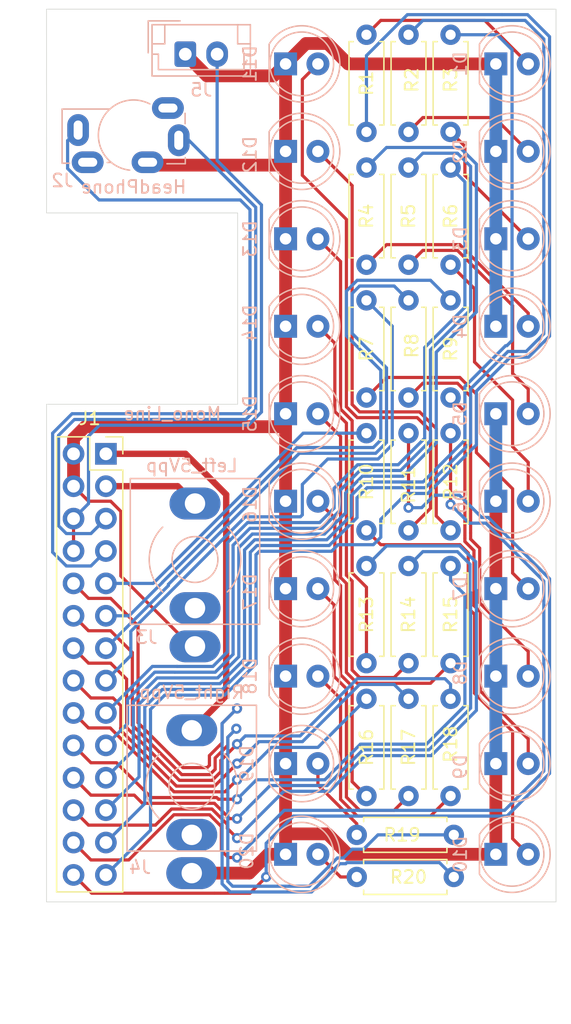
<source format=kicad_pcb>
(kicad_pcb (version 20171130) (host pcbnew "(5.1.10)-1")

  (general
    (thickness 1.6)
    (drawings 12)
    (tracks 558)
    (zones 0)
    (modules 45)
    (nets 51)
  )

  (page A4)
  (layers
    (0 F.Cu signal)
    (31 B.Cu signal)
    (32 B.Adhes user)
    (33 F.Adhes user)
    (34 B.Paste user)
    (35 F.Paste user)
    (36 B.SilkS user)
    (37 F.SilkS user)
    (38 B.Mask user)
    (39 F.Mask user)
    (40 Dwgs.User user)
    (41 Cmts.User user)
    (42 Eco1.User user)
    (43 Eco2.User user)
    (44 Edge.Cuts user)
    (45 Margin user)
    (46 B.CrtYd user)
    (47 F.CrtYd user)
    (48 B.Fab user)
    (49 F.Fab user hide)
  )

  (setup
    (last_trace_width 1)
    (user_trace_width 0.5)
    (user_trace_width 1)
    (trace_clearance 0.2)
    (zone_clearance 0.508)
    (zone_45_only no)
    (trace_min 0.2)
    (via_size 0.8)
    (via_drill 0.4)
    (via_min_size 0.4)
    (via_min_drill 0.3)
    (uvia_size 0.3)
    (uvia_drill 0.1)
    (uvias_allowed no)
    (uvia_min_size 0.2)
    (uvia_min_drill 0.1)
    (edge_width 0.05)
    (segment_width 0.2)
    (pcb_text_width 0.3)
    (pcb_text_size 1.5 1.5)
    (mod_edge_width 0.12)
    (mod_text_size 1 1)
    (mod_text_width 0.15)
    (pad_size 1.524 1.524)
    (pad_drill 0.762)
    (pad_to_mask_clearance 0)
    (aux_axis_origin 0 0)
    (visible_elements 7FFFFFFF)
    (pcbplotparams
      (layerselection 0x010fc_ffffffff)
      (usegerberextensions false)
      (usegerberattributes true)
      (usegerberadvancedattributes true)
      (creategerberjobfile true)
      (excludeedgelayer true)
      (linewidth 0.100000)
      (plotframeref false)
      (viasonmask false)
      (mode 1)
      (useauxorigin false)
      (hpglpennumber 1)
      (hpglpenspeed 20)
      (hpglpendiameter 15.000000)
      (psnegative false)
      (psa4output false)
      (plotreference true)
      (plotvalue true)
      (plotinvisibletext false)
      (padsonsilk false)
      (subtractmaskfromsilk false)
      (outputformat 1)
      (mirror false)
      (drillshape 1)
      (scaleselection 1)
      (outputdirectory ""))
  )

  (net 0 "")
  (net 1 "Net-(D1-Pad2)")
  (net 2 GND)
  (net 3 "Net-(D2-Pad2)")
  (net 4 "Net-(D3-Pad2)")
  (net 5 "Net-(D4-Pad2)")
  (net 6 "Net-(D5-Pad2)")
  (net 7 "Net-(D6-Pad2)")
  (net 8 "Net-(D7-Pad2)")
  (net 9 "Net-(D8-Pad2)")
  (net 10 "Net-(D9-Pad2)")
  (net 11 "Net-(D10-Pad2)")
  (net 12 "Net-(D11-Pad2)")
  (net 13 "Net-(D12-Pad2)")
  (net 14 "Net-(D13-Pad2)")
  (net 15 "Net-(D14-Pad2)")
  (net 16 "Net-(D15-Pad2)")
  (net 17 "Net-(D16-Pad2)")
  (net 18 "Net-(D17-Pad2)")
  (net 19 "Net-(D18-Pad2)")
  (net 20 "Net-(D19-Pad2)")
  (net 21 "Net-(D20-Pad2)")
  (net 22 R)
  (net 23 L)
  (net 24 RPH)
  (net 25 MONO)
  (net 26 LPH)
  (net 27 L11)
  (net 28 R11)
  (net 29 L12)
  (net 30 R12)
  (net 31 L13)
  (net 32 R13)
  (net 33 L14)
  (net 34 R14)
  (net 35 L15)
  (net 36 R15)
  (net 37 L16)
  (net 38 R16)
  (net 39 L17)
  (net 40 R17)
  (net 41 L18)
  (net 42 R18)
  (net 43 L19)
  (net 44 R19)
  (net 45 L110)
  (net 46 R110)
  (net 47 "Net-(J2-PadSN)")
  (net 48 "Net-(J2-PadTN)")
  (net 49 "Net-(J3-Pad2)")
  (net 50 "Net-(J4-Pad2)")

  (net_class Default "This is the default net class."
    (clearance 0.2)
    (trace_width 0.25)
    (via_dia 0.8)
    (via_drill 0.4)
    (uvia_dia 0.3)
    (uvia_drill 0.1)
    (add_net GND)
    (add_net L)
    (add_net L11)
    (add_net L110)
    (add_net L12)
    (add_net L13)
    (add_net L14)
    (add_net L15)
    (add_net L16)
    (add_net L17)
    (add_net L18)
    (add_net L19)
    (add_net LPH)
    (add_net MONO)
    (add_net "Net-(D1-Pad2)")
    (add_net "Net-(D10-Pad2)")
    (add_net "Net-(D11-Pad2)")
    (add_net "Net-(D12-Pad2)")
    (add_net "Net-(D13-Pad2)")
    (add_net "Net-(D14-Pad2)")
    (add_net "Net-(D15-Pad2)")
    (add_net "Net-(D16-Pad2)")
    (add_net "Net-(D17-Pad2)")
    (add_net "Net-(D18-Pad2)")
    (add_net "Net-(D19-Pad2)")
    (add_net "Net-(D2-Pad2)")
    (add_net "Net-(D20-Pad2)")
    (add_net "Net-(D3-Pad2)")
    (add_net "Net-(D4-Pad2)")
    (add_net "Net-(D5-Pad2)")
    (add_net "Net-(D6-Pad2)")
    (add_net "Net-(D7-Pad2)")
    (add_net "Net-(D8-Pad2)")
    (add_net "Net-(D9-Pad2)")
    (add_net "Net-(J2-PadSN)")
    (add_net "Net-(J2-PadTN)")
    (add_net "Net-(J3-Pad2)")
    (add_net "Net-(J4-Pad2)")
    (add_net R)
    (add_net R11)
    (add_net R110)
    (add_net R12)
    (add_net R13)
    (add_net R14)
    (add_net R15)
    (add_net R16)
    (add_net R17)
    (add_net R18)
    (add_net R19)
    (add_net RPH)
  )

  (module Connector_Audio:Stereo_phon_jack_STX-3790 (layer B.Cu) (tedit 61EF4A8A) (tstamp 61EFFB75)
    (at 62.23 58.674 180)
    (path /620BC9FF)
    (fp_text reference J2 (at 5.588 -3.556) (layer B.SilkS)
      (effects (font (size 1 1) (thickness 0.15)) (justify mirror))
    )
    (fp_text value AudioJack2_Ground_Switch (at 0.4064 -4.064) (layer B.Fab)
      (effects (font (size 1 1) (thickness 0.15)) (justify mirror))
    )
    (fp_arc (start 0 0) (end 0.3048 -2.7432) (angle 201.1718109) (layer B.SilkS) (width 0.12))
    (fp_line (start -4.04876 0.89916) (end -4.04876 1.71196) (layer B.SilkS) (width 0.12))
    (fp_line (start -4.064 -2.24028) (end -2.62128 -2.24028) (layer B.SilkS) (width 0.12))
    (fp_line (start -4.064 -1.76276) (end -4.064 -2.24028) (layer B.SilkS) (width 0.12))
    (fp_line (start 2.06248 -2.14376) (end 1.7272 -2.1336) (layer B.SilkS) (width 0.12))
    (fp_line (start 5.60832 -2.19964) (end 5.01904 -2.19964) (layer B.SilkS) (width 0.12))
    (fp_line (start 5.60832 2.04724) (end 5.60832 -2.19964) (layer B.SilkS) (width 0.12))
    (fp_line (start 1.8796 2.04724) (end 5.60832 2.04724) (layer B.SilkS) (width 0.12))
    (pad "" np_thru_hole circle (at 0 0 180) (size 2 2) (drill 2) (layers *.Cu *.Mask))
    (pad S thru_hole oval (at -3.55 -0.4 180) (size 1.7 2.5) (drill oval 0.7 1.5) (layers *.Cu *.Mask)
      (net 24 RPH))
    (pad G thru_hole oval (at -1.1 -2.125 180) (size 2.5 1.7) (drill oval 1.5 0.7) (layers *.Cu *.Mask)
      (net 2 GND))
    (pad T thru_hole oval (at 4.35 0.4 180) (size 1.7 2.5) (drill oval 0.7 1.5) (layers *.Cu *.Mask)
      (net 26 LPH))
    (pad TN thru_hole oval (at 3.6 -2.125 180) (size 2.5 1.7) (drill oval 1.5 0.7) (layers *.Cu *.Mask)
      (net 48 "Net-(J2-PadTN)"))
    (pad SN thru_hole oval (at -2.7 2.125 180) (size 2.5 1.7) (drill oval 1.5 0.7) (layers *.Cu *.Mask)
      (net 47 "Net-(J2-PadSN)"))
  )

  (module LED_THT:LED_D5.0mm (layer B.Cu) (tedit 5995936A) (tstamp 61EF41BF)
    (at 90.678 53.086)
    (descr "LED, diameter 5.0mm, 2 pins, http://cdn-reichelt.de/documents/datenblatt/A500/LL-504BC2E-009.pdf")
    (tags "LED diameter 5.0mm 2 pins")
    (path /61E6EA59)
    (fp_text reference D1 (at -2.794 0 -90) (layer B.SilkS)
      (effects (font (size 1 1) (thickness 0.15)) (justify mirror))
    )
    (fp_text value LED_RED (at 1.27 -3.96) (layer B.Fab)
      (effects (font (size 1 1) (thickness 0.15)) (justify mirror))
    )
    (fp_circle (center 1.27 0) (end 3.77 0) (layer B.Fab) (width 0.1))
    (fp_circle (center 1.27 0) (end 3.77 0) (layer B.SilkS) (width 0.12))
    (fp_line (start -1.23 1.469694) (end -1.23 -1.469694) (layer B.Fab) (width 0.1))
    (fp_line (start -1.29 1.545) (end -1.29 -1.545) (layer B.SilkS) (width 0.12))
    (fp_line (start -1.95 3.25) (end -1.95 -3.25) (layer B.CrtYd) (width 0.05))
    (fp_line (start -1.95 -3.25) (end 4.5 -3.25) (layer B.CrtYd) (width 0.05))
    (fp_line (start 4.5 -3.25) (end 4.5 3.25) (layer B.CrtYd) (width 0.05))
    (fp_line (start 4.5 3.25) (end -1.95 3.25) (layer B.CrtYd) (width 0.05))
    (fp_text user %R (at 1.25 0) (layer B.Fab)
      (effects (font (size 0.8 0.8) (thickness 0.2)) (justify mirror))
    )
    (fp_arc (start 1.27 0) (end -1.29 -1.54483) (angle 148.9) (layer B.SilkS) (width 0.12))
    (fp_arc (start 1.27 0) (end -1.29 1.54483) (angle -148.9) (layer B.SilkS) (width 0.12))
    (fp_arc (start 1.27 0) (end -1.23 1.469694) (angle -299.1) (layer B.Fab) (width 0.1))
    (pad 2 thru_hole circle (at 2.54 0) (size 1.8 1.8) (drill 0.9) (layers *.Cu *.Mask)
      (net 1 "Net-(D1-Pad2)"))
    (pad 1 thru_hole rect (at 0 0) (size 1.8 1.8) (drill 0.9) (layers *.Cu *.Mask)
      (net 2 GND))
    (model ${KISYS3DMOD}/LED_THT.3dshapes/LED_D5.0mm.wrl
      (at (xyz 0 0 0))
      (scale (xyz 1 1 1))
      (rotate (xyz 0 0 0))
    )
  )

  (module LED_THT:LED_D5.0mm (layer B.Cu) (tedit 5995936A) (tstamp 61EF418C)
    (at 90.678 59.944)
    (descr "LED, diameter 5.0mm, 2 pins, http://cdn-reichelt.de/documents/datenblatt/A500/LL-504BC2E-009.pdf")
    (tags "LED diameter 5.0mm 2 pins")
    (path /61E6FC73)
    (fp_text reference D2 (at -2.794 0 -90) (layer B.SilkS)
      (effects (font (size 1 1) (thickness 0.15)) (justify mirror))
    )
    (fp_text value LED_YELLOW (at 1.27 -3.96) (layer B.Fab)
      (effects (font (size 1 1) (thickness 0.15)) (justify mirror))
    )
    (fp_line (start 4.5 3.25) (end -1.95 3.25) (layer B.CrtYd) (width 0.05))
    (fp_line (start 4.5 -3.25) (end 4.5 3.25) (layer B.CrtYd) (width 0.05))
    (fp_line (start -1.95 -3.25) (end 4.5 -3.25) (layer B.CrtYd) (width 0.05))
    (fp_line (start -1.95 3.25) (end -1.95 -3.25) (layer B.CrtYd) (width 0.05))
    (fp_line (start -1.29 1.545) (end -1.29 -1.545) (layer B.SilkS) (width 0.12))
    (fp_line (start -1.23 1.469694) (end -1.23 -1.469694) (layer B.Fab) (width 0.1))
    (fp_circle (center 1.27 0) (end 3.77 0) (layer B.SilkS) (width 0.12))
    (fp_circle (center 1.27 0) (end 3.77 0) (layer B.Fab) (width 0.1))
    (fp_arc (start 1.27 0) (end -1.23 1.469694) (angle -299.1) (layer B.Fab) (width 0.1))
    (fp_arc (start 1.27 0) (end -1.29 1.54483) (angle -148.9) (layer B.SilkS) (width 0.12))
    (fp_arc (start 1.27 0) (end -1.29 -1.54483) (angle 148.9) (layer B.SilkS) (width 0.12))
    (fp_text user %R (at 1.25 0) (layer B.Fab)
      (effects (font (size 0.8 0.8) (thickness 0.2)) (justify mirror))
    )
    (pad 1 thru_hole rect (at 0 0) (size 1.8 1.8) (drill 0.9) (layers *.Cu *.Mask)
      (net 2 GND))
    (pad 2 thru_hole circle (at 2.54 0) (size 1.8 1.8) (drill 0.9) (layers *.Cu *.Mask)
      (net 3 "Net-(D2-Pad2)"))
    (model ${KISYS3DMOD}/LED_THT.3dshapes/LED_D5.0mm.wrl
      (at (xyz 0 0 0))
      (scale (xyz 1 1 1))
      (rotate (xyz 0 0 0))
    )
  )

  (module LED_THT:LED_D5.0mm (layer B.Cu) (tedit 5995936A) (tstamp 61EF4159)
    (at 90.678 66.802)
    (descr "LED, diameter 5.0mm, 2 pins, http://cdn-reichelt.de/documents/datenblatt/A500/LL-504BC2E-009.pdf")
    (tags "LED diameter 5.0mm 2 pins")
    (path /61E713D6)
    (fp_text reference D3 (at -2.794 0 -90) (layer B.SilkS)
      (effects (font (size 1 1) (thickness 0.15)) (justify mirror))
    )
    (fp_text value LED (at 1.27 -3.96) (layer B.Fab)
      (effects (font (size 1 1) (thickness 0.15)) (justify mirror))
    )
    (fp_circle (center 1.27 0) (end 3.77 0) (layer B.Fab) (width 0.1))
    (fp_circle (center 1.27 0) (end 3.77 0) (layer B.SilkS) (width 0.12))
    (fp_line (start -1.23 1.469694) (end -1.23 -1.469694) (layer B.Fab) (width 0.1))
    (fp_line (start -1.29 1.545) (end -1.29 -1.545) (layer B.SilkS) (width 0.12))
    (fp_line (start -1.95 3.25) (end -1.95 -3.25) (layer B.CrtYd) (width 0.05))
    (fp_line (start -1.95 -3.25) (end 4.5 -3.25) (layer B.CrtYd) (width 0.05))
    (fp_line (start 4.5 -3.25) (end 4.5 3.25) (layer B.CrtYd) (width 0.05))
    (fp_line (start 4.5 3.25) (end -1.95 3.25) (layer B.CrtYd) (width 0.05))
    (fp_text user %R (at 1.25 0) (layer B.Fab)
      (effects (font (size 0.8 0.8) (thickness 0.2)) (justify mirror))
    )
    (fp_arc (start 1.27 0) (end -1.29 -1.54483) (angle 148.9) (layer B.SilkS) (width 0.12))
    (fp_arc (start 1.27 0) (end -1.29 1.54483) (angle -148.9) (layer B.SilkS) (width 0.12))
    (fp_arc (start 1.27 0) (end -1.23 1.469694) (angle -299.1) (layer B.Fab) (width 0.1))
    (pad 2 thru_hole circle (at 2.54 0) (size 1.8 1.8) (drill 0.9) (layers *.Cu *.Mask)
      (net 4 "Net-(D3-Pad2)"))
    (pad 1 thru_hole rect (at 0 0) (size 1.8 1.8) (drill 0.9) (layers *.Cu *.Mask)
      (net 2 GND))
    (model ${KISYS3DMOD}/LED_THT.3dshapes/LED_D5.0mm.wrl
      (at (xyz 0 0 0))
      (scale (xyz 1 1 1))
      (rotate (xyz 0 0 0))
    )
  )

  (module LED_THT:LED_D5.0mm (layer B.Cu) (tedit 5995936A) (tstamp 61EFFA11)
    (at 90.678 73.66)
    (descr "LED, diameter 5.0mm, 2 pins, http://cdn-reichelt.de/documents/datenblatt/A500/LL-504BC2E-009.pdf")
    (tags "LED diameter 5.0mm 2 pins")
    (path /61E713E2)
    (fp_text reference D4 (at -2.794 0 270) (layer B.SilkS)
      (effects (font (size 1 1) (thickness 0.15)) (justify mirror))
    )
    (fp_text value LED (at 1.27 -3.96) (layer B.Fab)
      (effects (font (size 1 1) (thickness 0.15)) (justify mirror))
    )
    (fp_line (start 4.5 3.25) (end -1.95 3.25) (layer B.CrtYd) (width 0.05))
    (fp_line (start 4.5 -3.25) (end 4.5 3.25) (layer B.CrtYd) (width 0.05))
    (fp_line (start -1.95 -3.25) (end 4.5 -3.25) (layer B.CrtYd) (width 0.05))
    (fp_line (start -1.95 3.25) (end -1.95 -3.25) (layer B.CrtYd) (width 0.05))
    (fp_line (start -1.29 1.545) (end -1.29 -1.545) (layer B.SilkS) (width 0.12))
    (fp_line (start -1.23 1.469694) (end -1.23 -1.469694) (layer B.Fab) (width 0.1))
    (fp_circle (center 1.27 0) (end 3.77 0) (layer B.SilkS) (width 0.12))
    (fp_circle (center 1.27 0) (end 3.77 0) (layer B.Fab) (width 0.1))
    (fp_arc (start 1.27 0) (end -1.23 1.469694) (angle -299.1) (layer B.Fab) (width 0.1))
    (fp_arc (start 1.27 0) (end -1.29 1.54483) (angle -148.9) (layer B.SilkS) (width 0.12))
    (fp_arc (start 1.27 0) (end -1.29 -1.54483) (angle 148.9) (layer B.SilkS) (width 0.12))
    (fp_text user %R (at 1.25 0) (layer B.Fab)
      (effects (font (size 0.8 0.8) (thickness 0.2)) (justify mirror))
    )
    (pad 1 thru_hole rect (at 0 0) (size 1.8 1.8) (drill 0.9) (layers *.Cu *.Mask)
      (net 2 GND))
    (pad 2 thru_hole circle (at 2.54 0) (size 1.8 1.8) (drill 0.9) (layers *.Cu *.Mask)
      (net 5 "Net-(D4-Pad2)"))
    (model ${KISYS3DMOD}/LED_THT.3dshapes/LED_D5.0mm.wrl
      (at (xyz 0 0 0))
      (scale (xyz 1 1 1))
      (rotate (xyz 0 0 0))
    )
  )

  (module LED_THT:LED_D5.0mm (layer B.Cu) (tedit 5995936A) (tstamp 61EFFA23)
    (at 90.678 80.518)
    (descr "LED, diameter 5.0mm, 2 pins, http://cdn-reichelt.de/documents/datenblatt/A500/LL-504BC2E-009.pdf")
    (tags "LED diameter 5.0mm 2 pins")
    (path /61E74931)
    (fp_text reference D5 (at -2.794 0 270) (layer B.SilkS)
      (effects (font (size 1 1) (thickness 0.15)) (justify mirror))
    )
    (fp_text value LED (at 1.27 -3.96) (layer B.Fab)
      (effects (font (size 1 1) (thickness 0.15)) (justify mirror))
    )
    (fp_circle (center 1.27 0) (end 3.77 0) (layer B.Fab) (width 0.1))
    (fp_circle (center 1.27 0) (end 3.77 0) (layer B.SilkS) (width 0.12))
    (fp_line (start -1.23 1.469694) (end -1.23 -1.469694) (layer B.Fab) (width 0.1))
    (fp_line (start -1.29 1.545) (end -1.29 -1.545) (layer B.SilkS) (width 0.12))
    (fp_line (start -1.95 3.25) (end -1.95 -3.25) (layer B.CrtYd) (width 0.05))
    (fp_line (start -1.95 -3.25) (end 4.5 -3.25) (layer B.CrtYd) (width 0.05))
    (fp_line (start 4.5 -3.25) (end 4.5 3.25) (layer B.CrtYd) (width 0.05))
    (fp_line (start 4.5 3.25) (end -1.95 3.25) (layer B.CrtYd) (width 0.05))
    (fp_text user %R (at 1.25 0) (layer B.Fab)
      (effects (font (size 0.8 0.8) (thickness 0.2)) (justify mirror))
    )
    (fp_arc (start 1.27 0) (end -1.29 -1.54483) (angle 148.9) (layer B.SilkS) (width 0.12))
    (fp_arc (start 1.27 0) (end -1.29 1.54483) (angle -148.9) (layer B.SilkS) (width 0.12))
    (fp_arc (start 1.27 0) (end -1.23 1.469694) (angle -299.1) (layer B.Fab) (width 0.1))
    (pad 2 thru_hole circle (at 2.54 0) (size 1.8 1.8) (drill 0.9) (layers *.Cu *.Mask)
      (net 6 "Net-(D5-Pad2)"))
    (pad 1 thru_hole rect (at 0 0) (size 1.8 1.8) (drill 0.9) (layers *.Cu *.Mask)
      (net 2 GND))
    (model ${KISYS3DMOD}/LED_THT.3dshapes/LED_D5.0mm.wrl
      (at (xyz 0 0 0))
      (scale (xyz 1 1 1))
      (rotate (xyz 0 0 0))
    )
  )

  (module LED_THT:LED_D5.0mm (layer B.Cu) (tedit 5995936A) (tstamp 61EFFA35)
    (at 90.678 87.376)
    (descr "LED, diameter 5.0mm, 2 pins, http://cdn-reichelt.de/documents/datenblatt/A500/LL-504BC2E-009.pdf")
    (tags "LED diameter 5.0mm 2 pins")
    (path /61E7493D)
    (fp_text reference D6 (at -2.794 0 270) (layer B.SilkS)
      (effects (font (size 1 1) (thickness 0.15)) (justify mirror))
    )
    (fp_text value LED (at 1.27 -3.96) (layer B.Fab)
      (effects (font (size 1 1) (thickness 0.15)) (justify mirror))
    )
    (fp_line (start 4.5 3.25) (end -1.95 3.25) (layer B.CrtYd) (width 0.05))
    (fp_line (start 4.5 -3.25) (end 4.5 3.25) (layer B.CrtYd) (width 0.05))
    (fp_line (start -1.95 -3.25) (end 4.5 -3.25) (layer B.CrtYd) (width 0.05))
    (fp_line (start -1.95 3.25) (end -1.95 -3.25) (layer B.CrtYd) (width 0.05))
    (fp_line (start -1.29 1.545) (end -1.29 -1.545) (layer B.SilkS) (width 0.12))
    (fp_line (start -1.23 1.469694) (end -1.23 -1.469694) (layer B.Fab) (width 0.1))
    (fp_circle (center 1.27 0) (end 3.77 0) (layer B.SilkS) (width 0.12))
    (fp_circle (center 1.27 0) (end 3.77 0) (layer B.Fab) (width 0.1))
    (fp_arc (start 1.27 0) (end -1.23 1.469694) (angle -299.1) (layer B.Fab) (width 0.1))
    (fp_arc (start 1.27 0) (end -1.29 1.54483) (angle -148.9) (layer B.SilkS) (width 0.12))
    (fp_arc (start 1.27 0) (end -1.29 -1.54483) (angle 148.9) (layer B.SilkS) (width 0.12))
    (fp_text user %R (at 1.25 0) (layer B.Fab)
      (effects (font (size 0.8 0.8) (thickness 0.2)) (justify mirror))
    )
    (pad 1 thru_hole rect (at 0 0) (size 1.8 1.8) (drill 0.9) (layers *.Cu *.Mask)
      (net 2 GND))
    (pad 2 thru_hole circle (at 2.54 0) (size 1.8 1.8) (drill 0.9) (layers *.Cu *.Mask)
      (net 7 "Net-(D6-Pad2)"))
    (model ${KISYS3DMOD}/LED_THT.3dshapes/LED_D5.0mm.wrl
      (at (xyz 0 0 0))
      (scale (xyz 1 1 1))
      (rotate (xyz 0 0 0))
    )
  )

  (module LED_THT:LED_D5.0mm (layer B.Cu) (tedit 5995936A) (tstamp 61EFFA47)
    (at 90.678 94.234)
    (descr "LED, diameter 5.0mm, 2 pins, http://cdn-reichelt.de/documents/datenblatt/A500/LL-504BC2E-009.pdf")
    (tags "LED diameter 5.0mm 2 pins")
    (path /61E74949)
    (fp_text reference D7 (at -2.794 0 270) (layer B.SilkS)
      (effects (font (size 1 1) (thickness 0.15)) (justify mirror))
    )
    (fp_text value LED (at 1.27 -3.96) (layer B.Fab)
      (effects (font (size 1 1) (thickness 0.15)) (justify mirror))
    )
    (fp_circle (center 1.27 0) (end 3.77 0) (layer B.Fab) (width 0.1))
    (fp_circle (center 1.27 0) (end 3.77 0) (layer B.SilkS) (width 0.12))
    (fp_line (start -1.23 1.469694) (end -1.23 -1.469694) (layer B.Fab) (width 0.1))
    (fp_line (start -1.29 1.545) (end -1.29 -1.545) (layer B.SilkS) (width 0.12))
    (fp_line (start -1.95 3.25) (end -1.95 -3.25) (layer B.CrtYd) (width 0.05))
    (fp_line (start -1.95 -3.25) (end 4.5 -3.25) (layer B.CrtYd) (width 0.05))
    (fp_line (start 4.5 -3.25) (end 4.5 3.25) (layer B.CrtYd) (width 0.05))
    (fp_line (start 4.5 3.25) (end -1.95 3.25) (layer B.CrtYd) (width 0.05))
    (fp_text user %R (at 1.25 0) (layer B.Fab)
      (effects (font (size 0.8 0.8) (thickness 0.2)) (justify mirror))
    )
    (fp_arc (start 1.27 0) (end -1.29 -1.54483) (angle 148.9) (layer B.SilkS) (width 0.12))
    (fp_arc (start 1.27 0) (end -1.29 1.54483) (angle -148.9) (layer B.SilkS) (width 0.12))
    (fp_arc (start 1.27 0) (end -1.23 1.469694) (angle -299.1) (layer B.Fab) (width 0.1))
    (pad 2 thru_hole circle (at 2.54 0) (size 1.8 1.8) (drill 0.9) (layers *.Cu *.Mask)
      (net 8 "Net-(D7-Pad2)"))
    (pad 1 thru_hole rect (at 0 0) (size 1.8 1.8) (drill 0.9) (layers *.Cu *.Mask)
      (net 2 GND))
    (model ${KISYS3DMOD}/LED_THT.3dshapes/LED_D5.0mm.wrl
      (at (xyz 0 0 0))
      (scale (xyz 1 1 1))
      (rotate (xyz 0 0 0))
    )
  )

  (module LED_THT:LED_D5.0mm (layer B.Cu) (tedit 5995936A) (tstamp 61EFFA59)
    (at 90.678 101.092)
    (descr "LED, diameter 5.0mm, 2 pins, http://cdn-reichelt.de/documents/datenblatt/A500/LL-504BC2E-009.pdf")
    (tags "LED diameter 5.0mm 2 pins")
    (path /61E74955)
    (fp_text reference D8 (at -2.794 -0.254 270) (layer B.SilkS)
      (effects (font (size 1 1) (thickness 0.15)) (justify mirror))
    )
    (fp_text value LED (at 1.27 -3.96) (layer B.Fab)
      (effects (font (size 1 1) (thickness 0.15)) (justify mirror))
    )
    (fp_line (start 4.5 3.25) (end -1.95 3.25) (layer B.CrtYd) (width 0.05))
    (fp_line (start 4.5 -3.25) (end 4.5 3.25) (layer B.CrtYd) (width 0.05))
    (fp_line (start -1.95 -3.25) (end 4.5 -3.25) (layer B.CrtYd) (width 0.05))
    (fp_line (start -1.95 3.25) (end -1.95 -3.25) (layer B.CrtYd) (width 0.05))
    (fp_line (start -1.29 1.545) (end -1.29 -1.545) (layer B.SilkS) (width 0.12))
    (fp_line (start -1.23 1.469694) (end -1.23 -1.469694) (layer B.Fab) (width 0.1))
    (fp_circle (center 1.27 0) (end 3.77 0) (layer B.SilkS) (width 0.12))
    (fp_circle (center 1.27 0) (end 3.77 0) (layer B.Fab) (width 0.1))
    (fp_arc (start 1.27 0) (end -1.23 1.469694) (angle -299.1) (layer B.Fab) (width 0.1))
    (fp_arc (start 1.27 0) (end -1.29 1.54483) (angle -148.9) (layer B.SilkS) (width 0.12))
    (fp_arc (start 1.27 0) (end -1.29 -1.54483) (angle 148.9) (layer B.SilkS) (width 0.12))
    (fp_text user %R (at 1.25 0) (layer B.Fab)
      (effects (font (size 0.8 0.8) (thickness 0.2)) (justify mirror))
    )
    (pad 1 thru_hole rect (at 0 0) (size 1.8 1.8) (drill 0.9) (layers *.Cu *.Mask)
      (net 2 GND))
    (pad 2 thru_hole circle (at 2.54 0) (size 1.8 1.8) (drill 0.9) (layers *.Cu *.Mask)
      (net 9 "Net-(D8-Pad2)"))
    (model ${KISYS3DMOD}/LED_THT.3dshapes/LED_D5.0mm.wrl
      (at (xyz 0 0 0))
      (scale (xyz 1 1 1))
      (rotate (xyz 0 0 0))
    )
  )

  (module LED_THT:LED_D5.0mm (layer B.Cu) (tedit 5995936A) (tstamp 61EFFA6B)
    (at 90.678 107.95)
    (descr "LED, diameter 5.0mm, 2 pins, http://cdn-reichelt.de/documents/datenblatt/A500/LL-504BC2E-009.pdf")
    (tags "LED diameter 5.0mm 2 pins")
    (path /61E7980A)
    (fp_text reference D9 (at -2.794 0.254 270) (layer B.SilkS)
      (effects (font (size 1 1) (thickness 0.15)) (justify mirror))
    )
    (fp_text value LED (at 1.27 -3.96) (layer B.Fab)
      (effects (font (size 1 1) (thickness 0.15)) (justify mirror))
    )
    (fp_circle (center 1.27 0) (end 3.77 0) (layer B.Fab) (width 0.1))
    (fp_circle (center 1.27 0) (end 3.77 0) (layer B.SilkS) (width 0.12))
    (fp_line (start -1.23 1.469694) (end -1.23 -1.469694) (layer B.Fab) (width 0.1))
    (fp_line (start -1.29 1.545) (end -1.29 -1.545) (layer B.SilkS) (width 0.12))
    (fp_line (start -1.95 3.25) (end -1.95 -3.25) (layer B.CrtYd) (width 0.05))
    (fp_line (start -1.95 -3.25) (end 4.5 -3.25) (layer B.CrtYd) (width 0.05))
    (fp_line (start 4.5 -3.25) (end 4.5 3.25) (layer B.CrtYd) (width 0.05))
    (fp_line (start 4.5 3.25) (end -1.95 3.25) (layer B.CrtYd) (width 0.05))
    (fp_text user %R (at 1.25 0) (layer B.Fab)
      (effects (font (size 0.8 0.8) (thickness 0.2)) (justify mirror))
    )
    (fp_arc (start 1.27 0) (end -1.29 -1.54483) (angle 148.9) (layer B.SilkS) (width 0.12))
    (fp_arc (start 1.27 0) (end -1.29 1.54483) (angle -148.9) (layer B.SilkS) (width 0.12))
    (fp_arc (start 1.27 0) (end -1.23 1.469694) (angle -299.1) (layer B.Fab) (width 0.1))
    (pad 2 thru_hole circle (at 2.54 0) (size 1.8 1.8) (drill 0.9) (layers *.Cu *.Mask)
      (net 10 "Net-(D9-Pad2)"))
    (pad 1 thru_hole rect (at 0 0) (size 1.8 1.8) (drill 0.9) (layers *.Cu *.Mask)
      (net 2 GND))
    (model ${KISYS3DMOD}/LED_THT.3dshapes/LED_D5.0mm.wrl
      (at (xyz 0 0 0))
      (scale (xyz 1 1 1))
      (rotate (xyz 0 0 0))
    )
  )

  (module LED_THT:LED_D5.0mm (layer B.Cu) (tedit 5995936A) (tstamp 61EFFA7D)
    (at 90.678 115.062)
    (descr "LED, diameter 5.0mm, 2 pins, http://cdn-reichelt.de/documents/datenblatt/A500/LL-504BC2E-009.pdf")
    (tags "LED diameter 5.0mm 2 pins")
    (path /61E79816)
    (fp_text reference D10 (at -2.794 0 270) (layer B.SilkS)
      (effects (font (size 1 1) (thickness 0.15)) (justify mirror))
    )
    (fp_text value LED (at 1.27 -3.96) (layer B.Fab)
      (effects (font (size 1 1) (thickness 0.15)) (justify mirror))
    )
    (fp_line (start 4.5 3.25) (end -1.95 3.25) (layer B.CrtYd) (width 0.05))
    (fp_line (start 4.5 -3.25) (end 4.5 3.25) (layer B.CrtYd) (width 0.05))
    (fp_line (start -1.95 -3.25) (end 4.5 -3.25) (layer B.CrtYd) (width 0.05))
    (fp_line (start -1.95 3.25) (end -1.95 -3.25) (layer B.CrtYd) (width 0.05))
    (fp_line (start -1.29 1.545) (end -1.29 -1.545) (layer B.SilkS) (width 0.12))
    (fp_line (start -1.23 1.469694) (end -1.23 -1.469694) (layer B.Fab) (width 0.1))
    (fp_circle (center 1.27 0) (end 3.77 0) (layer B.SilkS) (width 0.12))
    (fp_circle (center 1.27 0) (end 3.77 0) (layer B.Fab) (width 0.1))
    (fp_arc (start 1.27 0) (end -1.23 1.469694) (angle -299.1) (layer B.Fab) (width 0.1))
    (fp_arc (start 1.27 0) (end -1.29 1.54483) (angle -148.9) (layer B.SilkS) (width 0.12))
    (fp_arc (start 1.27 0) (end -1.29 -1.54483) (angle 148.9) (layer B.SilkS) (width 0.12))
    (fp_text user %R (at 1.25 0) (layer B.Fab)
      (effects (font (size 0.8 0.8) (thickness 0.2)) (justify mirror))
    )
    (pad 1 thru_hole rect (at 0 0) (size 1.8 1.8) (drill 0.9) (layers *.Cu *.Mask)
      (net 2 GND))
    (pad 2 thru_hole circle (at 2.54 0) (size 1.8 1.8) (drill 0.9) (layers *.Cu *.Mask)
      (net 11 "Net-(D10-Pad2)"))
    (model ${KISYS3DMOD}/LED_THT.3dshapes/LED_D5.0mm.wrl
      (at (xyz 0 0 0))
      (scale (xyz 1 1 1))
      (rotate (xyz 0 0 0))
    )
  )

  (module LED_THT:LED_D5.0mm (layer B.Cu) (tedit 5995936A) (tstamp 61EFFA8F)
    (at 74.168 53.086)
    (descr "LED, diameter 5.0mm, 2 pins, http://cdn-reichelt.de/documents/datenblatt/A500/LL-504BC2E-009.pdf")
    (tags "LED diameter 5.0mm 2 pins")
    (path /61E79822)
    (fp_text reference D11 (at -2.794 0 270) (layer B.SilkS)
      (effects (font (size 1 1) (thickness 0.15)) (justify mirror))
    )
    (fp_text value LED_RED (at 1.27 -3.96) (layer B.Fab)
      (effects (font (size 1 1) (thickness 0.15)) (justify mirror))
    )
    (fp_circle (center 1.27 0) (end 3.77 0) (layer B.Fab) (width 0.1))
    (fp_circle (center 1.27 0) (end 3.77 0) (layer B.SilkS) (width 0.12))
    (fp_line (start -1.23 1.469694) (end -1.23 -1.469694) (layer B.Fab) (width 0.1))
    (fp_line (start -1.29 1.545) (end -1.29 -1.545) (layer B.SilkS) (width 0.12))
    (fp_line (start -1.95 3.25) (end -1.95 -3.25) (layer B.CrtYd) (width 0.05))
    (fp_line (start -1.95 -3.25) (end 4.5 -3.25) (layer B.CrtYd) (width 0.05))
    (fp_line (start 4.5 -3.25) (end 4.5 3.25) (layer B.CrtYd) (width 0.05))
    (fp_line (start 4.5 3.25) (end -1.95 3.25) (layer B.CrtYd) (width 0.05))
    (fp_text user %R (at 1.25 0) (layer B.Fab)
      (effects (font (size 0.8 0.8) (thickness 0.2)) (justify mirror))
    )
    (fp_arc (start 1.27 0) (end -1.29 -1.54483) (angle 148.9) (layer B.SilkS) (width 0.12))
    (fp_arc (start 1.27 0) (end -1.29 1.54483) (angle -148.9) (layer B.SilkS) (width 0.12))
    (fp_arc (start 1.27 0) (end -1.23 1.469694) (angle -299.1) (layer B.Fab) (width 0.1))
    (pad 2 thru_hole circle (at 2.54 0) (size 1.8 1.8) (drill 0.9) (layers *.Cu *.Mask)
      (net 12 "Net-(D11-Pad2)"))
    (pad 1 thru_hole rect (at 0 0) (size 1.8 1.8) (drill 0.9) (layers *.Cu *.Mask)
      (net 2 GND))
    (model ${KISYS3DMOD}/LED_THT.3dshapes/LED_D5.0mm.wrl
      (at (xyz 0 0 0))
      (scale (xyz 1 1 1))
      (rotate (xyz 0 0 0))
    )
  )

  (module LED_THT:LED_D5.0mm (layer B.Cu) (tedit 5995936A) (tstamp 61EFFAA1)
    (at 74.168 59.944)
    (descr "LED, diameter 5.0mm, 2 pins, http://cdn-reichelt.de/documents/datenblatt/A500/LL-504BC2E-009.pdf")
    (tags "LED diameter 5.0mm 2 pins")
    (path /61E7982E)
    (fp_text reference D12 (at -2.794 0.254 270) (layer B.SilkS)
      (effects (font (size 1 1) (thickness 0.15)) (justify mirror))
    )
    (fp_text value LED_YELLOW (at 1.27 -3.96) (layer B.Fab)
      (effects (font (size 1 1) (thickness 0.15)) (justify mirror))
    )
    (fp_line (start 4.5 3.25) (end -1.95 3.25) (layer B.CrtYd) (width 0.05))
    (fp_line (start 4.5 -3.25) (end 4.5 3.25) (layer B.CrtYd) (width 0.05))
    (fp_line (start -1.95 -3.25) (end 4.5 -3.25) (layer B.CrtYd) (width 0.05))
    (fp_line (start -1.95 3.25) (end -1.95 -3.25) (layer B.CrtYd) (width 0.05))
    (fp_line (start -1.29 1.545) (end -1.29 -1.545) (layer B.SilkS) (width 0.12))
    (fp_line (start -1.23 1.469694) (end -1.23 -1.469694) (layer B.Fab) (width 0.1))
    (fp_circle (center 1.27 0) (end 3.77 0) (layer B.SilkS) (width 0.12))
    (fp_circle (center 1.27 0) (end 3.77 0) (layer B.Fab) (width 0.1))
    (fp_arc (start 1.27 0) (end -1.23 1.469694) (angle -299.1) (layer B.Fab) (width 0.1))
    (fp_arc (start 1.27 0) (end -1.29 1.54483) (angle -148.9) (layer B.SilkS) (width 0.12))
    (fp_arc (start 1.27 0) (end -1.29 -1.54483) (angle 148.9) (layer B.SilkS) (width 0.12))
    (fp_text user %R (at 1.25 0) (layer B.Fab)
      (effects (font (size 0.8 0.8) (thickness 0.2)) (justify mirror))
    )
    (pad 1 thru_hole rect (at 0 0) (size 1.8 1.8) (drill 0.9) (layers *.Cu *.Mask)
      (net 2 GND))
    (pad 2 thru_hole circle (at 2.54 0) (size 1.8 1.8) (drill 0.9) (layers *.Cu *.Mask)
      (net 13 "Net-(D12-Pad2)"))
    (model ${KISYS3DMOD}/LED_THT.3dshapes/LED_D5.0mm.wrl
      (at (xyz 0 0 0))
      (scale (xyz 1 1 1))
      (rotate (xyz 0 0 0))
    )
  )

  (module LED_THT:LED_D5.0mm (layer B.Cu) (tedit 5995936A) (tstamp 61EFFAB3)
    (at 74.168 66.802)
    (descr "LED, diameter 5.0mm, 2 pins, http://cdn-reichelt.de/documents/datenblatt/A500/LL-504BC2E-009.pdf")
    (tags "LED diameter 5.0mm 2 pins")
    (path /61E7983A)
    (fp_text reference D13 (at -2.794 0 270) (layer B.SilkS)
      (effects (font (size 1 1) (thickness 0.15)) (justify mirror))
    )
    (fp_text value LED (at 1.27 -3.96) (layer B.Fab)
      (effects (font (size 1 1) (thickness 0.15)) (justify mirror))
    )
    (fp_circle (center 1.27 0) (end 3.77 0) (layer B.Fab) (width 0.1))
    (fp_circle (center 1.27 0) (end 3.77 0) (layer B.SilkS) (width 0.12))
    (fp_line (start -1.23 1.469694) (end -1.23 -1.469694) (layer B.Fab) (width 0.1))
    (fp_line (start -1.29 1.545) (end -1.29 -1.545) (layer B.SilkS) (width 0.12))
    (fp_line (start -1.95 3.25) (end -1.95 -3.25) (layer B.CrtYd) (width 0.05))
    (fp_line (start -1.95 -3.25) (end 4.5 -3.25) (layer B.CrtYd) (width 0.05))
    (fp_line (start 4.5 -3.25) (end 4.5 3.25) (layer B.CrtYd) (width 0.05))
    (fp_line (start 4.5 3.25) (end -1.95 3.25) (layer B.CrtYd) (width 0.05))
    (fp_text user %R (at 1.25 0) (layer B.Fab)
      (effects (font (size 0.8 0.8) (thickness 0.2)) (justify mirror))
    )
    (fp_arc (start 1.27 0) (end -1.29 -1.54483) (angle 148.9) (layer B.SilkS) (width 0.12))
    (fp_arc (start 1.27 0) (end -1.29 1.54483) (angle -148.9) (layer B.SilkS) (width 0.12))
    (fp_arc (start 1.27 0) (end -1.23 1.469694) (angle -299.1) (layer B.Fab) (width 0.1))
    (pad 2 thru_hole circle (at 2.54 0) (size 1.8 1.8) (drill 0.9) (layers *.Cu *.Mask)
      (net 14 "Net-(D13-Pad2)"))
    (pad 1 thru_hole rect (at 0 0) (size 1.8 1.8) (drill 0.9) (layers *.Cu *.Mask)
      (net 2 GND))
    (model ${KISYS3DMOD}/LED_THT.3dshapes/LED_D5.0mm.wrl
      (at (xyz 0 0 0))
      (scale (xyz 1 1 1))
      (rotate (xyz 0 0 0))
    )
  )

  (module LED_THT:LED_D5.0mm (layer B.Cu) (tedit 5995936A) (tstamp 61EFFAC5)
    (at 74.168 73.66)
    (descr "LED, diameter 5.0mm, 2 pins, http://cdn-reichelt.de/documents/datenblatt/A500/LL-504BC2E-009.pdf")
    (tags "LED diameter 5.0mm 2 pins")
    (path /61E79846)
    (fp_text reference D14 (at -2.794 -0.254 270) (layer B.SilkS)
      (effects (font (size 1 1) (thickness 0.15)) (justify mirror))
    )
    (fp_text value LED (at 1.27 -3.96) (layer B.Fab)
      (effects (font (size 1 1) (thickness 0.15)) (justify mirror))
    )
    (fp_circle (center 1.27 0) (end 3.77 0) (layer B.Fab) (width 0.1))
    (fp_circle (center 1.27 0) (end 3.77 0) (layer B.SilkS) (width 0.12))
    (fp_line (start -1.23 1.469694) (end -1.23 -1.469694) (layer B.Fab) (width 0.1))
    (fp_line (start -1.29 1.545) (end -1.29 -1.545) (layer B.SilkS) (width 0.12))
    (fp_line (start -1.95 3.25) (end -1.95 -3.25) (layer B.CrtYd) (width 0.05))
    (fp_line (start -1.95 -3.25) (end 4.5 -3.25) (layer B.CrtYd) (width 0.05))
    (fp_line (start 4.5 -3.25) (end 4.5 3.25) (layer B.CrtYd) (width 0.05))
    (fp_line (start 4.5 3.25) (end -1.95 3.25) (layer B.CrtYd) (width 0.05))
    (fp_text user %R (at 1.25 0) (layer B.Fab)
      (effects (font (size 0.8 0.8) (thickness 0.2)) (justify mirror))
    )
    (fp_arc (start 1.27 0) (end -1.29 -1.54483) (angle 148.9) (layer B.SilkS) (width 0.12))
    (fp_arc (start 1.27 0) (end -1.29 1.54483) (angle -148.9) (layer B.SilkS) (width 0.12))
    (fp_arc (start 1.27 0) (end -1.23 1.469694) (angle -299.1) (layer B.Fab) (width 0.1))
    (pad 2 thru_hole circle (at 2.54 0) (size 1.8 1.8) (drill 0.9) (layers *.Cu *.Mask)
      (net 15 "Net-(D14-Pad2)"))
    (pad 1 thru_hole rect (at 0 0) (size 1.8 1.8) (drill 0.9) (layers *.Cu *.Mask)
      (net 2 GND))
    (model ${KISYS3DMOD}/LED_THT.3dshapes/LED_D5.0mm.wrl
      (at (xyz 0 0 0))
      (scale (xyz 1 1 1))
      (rotate (xyz 0 0 0))
    )
  )

  (module LED_THT:LED_D5.0mm (layer B.Cu) (tedit 5995936A) (tstamp 61EFFAD7)
    (at 74.168 80.518)
    (descr "LED, diameter 5.0mm, 2 pins, http://cdn-reichelt.de/documents/datenblatt/A500/LL-504BC2E-009.pdf")
    (tags "LED diameter 5.0mm 2 pins")
    (path /61E79852)
    (fp_text reference D15 (at -2.794 0 270) (layer B.SilkS)
      (effects (font (size 1 1) (thickness 0.15)) (justify mirror))
    )
    (fp_text value LED (at 1.27 -3.96) (layer B.Fab)
      (effects (font (size 1 1) (thickness 0.15)) (justify mirror))
    )
    (fp_circle (center 1.27 0) (end 3.77 0) (layer B.Fab) (width 0.1))
    (fp_circle (center 1.27 0) (end 3.77 0) (layer B.SilkS) (width 0.12))
    (fp_line (start -1.23 1.469694) (end -1.23 -1.469694) (layer B.Fab) (width 0.1))
    (fp_line (start -1.29 1.545) (end -1.29 -1.545) (layer B.SilkS) (width 0.12))
    (fp_line (start -1.95 3.25) (end -1.95 -3.25) (layer B.CrtYd) (width 0.05))
    (fp_line (start -1.95 -3.25) (end 4.5 -3.25) (layer B.CrtYd) (width 0.05))
    (fp_line (start 4.5 -3.25) (end 4.5 3.25) (layer B.CrtYd) (width 0.05))
    (fp_line (start 4.5 3.25) (end -1.95 3.25) (layer B.CrtYd) (width 0.05))
    (fp_text user %R (at 1.25 0) (layer B.Fab)
      (effects (font (size 0.8 0.8) (thickness 0.2)) (justify mirror))
    )
    (fp_arc (start 1.27 0) (end -1.29 -1.54483) (angle 148.9) (layer B.SilkS) (width 0.12))
    (fp_arc (start 1.27 0) (end -1.29 1.54483) (angle -148.9) (layer B.SilkS) (width 0.12))
    (fp_arc (start 1.27 0) (end -1.23 1.469694) (angle -299.1) (layer B.Fab) (width 0.1))
    (pad 2 thru_hole circle (at 2.54 0) (size 1.8 1.8) (drill 0.9) (layers *.Cu *.Mask)
      (net 16 "Net-(D15-Pad2)"))
    (pad 1 thru_hole rect (at 0 0) (size 1.8 1.8) (drill 0.9) (layers *.Cu *.Mask)
      (net 2 GND))
    (model ${KISYS3DMOD}/LED_THT.3dshapes/LED_D5.0mm.wrl
      (at (xyz 0 0 0))
      (scale (xyz 1 1 1))
      (rotate (xyz 0 0 0))
    )
  )

  (module LED_THT:LED_D5.0mm (layer B.Cu) (tedit 5995936A) (tstamp 61EFFAE9)
    (at 74.168 87.376)
    (descr "LED, diameter 5.0mm, 2 pins, http://cdn-reichelt.de/documents/datenblatt/A500/LL-504BC2E-009.pdf")
    (tags "LED diameter 5.0mm 2 pins")
    (path /61E7985E)
    (fp_text reference D16 (at -2.794 0.254 270) (layer B.SilkS)
      (effects (font (size 1 1) (thickness 0.15)) (justify mirror))
    )
    (fp_text value LED (at 1.27 -3.96) (layer B.Fab)
      (effects (font (size 1 1) (thickness 0.15)) (justify mirror))
    )
    (fp_line (start 4.5 3.25) (end -1.95 3.25) (layer B.CrtYd) (width 0.05))
    (fp_line (start 4.5 -3.25) (end 4.5 3.25) (layer B.CrtYd) (width 0.05))
    (fp_line (start -1.95 -3.25) (end 4.5 -3.25) (layer B.CrtYd) (width 0.05))
    (fp_line (start -1.95 3.25) (end -1.95 -3.25) (layer B.CrtYd) (width 0.05))
    (fp_line (start -1.29 1.545) (end -1.29 -1.545) (layer B.SilkS) (width 0.12))
    (fp_line (start -1.23 1.469694) (end -1.23 -1.469694) (layer B.Fab) (width 0.1))
    (fp_circle (center 1.27 0) (end 3.77 0) (layer B.SilkS) (width 0.12))
    (fp_circle (center 1.27 0) (end 3.77 0) (layer B.Fab) (width 0.1))
    (fp_arc (start 1.27 0) (end -1.23 1.469694) (angle -299.1) (layer B.Fab) (width 0.1))
    (fp_arc (start 1.27 0) (end -1.29 1.54483) (angle -148.9) (layer B.SilkS) (width 0.12))
    (fp_arc (start 1.27 0) (end -1.29 -1.54483) (angle 148.9) (layer B.SilkS) (width 0.12))
    (fp_text user %R (at 1.25 0) (layer B.Fab)
      (effects (font (size 0.8 0.8) (thickness 0.2)) (justify mirror))
    )
    (pad 1 thru_hole rect (at 0 0) (size 1.8 1.8) (drill 0.9) (layers *.Cu *.Mask)
      (net 2 GND))
    (pad 2 thru_hole circle (at 2.54 0) (size 1.8 1.8) (drill 0.9) (layers *.Cu *.Mask)
      (net 17 "Net-(D16-Pad2)"))
    (model ${KISYS3DMOD}/LED_THT.3dshapes/LED_D5.0mm.wrl
      (at (xyz 0 0 0))
      (scale (xyz 1 1 1))
      (rotate (xyz 0 0 0))
    )
  )

  (module LED_THT:LED_D5.0mm (layer B.Cu) (tedit 5995936A) (tstamp 61EFFAFB)
    (at 74.168 94.234)
    (descr "LED, diameter 5.0mm, 2 pins, http://cdn-reichelt.de/documents/datenblatt/A500/LL-504BC2E-009.pdf")
    (tags "LED diameter 5.0mm 2 pins")
    (path /61E84618)
    (fp_text reference D17 (at -2.794 0.254 270) (layer B.SilkS)
      (effects (font (size 1 1) (thickness 0.15)) (justify mirror))
    )
    (fp_text value LED (at 1.27 -3.96) (layer B.Fab)
      (effects (font (size 1 1) (thickness 0.15)) (justify mirror))
    )
    (fp_line (start 4.5 3.25) (end -1.95 3.25) (layer B.CrtYd) (width 0.05))
    (fp_line (start 4.5 -3.25) (end 4.5 3.25) (layer B.CrtYd) (width 0.05))
    (fp_line (start -1.95 -3.25) (end 4.5 -3.25) (layer B.CrtYd) (width 0.05))
    (fp_line (start -1.95 3.25) (end -1.95 -3.25) (layer B.CrtYd) (width 0.05))
    (fp_line (start -1.29 1.545) (end -1.29 -1.545) (layer B.SilkS) (width 0.12))
    (fp_line (start -1.23 1.469694) (end -1.23 -1.469694) (layer B.Fab) (width 0.1))
    (fp_circle (center 1.27 0) (end 3.77 0) (layer B.SilkS) (width 0.12))
    (fp_circle (center 1.27 0) (end 3.77 0) (layer B.Fab) (width 0.1))
    (fp_arc (start 1.27 0) (end -1.23 1.469694) (angle -299.1) (layer B.Fab) (width 0.1))
    (fp_arc (start 1.27 0) (end -1.29 1.54483) (angle -148.9) (layer B.SilkS) (width 0.12))
    (fp_arc (start 1.27 0) (end -1.29 -1.54483) (angle 148.9) (layer B.SilkS) (width 0.12))
    (fp_text user %R (at 1.25 0) (layer B.Fab)
      (effects (font (size 0.8 0.8) (thickness 0.2)) (justify mirror))
    )
    (pad 1 thru_hole rect (at 0 0) (size 1.8 1.8) (drill 0.9) (layers *.Cu *.Mask)
      (net 2 GND))
    (pad 2 thru_hole circle (at 2.54 0) (size 1.8 1.8) (drill 0.9) (layers *.Cu *.Mask)
      (net 18 "Net-(D17-Pad2)"))
    (model ${KISYS3DMOD}/LED_THT.3dshapes/LED_D5.0mm.wrl
      (at (xyz 0 0 0))
      (scale (xyz 1 1 1))
      (rotate (xyz 0 0 0))
    )
  )

  (module LED_THT:LED_D5.0mm (layer B.Cu) (tedit 5995936A) (tstamp 61EFFB0D)
    (at 74.168 101.092)
    (descr "LED, diameter 5.0mm, 2 pins, http://cdn-reichelt.de/documents/datenblatt/A500/LL-504BC2E-009.pdf")
    (tags "LED diameter 5.0mm 2 pins")
    (path /61E84624)
    (fp_text reference D18 (at -2.794 0 270) (layer B.SilkS)
      (effects (font (size 1 1) (thickness 0.15)) (justify mirror))
    )
    (fp_text value LED (at 1.27 -3.96) (layer B.Fab)
      (effects (font (size 1 1) (thickness 0.15)) (justify mirror))
    )
    (fp_line (start 4.5 3.25) (end -1.95 3.25) (layer B.CrtYd) (width 0.05))
    (fp_line (start 4.5 -3.25) (end 4.5 3.25) (layer B.CrtYd) (width 0.05))
    (fp_line (start -1.95 -3.25) (end 4.5 -3.25) (layer B.CrtYd) (width 0.05))
    (fp_line (start -1.95 3.25) (end -1.95 -3.25) (layer B.CrtYd) (width 0.05))
    (fp_line (start -1.29 1.545) (end -1.29 -1.545) (layer B.SilkS) (width 0.12))
    (fp_line (start -1.23 1.469694) (end -1.23 -1.469694) (layer B.Fab) (width 0.1))
    (fp_circle (center 1.27 0) (end 3.77 0) (layer B.SilkS) (width 0.12))
    (fp_circle (center 1.27 0) (end 3.77 0) (layer B.Fab) (width 0.1))
    (fp_arc (start 1.27 0) (end -1.23 1.469694) (angle -299.1) (layer B.Fab) (width 0.1))
    (fp_arc (start 1.27 0) (end -1.29 1.54483) (angle -148.9) (layer B.SilkS) (width 0.12))
    (fp_arc (start 1.27 0) (end -1.29 -1.54483) (angle 148.9) (layer B.SilkS) (width 0.12))
    (fp_text user %R (at 1.25 0) (layer B.Fab)
      (effects (font (size 0.8 0.8) (thickness 0.2)) (justify mirror))
    )
    (pad 1 thru_hole rect (at 0 0) (size 1.8 1.8) (drill 0.9) (layers *.Cu *.Mask)
      (net 2 GND))
    (pad 2 thru_hole circle (at 2.54 0) (size 1.8 1.8) (drill 0.9) (layers *.Cu *.Mask)
      (net 19 "Net-(D18-Pad2)"))
    (model ${KISYS3DMOD}/LED_THT.3dshapes/LED_D5.0mm.wrl
      (at (xyz 0 0 0))
      (scale (xyz 1 1 1))
      (rotate (xyz 0 0 0))
    )
  )

  (module LED_THT:LED_D5.0mm (layer B.Cu) (tedit 5995936A) (tstamp 61EFFB1F)
    (at 74.168 107.95)
    (descr "LED, diameter 5.0mm, 2 pins, http://cdn-reichelt.de/documents/datenblatt/A500/LL-504BC2E-009.pdf")
    (tags "LED diameter 5.0mm 2 pins")
    (path /61E84630)
    (fp_text reference D19 (at -3.048 0 270) (layer B.SilkS)
      (effects (font (size 1 1) (thickness 0.15)) (justify mirror))
    )
    (fp_text value LED (at 1.27 -3.96) (layer B.Fab)
      (effects (font (size 1 1) (thickness 0.15)) (justify mirror))
    )
    (fp_circle (center 1.27 0) (end 3.77 0) (layer B.Fab) (width 0.1))
    (fp_circle (center 1.27 0) (end 3.77 0) (layer B.SilkS) (width 0.12))
    (fp_line (start -1.23 1.469694) (end -1.23 -1.469694) (layer B.Fab) (width 0.1))
    (fp_line (start -1.29 1.545) (end -1.29 -1.545) (layer B.SilkS) (width 0.12))
    (fp_line (start -1.95 3.25) (end -1.95 -3.25) (layer B.CrtYd) (width 0.05))
    (fp_line (start -1.95 -3.25) (end 4.5 -3.25) (layer B.CrtYd) (width 0.05))
    (fp_line (start 4.5 -3.25) (end 4.5 3.25) (layer B.CrtYd) (width 0.05))
    (fp_line (start 4.5 3.25) (end -1.95 3.25) (layer B.CrtYd) (width 0.05))
    (fp_text user %R (at 1.25 0) (layer B.Fab)
      (effects (font (size 0.8 0.8) (thickness 0.2)) (justify mirror))
    )
    (fp_arc (start 1.27 0) (end -1.29 -1.54483) (angle 148.9) (layer B.SilkS) (width 0.12))
    (fp_arc (start 1.27 0) (end -1.29 1.54483) (angle -148.9) (layer B.SilkS) (width 0.12))
    (fp_arc (start 1.27 0) (end -1.23 1.469694) (angle -299.1) (layer B.Fab) (width 0.1))
    (pad 2 thru_hole circle (at 2.54 0) (size 1.8 1.8) (drill 0.9) (layers *.Cu *.Mask)
      (net 20 "Net-(D19-Pad2)"))
    (pad 1 thru_hole rect (at 0 0) (size 1.8 1.8) (drill 0.9) (layers *.Cu *.Mask)
      (net 2 GND))
    (model ${KISYS3DMOD}/LED_THT.3dshapes/LED_D5.0mm.wrl
      (at (xyz 0 0 0))
      (scale (xyz 1 1 1))
      (rotate (xyz 0 0 0))
    )
  )

  (module LED_THT:LED_D5.0mm (layer B.Cu) (tedit 5995936A) (tstamp 61EFFB31)
    (at 74.168 115.062)
    (descr "LED, diameter 5.0mm, 2 pins, http://cdn-reichelt.de/documents/datenblatt/A500/LL-504BC2E-009.pdf")
    (tags "LED diameter 5.0mm 2 pins")
    (path /61E8463C)
    (fp_text reference D20 (at -3.048 -0.254 270) (layer B.SilkS)
      (effects (font (size 1 1) (thickness 0.15)) (justify mirror))
    )
    (fp_text value LED (at 1.27 -3.96) (layer B.Fab)
      (effects (font (size 1 1) (thickness 0.15)) (justify mirror))
    )
    (fp_line (start 4.5 3.25) (end -1.95 3.25) (layer B.CrtYd) (width 0.05))
    (fp_line (start 4.5 -3.25) (end 4.5 3.25) (layer B.CrtYd) (width 0.05))
    (fp_line (start -1.95 -3.25) (end 4.5 -3.25) (layer B.CrtYd) (width 0.05))
    (fp_line (start -1.95 3.25) (end -1.95 -3.25) (layer B.CrtYd) (width 0.05))
    (fp_line (start -1.29 1.545) (end -1.29 -1.545) (layer B.SilkS) (width 0.12))
    (fp_line (start -1.23 1.469694) (end -1.23 -1.469694) (layer B.Fab) (width 0.1))
    (fp_circle (center 1.27 0) (end 3.77 0) (layer B.SilkS) (width 0.12))
    (fp_circle (center 1.27 0) (end 3.77 0) (layer B.Fab) (width 0.1))
    (fp_arc (start 1.27 0) (end -1.23 1.469694) (angle -299.1) (layer B.Fab) (width 0.1))
    (fp_arc (start 1.27 0) (end -1.29 1.54483) (angle -148.9) (layer B.SilkS) (width 0.12))
    (fp_arc (start 1.27 0) (end -1.29 -1.54483) (angle 148.9) (layer B.SilkS) (width 0.12))
    (fp_text user %R (at 1.25 0) (layer B.Fab)
      (effects (font (size 0.8 0.8) (thickness 0.2)) (justify mirror))
    )
    (pad 1 thru_hole rect (at 0 0) (size 1.8 1.8) (drill 0.9) (layers *.Cu *.Mask)
      (net 2 GND))
    (pad 2 thru_hole circle (at 2.54 0) (size 1.8 1.8) (drill 0.9) (layers *.Cu *.Mask)
      (net 21 "Net-(D20-Pad2)"))
    (model ${KISYS3DMOD}/LED_THT.3dshapes/LED_D5.0mm.wrl
      (at (xyz 0 0 0))
      (scale (xyz 1 1 1))
      (rotate (xyz 0 0 0))
    )
  )

  (module Connector_Audio:PJ-3001_Mono_Phone (layer B.Cu) (tedit 61DE05B9) (tstamp 61EFFB83)
    (at 56.896 95.758 270)
    (path /61E8C754)
    (fp_text reference J3 (at 2.286 -6.35) (layer B.SilkS)
      (effects (font (size 1 1) (thickness 0.15)) (justify mirror))
    )
    (fp_text value benjolin_1.6-eagle-import_PJ301_THONKICONN6 (at -3.81 -16.51 270) (layer B.Fab)
      (effects (font (size 1 1) (thickness 0.15)) (justify mirror))
    )
    (fp_line (start 1.27 -5.08) (end -10.16 -5.08) (layer B.SilkS) (width 0.12))
    (fp_line (start 1.27 -15.24) (end 1.27 -5.08) (layer B.SilkS) (width 0.12))
    (fp_line (start -10.16 -15.24) (end 1.27 -15.24) (layer B.SilkS) (width 0.12))
    (fp_line (start -10.16 -5.08) (end -10.16 -15.24) (layer B.SilkS) (width 0.12))
    (fp_circle (center -3.81 -10.16) (end -2.54 -8.89) (layer B.SilkS) (width 0.12))
    (fp_arc (start -3.81 -10.16) (end -6.349999 -12.699999) (angle 90) (layer B.SilkS) (width 0.12))
    (fp_arc (start -3.81 -10.16) (end -1.270001 -7.620001) (angle 90) (layer B.SilkS) (width 0.12))
    (pad 3 thru_hole oval (at -8.2 -10.16 270) (size 2.5 4) (drill 1.6) (layers *.Cu *.Mask)
      (net 23 L))
    (pad 2 thru_hole oval (at 0 -10.16 270) (size 2.5 4) (drill 1.6) (layers *.Cu *.Mask)
      (net 49 "Net-(J3-Pad2)"))
    (pad 1 thru_hole oval (at 3 -10.16 270) (size 2.5 4) (drill 1.6) (layers *.Cu *.Mask)
      (net 2 GND))
  )

  (module Connector_Audio:PJ-3001_Mono_Phone (layer B.Cu) (tedit 61DE05B9) (tstamp 61EFFB91)
    (at 56.642 113.538 270)
    (path /61E8DA76)
    (fp_text reference J4 (at 2.54 -6.096 180) (layer B.SilkS)
      (effects (font (size 1 1) (thickness 0.15)) (justify mirror))
    )
    (fp_text value benjolin_1.6-eagle-import_PJ301_THONKICONN6 (at -3.81 -16.51 270) (layer B.Fab)
      (effects (font (size 1 1) (thickness 0.15)) (justify mirror))
    )
    (fp_circle (center -3.81 -10.16) (end -2.54 -8.89) (layer B.SilkS) (width 0.12))
    (fp_line (start -10.16 -5.08) (end -10.16 -15.24) (layer B.SilkS) (width 0.12))
    (fp_line (start -10.16 -15.24) (end 1.27 -15.24) (layer B.SilkS) (width 0.12))
    (fp_line (start 1.27 -15.24) (end 1.27 -5.08) (layer B.SilkS) (width 0.12))
    (fp_line (start 1.27 -5.08) (end -10.16 -5.08) (layer B.SilkS) (width 0.12))
    (fp_arc (start -3.81 -10.16) (end -1.270001 -7.620001) (angle 90) (layer B.SilkS) (width 0.12))
    (fp_arc (start -3.81 -10.16) (end -6.349999 -12.699999) (angle 90) (layer B.SilkS) (width 0.12))
    (pad 1 thru_hole oval (at 3 -10.16 270) (size 2.5 4) (drill 1.6) (layers *.Cu *.Mask)
      (net 2 GND))
    (pad 2 thru_hole oval (at 0 -10.16 270) (size 2.5 4) (drill 1.6) (layers *.Cu *.Mask)
      (net 50 "Net-(J4-Pad2)"))
    (pad 3 thru_hole oval (at -8.2 -10.16 270) (size 2.5 4) (drill 1.6) (layers *.Cu *.Mask)
      (net 22 R))
  )

  (module Resistor_THT:R_Axial_DIN0207_L6.3mm_D2.5mm_P7.62mm_Horizontal (layer F.Cu) (tedit 5AE5139B) (tstamp 61EFFBB6)
    (at 80.518 50.8 270)
    (descr "Resistor, Axial_DIN0207 series, Axial, Horizontal, pin pitch=7.62mm, 0.25W = 1/4W, length*diameter=6.3*2.5mm^2, http://cdn-reichelt.de/documents/datenblatt/B400/1_4W%23YAG.pdf")
    (tags "Resistor Axial_DIN0207 series Axial Horizontal pin pitch 7.62mm 0.25W = 1/4W length 6.3mm diameter 2.5mm")
    (path /61E6E0DC)
    (fp_text reference R1 (at 3.81 0 90) (layer F.SilkS)
      (effects (font (size 1 1) (thickness 0.15)))
    )
    (fp_text value 1K (at 3.81 2.37 90) (layer F.Fab)
      (effects (font (size 1 1) (thickness 0.15)))
    )
    (fp_line (start 0.66 -1.25) (end 0.66 1.25) (layer F.Fab) (width 0.1))
    (fp_line (start 0.66 1.25) (end 6.96 1.25) (layer F.Fab) (width 0.1))
    (fp_line (start 6.96 1.25) (end 6.96 -1.25) (layer F.Fab) (width 0.1))
    (fp_line (start 6.96 -1.25) (end 0.66 -1.25) (layer F.Fab) (width 0.1))
    (fp_line (start 0 0) (end 0.66 0) (layer F.Fab) (width 0.1))
    (fp_line (start 7.62 0) (end 6.96 0) (layer F.Fab) (width 0.1))
    (fp_line (start 0.54 -1.04) (end 0.54 -1.37) (layer F.SilkS) (width 0.12))
    (fp_line (start 0.54 -1.37) (end 7.08 -1.37) (layer F.SilkS) (width 0.12))
    (fp_line (start 7.08 -1.37) (end 7.08 -1.04) (layer F.SilkS) (width 0.12))
    (fp_line (start 0.54 1.04) (end 0.54 1.37) (layer F.SilkS) (width 0.12))
    (fp_line (start 0.54 1.37) (end 7.08 1.37) (layer F.SilkS) (width 0.12))
    (fp_line (start 7.08 1.37) (end 7.08 1.04) (layer F.SilkS) (width 0.12))
    (fp_line (start -1.05 -1.5) (end -1.05 1.5) (layer F.CrtYd) (width 0.05))
    (fp_line (start -1.05 1.5) (end 8.67 1.5) (layer F.CrtYd) (width 0.05))
    (fp_line (start 8.67 1.5) (end 8.67 -1.5) (layer F.CrtYd) (width 0.05))
    (fp_line (start 8.67 -1.5) (end -1.05 -1.5) (layer F.CrtYd) (width 0.05))
    (fp_text user %R (at 3.81 0 90) (layer F.Fab)
      (effects (font (size 1 1) (thickness 0.15)))
    )
    (pad 2 thru_hole oval (at 7.62 0 270) (size 1.6 1.6) (drill 0.8) (layers *.Cu *.Mask)
      (net 45 L110))
    (pad 1 thru_hole circle (at 0 0 270) (size 1.6 1.6) (drill 0.8) (layers *.Cu *.Mask)
      (net 1 "Net-(D1-Pad2)"))
    (model ${KISYS3DMOD}/Resistor_THT.3dshapes/R_Axial_DIN0207_L6.3mm_D2.5mm_P7.62mm_Horizontal.wrl
      (at (xyz 0 0 0))
      (scale (xyz 1 1 1))
      (rotate (xyz 0 0 0))
    )
  )

  (module Resistor_THT:R_Axial_DIN0207_L6.3mm_D2.5mm_P7.62mm_Horizontal (layer F.Cu) (tedit 5AE5139B) (tstamp 61EFFBCD)
    (at 83.82 58.42 90)
    (descr "Resistor, Axial_DIN0207 series, Axial, Horizontal, pin pitch=7.62mm, 0.25W = 1/4W, length*diameter=6.3*2.5mm^2, http://cdn-reichelt.de/documents/datenblatt/B400/1_4W%23YAG.pdf")
    (tags "Resistor Axial_DIN0207 series Axial Horizontal pin pitch 7.62mm 0.25W = 1/4W length 6.3mm diameter 2.5mm")
    (path /61E6FC6D)
    (fp_text reference R2 (at 4.064 0.254 90) (layer F.SilkS)
      (effects (font (size 1 1) (thickness 0.15)))
    )
    (fp_text value 1K (at 3.81 2.37 90) (layer F.Fab)
      (effects (font (size 1 1) (thickness 0.15)))
    )
    (fp_line (start 8.67 -1.5) (end -1.05 -1.5) (layer F.CrtYd) (width 0.05))
    (fp_line (start 8.67 1.5) (end 8.67 -1.5) (layer F.CrtYd) (width 0.05))
    (fp_line (start -1.05 1.5) (end 8.67 1.5) (layer F.CrtYd) (width 0.05))
    (fp_line (start -1.05 -1.5) (end -1.05 1.5) (layer F.CrtYd) (width 0.05))
    (fp_line (start 7.08 1.37) (end 7.08 1.04) (layer F.SilkS) (width 0.12))
    (fp_line (start 0.54 1.37) (end 7.08 1.37) (layer F.SilkS) (width 0.12))
    (fp_line (start 0.54 1.04) (end 0.54 1.37) (layer F.SilkS) (width 0.12))
    (fp_line (start 7.08 -1.37) (end 7.08 -1.04) (layer F.SilkS) (width 0.12))
    (fp_line (start 0.54 -1.37) (end 7.08 -1.37) (layer F.SilkS) (width 0.12))
    (fp_line (start 0.54 -1.04) (end 0.54 -1.37) (layer F.SilkS) (width 0.12))
    (fp_line (start 7.62 0) (end 6.96 0) (layer F.Fab) (width 0.1))
    (fp_line (start 0 0) (end 0.66 0) (layer F.Fab) (width 0.1))
    (fp_line (start 6.96 -1.25) (end 0.66 -1.25) (layer F.Fab) (width 0.1))
    (fp_line (start 6.96 1.25) (end 6.96 -1.25) (layer F.Fab) (width 0.1))
    (fp_line (start 0.66 1.25) (end 6.96 1.25) (layer F.Fab) (width 0.1))
    (fp_line (start 0.66 -1.25) (end 0.66 1.25) (layer F.Fab) (width 0.1))
    (fp_text user %R (at 3.81 0 90) (layer F.Fab)
      (effects (font (size 1 1) (thickness 0.15)))
    )
    (pad 1 thru_hole circle (at 0 0 90) (size 1.6 1.6) (drill 0.8) (layers *.Cu *.Mask)
      (net 3 "Net-(D2-Pad2)"))
    (pad 2 thru_hole oval (at 7.62 0 90) (size 1.6 1.6) (drill 0.8) (layers *.Cu *.Mask)
      (net 43 L19))
    (model ${KISYS3DMOD}/Resistor_THT.3dshapes/R_Axial_DIN0207_L6.3mm_D2.5mm_P7.62mm_Horizontal.wrl
      (at (xyz 0 0 0))
      (scale (xyz 1 1 1))
      (rotate (xyz 0 0 0))
    )
  )

  (module Resistor_THT:R_Axial_DIN0207_L6.3mm_D2.5mm_P7.62mm_Horizontal (layer F.Cu) (tedit 5AE5139B) (tstamp 61EFFBE4)
    (at 87.122 58.42 90)
    (descr "Resistor, Axial_DIN0207 series, Axial, Horizontal, pin pitch=7.62mm, 0.25W = 1/4W, length*diameter=6.3*2.5mm^2, http://cdn-reichelt.de/documents/datenblatt/B400/1_4W%23YAG.pdf")
    (tags "Resistor Axial_DIN0207 series Axial Horizontal pin pitch 7.62mm 0.25W = 1/4W length 6.3mm diameter 2.5mm")
    (path /61E713D0)
    (fp_text reference R3 (at 4.064 0 90) (layer F.SilkS)
      (effects (font (size 1 1) (thickness 0.15)))
    )
    (fp_text value 1K (at 3.81 2.37 90) (layer F.Fab)
      (effects (font (size 1 1) (thickness 0.15)))
    )
    (fp_line (start 0.66 -1.25) (end 0.66 1.25) (layer F.Fab) (width 0.1))
    (fp_line (start 0.66 1.25) (end 6.96 1.25) (layer F.Fab) (width 0.1))
    (fp_line (start 6.96 1.25) (end 6.96 -1.25) (layer F.Fab) (width 0.1))
    (fp_line (start 6.96 -1.25) (end 0.66 -1.25) (layer F.Fab) (width 0.1))
    (fp_line (start 0 0) (end 0.66 0) (layer F.Fab) (width 0.1))
    (fp_line (start 7.62 0) (end 6.96 0) (layer F.Fab) (width 0.1))
    (fp_line (start 0.54 -1.04) (end 0.54 -1.37) (layer F.SilkS) (width 0.12))
    (fp_line (start 0.54 -1.37) (end 7.08 -1.37) (layer F.SilkS) (width 0.12))
    (fp_line (start 7.08 -1.37) (end 7.08 -1.04) (layer F.SilkS) (width 0.12))
    (fp_line (start 0.54 1.04) (end 0.54 1.37) (layer F.SilkS) (width 0.12))
    (fp_line (start 0.54 1.37) (end 7.08 1.37) (layer F.SilkS) (width 0.12))
    (fp_line (start 7.08 1.37) (end 7.08 1.04) (layer F.SilkS) (width 0.12))
    (fp_line (start -1.05 -1.5) (end -1.05 1.5) (layer F.CrtYd) (width 0.05))
    (fp_line (start -1.05 1.5) (end 8.67 1.5) (layer F.CrtYd) (width 0.05))
    (fp_line (start 8.67 1.5) (end 8.67 -1.5) (layer F.CrtYd) (width 0.05))
    (fp_line (start 8.67 -1.5) (end -1.05 -1.5) (layer F.CrtYd) (width 0.05))
    (fp_text user %R (at 3.81 0 90) (layer F.Fab)
      (effects (font (size 1 1) (thickness 0.15)))
    )
    (pad 2 thru_hole oval (at 7.62 0 90) (size 1.6 1.6) (drill 0.8) (layers *.Cu *.Mask)
      (net 41 L18))
    (pad 1 thru_hole circle (at 0 0 90) (size 1.6 1.6) (drill 0.8) (layers *.Cu *.Mask)
      (net 4 "Net-(D3-Pad2)"))
    (model ${KISYS3DMOD}/Resistor_THT.3dshapes/R_Axial_DIN0207_L6.3mm_D2.5mm_P7.62mm_Horizontal.wrl
      (at (xyz 0 0 0))
      (scale (xyz 1 1 1))
      (rotate (xyz 0 0 0))
    )
  )

  (module Resistor_THT:R_Axial_DIN0207_L6.3mm_D2.5mm_P7.62mm_Horizontal (layer F.Cu) (tedit 5AE5139B) (tstamp 61EFFBFB)
    (at 80.518 68.834 90)
    (descr "Resistor, Axial_DIN0207 series, Axial, Horizontal, pin pitch=7.62mm, 0.25W = 1/4W, length*diameter=6.3*2.5mm^2, http://cdn-reichelt.de/documents/datenblatt/B400/1_4W%23YAG.pdf")
    (tags "Resistor Axial_DIN0207 series Axial Horizontal pin pitch 7.62mm 0.25W = 1/4W length 6.3mm diameter 2.5mm")
    (path /61E713DC)
    (fp_text reference R4 (at 3.81 0 90) (layer F.SilkS)
      (effects (font (size 1 1) (thickness 0.15)))
    )
    (fp_text value 1K (at 3.81 2.37 90) (layer F.Fab)
      (effects (font (size 1 1) (thickness 0.15)))
    )
    (fp_line (start 0.66 -1.25) (end 0.66 1.25) (layer F.Fab) (width 0.1))
    (fp_line (start 0.66 1.25) (end 6.96 1.25) (layer F.Fab) (width 0.1))
    (fp_line (start 6.96 1.25) (end 6.96 -1.25) (layer F.Fab) (width 0.1))
    (fp_line (start 6.96 -1.25) (end 0.66 -1.25) (layer F.Fab) (width 0.1))
    (fp_line (start 0 0) (end 0.66 0) (layer F.Fab) (width 0.1))
    (fp_line (start 7.62 0) (end 6.96 0) (layer F.Fab) (width 0.1))
    (fp_line (start 0.54 -1.04) (end 0.54 -1.37) (layer F.SilkS) (width 0.12))
    (fp_line (start 0.54 -1.37) (end 7.08 -1.37) (layer F.SilkS) (width 0.12))
    (fp_line (start 7.08 -1.37) (end 7.08 -1.04) (layer F.SilkS) (width 0.12))
    (fp_line (start 0.54 1.04) (end 0.54 1.37) (layer F.SilkS) (width 0.12))
    (fp_line (start 0.54 1.37) (end 7.08 1.37) (layer F.SilkS) (width 0.12))
    (fp_line (start 7.08 1.37) (end 7.08 1.04) (layer F.SilkS) (width 0.12))
    (fp_line (start -1.05 -1.5) (end -1.05 1.5) (layer F.CrtYd) (width 0.05))
    (fp_line (start -1.05 1.5) (end 8.67 1.5) (layer F.CrtYd) (width 0.05))
    (fp_line (start 8.67 1.5) (end 8.67 -1.5) (layer F.CrtYd) (width 0.05))
    (fp_line (start 8.67 -1.5) (end -1.05 -1.5) (layer F.CrtYd) (width 0.05))
    (fp_text user %R (at 3.81 0 90) (layer F.Fab)
      (effects (font (size 1 1) (thickness 0.15)))
    )
    (pad 2 thru_hole oval (at 7.62 0 90) (size 1.6 1.6) (drill 0.8) (layers *.Cu *.Mask)
      (net 39 L17))
    (pad 1 thru_hole circle (at 0 0 90) (size 1.6 1.6) (drill 0.8) (layers *.Cu *.Mask)
      (net 5 "Net-(D4-Pad2)"))
    (model ${KISYS3DMOD}/Resistor_THT.3dshapes/R_Axial_DIN0207_L6.3mm_D2.5mm_P7.62mm_Horizontal.wrl
      (at (xyz 0 0 0))
      (scale (xyz 1 1 1))
      (rotate (xyz 0 0 0))
    )
  )

  (module Resistor_THT:R_Axial_DIN0207_L6.3mm_D2.5mm_P7.62mm_Horizontal (layer F.Cu) (tedit 5AE5139B) (tstamp 61EFFC12)
    (at 83.82 68.834 90)
    (descr "Resistor, Axial_DIN0207 series, Axial, Horizontal, pin pitch=7.62mm, 0.25W = 1/4W, length*diameter=6.3*2.5mm^2, http://cdn-reichelt.de/documents/datenblatt/B400/1_4W%23YAG.pdf")
    (tags "Resistor Axial_DIN0207 series Axial Horizontal pin pitch 7.62mm 0.25W = 1/4W length 6.3mm diameter 2.5mm")
    (path /61E7492B)
    (fp_text reference R5 (at 3.81 0 90) (layer F.SilkS)
      (effects (font (size 1 1) (thickness 0.15)))
    )
    (fp_text value 1K (at 3.81 2.37 90) (layer F.Fab)
      (effects (font (size 1 1) (thickness 0.15)))
    )
    (fp_line (start 8.67 -1.5) (end -1.05 -1.5) (layer F.CrtYd) (width 0.05))
    (fp_line (start 8.67 1.5) (end 8.67 -1.5) (layer F.CrtYd) (width 0.05))
    (fp_line (start -1.05 1.5) (end 8.67 1.5) (layer F.CrtYd) (width 0.05))
    (fp_line (start -1.05 -1.5) (end -1.05 1.5) (layer F.CrtYd) (width 0.05))
    (fp_line (start 7.08 1.37) (end 7.08 1.04) (layer F.SilkS) (width 0.12))
    (fp_line (start 0.54 1.37) (end 7.08 1.37) (layer F.SilkS) (width 0.12))
    (fp_line (start 0.54 1.04) (end 0.54 1.37) (layer F.SilkS) (width 0.12))
    (fp_line (start 7.08 -1.37) (end 7.08 -1.04) (layer F.SilkS) (width 0.12))
    (fp_line (start 0.54 -1.37) (end 7.08 -1.37) (layer F.SilkS) (width 0.12))
    (fp_line (start 0.54 -1.04) (end 0.54 -1.37) (layer F.SilkS) (width 0.12))
    (fp_line (start 7.62 0) (end 6.96 0) (layer F.Fab) (width 0.1))
    (fp_line (start 0 0) (end 0.66 0) (layer F.Fab) (width 0.1))
    (fp_line (start 6.96 -1.25) (end 0.66 -1.25) (layer F.Fab) (width 0.1))
    (fp_line (start 6.96 1.25) (end 6.96 -1.25) (layer F.Fab) (width 0.1))
    (fp_line (start 0.66 1.25) (end 6.96 1.25) (layer F.Fab) (width 0.1))
    (fp_line (start 0.66 -1.25) (end 0.66 1.25) (layer F.Fab) (width 0.1))
    (fp_text user %R (at 3.81 0 90) (layer F.Fab)
      (effects (font (size 1 1) (thickness 0.15)))
    )
    (pad 1 thru_hole circle (at 0 0 90) (size 1.6 1.6) (drill 0.8) (layers *.Cu *.Mask)
      (net 6 "Net-(D5-Pad2)"))
    (pad 2 thru_hole oval (at 7.62 0 90) (size 1.6 1.6) (drill 0.8) (layers *.Cu *.Mask)
      (net 37 L16))
    (model ${KISYS3DMOD}/Resistor_THT.3dshapes/R_Axial_DIN0207_L6.3mm_D2.5mm_P7.62mm_Horizontal.wrl
      (at (xyz 0 0 0))
      (scale (xyz 1 1 1))
      (rotate (xyz 0 0 0))
    )
  )

  (module Resistor_THT:R_Axial_DIN0207_L6.3mm_D2.5mm_P7.62mm_Horizontal (layer F.Cu) (tedit 5AE5139B) (tstamp 61EFFC29)
    (at 87.122 68.834 90)
    (descr "Resistor, Axial_DIN0207 series, Axial, Horizontal, pin pitch=7.62mm, 0.25W = 1/4W, length*diameter=6.3*2.5mm^2, http://cdn-reichelt.de/documents/datenblatt/B400/1_4W%23YAG.pdf")
    (tags "Resistor Axial_DIN0207 series Axial Horizontal pin pitch 7.62mm 0.25W = 1/4W length 6.3mm diameter 2.5mm")
    (path /61E74937)
    (fp_text reference R6 (at 3.81 0 90) (layer F.SilkS)
      (effects (font (size 1 1) (thickness 0.15)))
    )
    (fp_text value 1K (at 3.81 2.37 90) (layer F.Fab)
      (effects (font (size 1 1) (thickness 0.15)))
    )
    (fp_line (start 8.67 -1.5) (end -1.05 -1.5) (layer F.CrtYd) (width 0.05))
    (fp_line (start 8.67 1.5) (end 8.67 -1.5) (layer F.CrtYd) (width 0.05))
    (fp_line (start -1.05 1.5) (end 8.67 1.5) (layer F.CrtYd) (width 0.05))
    (fp_line (start -1.05 -1.5) (end -1.05 1.5) (layer F.CrtYd) (width 0.05))
    (fp_line (start 7.08 1.37) (end 7.08 1.04) (layer F.SilkS) (width 0.12))
    (fp_line (start 0.54 1.37) (end 7.08 1.37) (layer F.SilkS) (width 0.12))
    (fp_line (start 0.54 1.04) (end 0.54 1.37) (layer F.SilkS) (width 0.12))
    (fp_line (start 7.08 -1.37) (end 7.08 -1.04) (layer F.SilkS) (width 0.12))
    (fp_line (start 0.54 -1.37) (end 7.08 -1.37) (layer F.SilkS) (width 0.12))
    (fp_line (start 0.54 -1.04) (end 0.54 -1.37) (layer F.SilkS) (width 0.12))
    (fp_line (start 7.62 0) (end 6.96 0) (layer F.Fab) (width 0.1))
    (fp_line (start 0 0) (end 0.66 0) (layer F.Fab) (width 0.1))
    (fp_line (start 6.96 -1.25) (end 0.66 -1.25) (layer F.Fab) (width 0.1))
    (fp_line (start 6.96 1.25) (end 6.96 -1.25) (layer F.Fab) (width 0.1))
    (fp_line (start 0.66 1.25) (end 6.96 1.25) (layer F.Fab) (width 0.1))
    (fp_line (start 0.66 -1.25) (end 0.66 1.25) (layer F.Fab) (width 0.1))
    (fp_text user %R (at 3.81 0 90) (layer F.Fab)
      (effects (font (size 1 1) (thickness 0.15)))
    )
    (pad 1 thru_hole circle (at 0 0 90) (size 1.6 1.6) (drill 0.8) (layers *.Cu *.Mask)
      (net 7 "Net-(D6-Pad2)"))
    (pad 2 thru_hole oval (at 7.62 0 90) (size 1.6 1.6) (drill 0.8) (layers *.Cu *.Mask)
      (net 35 L15))
    (model ${KISYS3DMOD}/Resistor_THT.3dshapes/R_Axial_DIN0207_L6.3mm_D2.5mm_P7.62mm_Horizontal.wrl
      (at (xyz 0 0 0))
      (scale (xyz 1 1 1))
      (rotate (xyz 0 0 0))
    )
  )

  (module Resistor_THT:R_Axial_DIN0207_L6.3mm_D2.5mm_P7.62mm_Horizontal (layer F.Cu) (tedit 5AE5139B) (tstamp 61EFFC40)
    (at 80.518 79.248 90)
    (descr "Resistor, Axial_DIN0207 series, Axial, Horizontal, pin pitch=7.62mm, 0.25W = 1/4W, length*diameter=6.3*2.5mm^2, http://cdn-reichelt.de/documents/datenblatt/B400/1_4W%23YAG.pdf")
    (tags "Resistor Axial_DIN0207 series Axial Horizontal pin pitch 7.62mm 0.25W = 1/4W length 6.3mm diameter 2.5mm")
    (path /61E74943)
    (fp_text reference R7 (at 3.81 0 90) (layer F.SilkS)
      (effects (font (size 1 1) (thickness 0.15)))
    )
    (fp_text value 1K (at 3.81 2.37 90) (layer F.Fab)
      (effects (font (size 1 1) (thickness 0.15)))
    )
    (fp_line (start 0.66 -1.25) (end 0.66 1.25) (layer F.Fab) (width 0.1))
    (fp_line (start 0.66 1.25) (end 6.96 1.25) (layer F.Fab) (width 0.1))
    (fp_line (start 6.96 1.25) (end 6.96 -1.25) (layer F.Fab) (width 0.1))
    (fp_line (start 6.96 -1.25) (end 0.66 -1.25) (layer F.Fab) (width 0.1))
    (fp_line (start 0 0) (end 0.66 0) (layer F.Fab) (width 0.1))
    (fp_line (start 7.62 0) (end 6.96 0) (layer F.Fab) (width 0.1))
    (fp_line (start 0.54 -1.04) (end 0.54 -1.37) (layer F.SilkS) (width 0.12))
    (fp_line (start 0.54 -1.37) (end 7.08 -1.37) (layer F.SilkS) (width 0.12))
    (fp_line (start 7.08 -1.37) (end 7.08 -1.04) (layer F.SilkS) (width 0.12))
    (fp_line (start 0.54 1.04) (end 0.54 1.37) (layer F.SilkS) (width 0.12))
    (fp_line (start 0.54 1.37) (end 7.08 1.37) (layer F.SilkS) (width 0.12))
    (fp_line (start 7.08 1.37) (end 7.08 1.04) (layer F.SilkS) (width 0.12))
    (fp_line (start -1.05 -1.5) (end -1.05 1.5) (layer F.CrtYd) (width 0.05))
    (fp_line (start -1.05 1.5) (end 8.67 1.5) (layer F.CrtYd) (width 0.05))
    (fp_line (start 8.67 1.5) (end 8.67 -1.5) (layer F.CrtYd) (width 0.05))
    (fp_line (start 8.67 -1.5) (end -1.05 -1.5) (layer F.CrtYd) (width 0.05))
    (fp_text user %R (at 3.81 0 90) (layer F.Fab)
      (effects (font (size 1 1) (thickness 0.15)))
    )
    (pad 2 thru_hole oval (at 7.62 0 90) (size 1.6 1.6) (drill 0.8) (layers *.Cu *.Mask)
      (net 33 L14))
    (pad 1 thru_hole circle (at 0 0 90) (size 1.6 1.6) (drill 0.8) (layers *.Cu *.Mask)
      (net 8 "Net-(D7-Pad2)"))
    (model ${KISYS3DMOD}/Resistor_THT.3dshapes/R_Axial_DIN0207_L6.3mm_D2.5mm_P7.62mm_Horizontal.wrl
      (at (xyz 0 0 0))
      (scale (xyz 1 1 1))
      (rotate (xyz 0 0 0))
    )
  )

  (module Resistor_THT:R_Axial_DIN0207_L6.3mm_D2.5mm_P7.62mm_Horizontal (layer F.Cu) (tedit 5AE5139B) (tstamp 61EFFC57)
    (at 83.82 79.248 90)
    (descr "Resistor, Axial_DIN0207 series, Axial, Horizontal, pin pitch=7.62mm, 0.25W = 1/4W, length*diameter=6.3*2.5mm^2, http://cdn-reichelt.de/documents/datenblatt/B400/1_4W%23YAG.pdf")
    (tags "Resistor Axial_DIN0207 series Axial Horizontal pin pitch 7.62mm 0.25W = 1/4W length 6.3mm diameter 2.5mm")
    (path /61E7494F)
    (fp_text reference R8 (at 4.064 0.254 90) (layer F.SilkS)
      (effects (font (size 1 1) (thickness 0.15)))
    )
    (fp_text value 1K (at 3.81 2.37 90) (layer F.Fab)
      (effects (font (size 1 1) (thickness 0.15)))
    )
    (fp_line (start 8.67 -1.5) (end -1.05 -1.5) (layer F.CrtYd) (width 0.05))
    (fp_line (start 8.67 1.5) (end 8.67 -1.5) (layer F.CrtYd) (width 0.05))
    (fp_line (start -1.05 1.5) (end 8.67 1.5) (layer F.CrtYd) (width 0.05))
    (fp_line (start -1.05 -1.5) (end -1.05 1.5) (layer F.CrtYd) (width 0.05))
    (fp_line (start 7.08 1.37) (end 7.08 1.04) (layer F.SilkS) (width 0.12))
    (fp_line (start 0.54 1.37) (end 7.08 1.37) (layer F.SilkS) (width 0.12))
    (fp_line (start 0.54 1.04) (end 0.54 1.37) (layer F.SilkS) (width 0.12))
    (fp_line (start 7.08 -1.37) (end 7.08 -1.04) (layer F.SilkS) (width 0.12))
    (fp_line (start 0.54 -1.37) (end 7.08 -1.37) (layer F.SilkS) (width 0.12))
    (fp_line (start 0.54 -1.04) (end 0.54 -1.37) (layer F.SilkS) (width 0.12))
    (fp_line (start 7.62 0) (end 6.96 0) (layer F.Fab) (width 0.1))
    (fp_line (start 0 0) (end 0.66 0) (layer F.Fab) (width 0.1))
    (fp_line (start 6.96 -1.25) (end 0.66 -1.25) (layer F.Fab) (width 0.1))
    (fp_line (start 6.96 1.25) (end 6.96 -1.25) (layer F.Fab) (width 0.1))
    (fp_line (start 0.66 1.25) (end 6.96 1.25) (layer F.Fab) (width 0.1))
    (fp_line (start 0.66 -1.25) (end 0.66 1.25) (layer F.Fab) (width 0.1))
    (fp_text user %R (at 3.81 0 90) (layer F.Fab)
      (effects (font (size 1 1) (thickness 0.15)))
    )
    (pad 1 thru_hole circle (at 0 0 90) (size 1.6 1.6) (drill 0.8) (layers *.Cu *.Mask)
      (net 9 "Net-(D8-Pad2)"))
    (pad 2 thru_hole oval (at 7.62 0 90) (size 1.6 1.6) (drill 0.8) (layers *.Cu *.Mask)
      (net 31 L13))
    (model ${KISYS3DMOD}/Resistor_THT.3dshapes/R_Axial_DIN0207_L6.3mm_D2.5mm_P7.62mm_Horizontal.wrl
      (at (xyz 0 0 0))
      (scale (xyz 1 1 1))
      (rotate (xyz 0 0 0))
    )
  )

  (module Resistor_THT:R_Axial_DIN0207_L6.3mm_D2.5mm_P7.62mm_Horizontal (layer F.Cu) (tedit 5AE5139B) (tstamp 61EFFC6E)
    (at 87.122 79.248 90)
    (descr "Resistor, Axial_DIN0207 series, Axial, Horizontal, pin pitch=7.62mm, 0.25W = 1/4W, length*diameter=6.3*2.5mm^2, http://cdn-reichelt.de/documents/datenblatt/B400/1_4W%23YAG.pdf")
    (tags "Resistor Axial_DIN0207 series Axial Horizontal pin pitch 7.62mm 0.25W = 1/4W length 6.3mm diameter 2.5mm")
    (path /61E79804)
    (fp_text reference R9 (at 3.81 0 90) (layer F.SilkS)
      (effects (font (size 1 1) (thickness 0.15)))
    )
    (fp_text value 1K (at 3.81 2.37 90) (layer F.Fab)
      (effects (font (size 1 1) (thickness 0.15)))
    )
    (fp_line (start 0.66 -1.25) (end 0.66 1.25) (layer F.Fab) (width 0.1))
    (fp_line (start 0.66 1.25) (end 6.96 1.25) (layer F.Fab) (width 0.1))
    (fp_line (start 6.96 1.25) (end 6.96 -1.25) (layer F.Fab) (width 0.1))
    (fp_line (start 6.96 -1.25) (end 0.66 -1.25) (layer F.Fab) (width 0.1))
    (fp_line (start 0 0) (end 0.66 0) (layer F.Fab) (width 0.1))
    (fp_line (start 7.62 0) (end 6.96 0) (layer F.Fab) (width 0.1))
    (fp_line (start 0.54 -1.04) (end 0.54 -1.37) (layer F.SilkS) (width 0.12))
    (fp_line (start 0.54 -1.37) (end 7.08 -1.37) (layer F.SilkS) (width 0.12))
    (fp_line (start 7.08 -1.37) (end 7.08 -1.04) (layer F.SilkS) (width 0.12))
    (fp_line (start 0.54 1.04) (end 0.54 1.37) (layer F.SilkS) (width 0.12))
    (fp_line (start 0.54 1.37) (end 7.08 1.37) (layer F.SilkS) (width 0.12))
    (fp_line (start 7.08 1.37) (end 7.08 1.04) (layer F.SilkS) (width 0.12))
    (fp_line (start -1.05 -1.5) (end -1.05 1.5) (layer F.CrtYd) (width 0.05))
    (fp_line (start -1.05 1.5) (end 8.67 1.5) (layer F.CrtYd) (width 0.05))
    (fp_line (start 8.67 1.5) (end 8.67 -1.5) (layer F.CrtYd) (width 0.05))
    (fp_line (start 8.67 -1.5) (end -1.05 -1.5) (layer F.CrtYd) (width 0.05))
    (fp_text user %R (at 3.81 0 90) (layer F.Fab)
      (effects (font (size 1 1) (thickness 0.15)))
    )
    (pad 2 thru_hole oval (at 7.62 0 90) (size 1.6 1.6) (drill 0.8) (layers *.Cu *.Mask)
      (net 29 L12))
    (pad 1 thru_hole circle (at 0 0 90) (size 1.6 1.6) (drill 0.8) (layers *.Cu *.Mask)
      (net 10 "Net-(D9-Pad2)"))
    (model ${KISYS3DMOD}/Resistor_THT.3dshapes/R_Axial_DIN0207_L6.3mm_D2.5mm_P7.62mm_Horizontal.wrl
      (at (xyz 0 0 0))
      (scale (xyz 1 1 1))
      (rotate (xyz 0 0 0))
    )
  )

  (module Resistor_THT:R_Axial_DIN0207_L6.3mm_D2.5mm_P7.62mm_Horizontal (layer F.Cu) (tedit 5AE5139B) (tstamp 61EFFC85)
    (at 80.518 89.662 90)
    (descr "Resistor, Axial_DIN0207 series, Axial, Horizontal, pin pitch=7.62mm, 0.25W = 1/4W, length*diameter=6.3*2.5mm^2, http://cdn-reichelt.de/documents/datenblatt/B400/1_4W%23YAG.pdf")
    (tags "Resistor Axial_DIN0207 series Axial Horizontal pin pitch 7.62mm 0.25W = 1/4W length 6.3mm diameter 2.5mm")
    (path /61E79810)
    (fp_text reference R10 (at 3.81 0 90) (layer F.SilkS)
      (effects (font (size 1 1) (thickness 0.15)))
    )
    (fp_text value 1K (at 3.81 2.37 90) (layer F.Fab)
      (effects (font (size 1 1) (thickness 0.15)))
    )
    (fp_line (start 0.66 -1.25) (end 0.66 1.25) (layer F.Fab) (width 0.1))
    (fp_line (start 0.66 1.25) (end 6.96 1.25) (layer F.Fab) (width 0.1))
    (fp_line (start 6.96 1.25) (end 6.96 -1.25) (layer F.Fab) (width 0.1))
    (fp_line (start 6.96 -1.25) (end 0.66 -1.25) (layer F.Fab) (width 0.1))
    (fp_line (start 0 0) (end 0.66 0) (layer F.Fab) (width 0.1))
    (fp_line (start 7.62 0) (end 6.96 0) (layer F.Fab) (width 0.1))
    (fp_line (start 0.54 -1.04) (end 0.54 -1.37) (layer F.SilkS) (width 0.12))
    (fp_line (start 0.54 -1.37) (end 7.08 -1.37) (layer F.SilkS) (width 0.12))
    (fp_line (start 7.08 -1.37) (end 7.08 -1.04) (layer F.SilkS) (width 0.12))
    (fp_line (start 0.54 1.04) (end 0.54 1.37) (layer F.SilkS) (width 0.12))
    (fp_line (start 0.54 1.37) (end 7.08 1.37) (layer F.SilkS) (width 0.12))
    (fp_line (start 7.08 1.37) (end 7.08 1.04) (layer F.SilkS) (width 0.12))
    (fp_line (start -1.05 -1.5) (end -1.05 1.5) (layer F.CrtYd) (width 0.05))
    (fp_line (start -1.05 1.5) (end 8.67 1.5) (layer F.CrtYd) (width 0.05))
    (fp_line (start 8.67 1.5) (end 8.67 -1.5) (layer F.CrtYd) (width 0.05))
    (fp_line (start 8.67 -1.5) (end -1.05 -1.5) (layer F.CrtYd) (width 0.05))
    (fp_text user %R (at 3.81 0 90) (layer F.Fab)
      (effects (font (size 1 1) (thickness 0.15)))
    )
    (pad 2 thru_hole oval (at 7.62 0 90) (size 1.6 1.6) (drill 0.8) (layers *.Cu *.Mask)
      (net 27 L11))
    (pad 1 thru_hole circle (at 0 0 90) (size 1.6 1.6) (drill 0.8) (layers *.Cu *.Mask)
      (net 11 "Net-(D10-Pad2)"))
    (model ${KISYS3DMOD}/Resistor_THT.3dshapes/R_Axial_DIN0207_L6.3mm_D2.5mm_P7.62mm_Horizontal.wrl
      (at (xyz 0 0 0))
      (scale (xyz 1 1 1))
      (rotate (xyz 0 0 0))
    )
  )

  (module Resistor_THT:R_Axial_DIN0207_L6.3mm_D2.5mm_P7.62mm_Horizontal (layer F.Cu) (tedit 5AE5139B) (tstamp 61EFFC9C)
    (at 83.82 89.662 90)
    (descr "Resistor, Axial_DIN0207 series, Axial, Horizontal, pin pitch=7.62mm, 0.25W = 1/4W, length*diameter=6.3*2.5mm^2, http://cdn-reichelt.de/documents/datenblatt/B400/1_4W%23YAG.pdf")
    (tags "Resistor Axial_DIN0207 series Axial Horizontal pin pitch 7.62mm 0.25W = 1/4W length 6.3mm diameter 2.5mm")
    (path /61E7981C)
    (fp_text reference R11 (at 3.556 0 90) (layer F.SilkS)
      (effects (font (size 1 1) (thickness 0.15)))
    )
    (fp_text value 1K (at 3.81 2.37 90) (layer F.Fab)
      (effects (font (size 1 1) (thickness 0.15)))
    )
    (fp_line (start 8.67 -1.5) (end -1.05 -1.5) (layer F.CrtYd) (width 0.05))
    (fp_line (start 8.67 1.5) (end 8.67 -1.5) (layer F.CrtYd) (width 0.05))
    (fp_line (start -1.05 1.5) (end 8.67 1.5) (layer F.CrtYd) (width 0.05))
    (fp_line (start -1.05 -1.5) (end -1.05 1.5) (layer F.CrtYd) (width 0.05))
    (fp_line (start 7.08 1.37) (end 7.08 1.04) (layer F.SilkS) (width 0.12))
    (fp_line (start 0.54 1.37) (end 7.08 1.37) (layer F.SilkS) (width 0.12))
    (fp_line (start 0.54 1.04) (end 0.54 1.37) (layer F.SilkS) (width 0.12))
    (fp_line (start 7.08 -1.37) (end 7.08 -1.04) (layer F.SilkS) (width 0.12))
    (fp_line (start 0.54 -1.37) (end 7.08 -1.37) (layer F.SilkS) (width 0.12))
    (fp_line (start 0.54 -1.04) (end 0.54 -1.37) (layer F.SilkS) (width 0.12))
    (fp_line (start 7.62 0) (end 6.96 0) (layer F.Fab) (width 0.1))
    (fp_line (start 0 0) (end 0.66 0) (layer F.Fab) (width 0.1))
    (fp_line (start 6.96 -1.25) (end 0.66 -1.25) (layer F.Fab) (width 0.1))
    (fp_line (start 6.96 1.25) (end 6.96 -1.25) (layer F.Fab) (width 0.1))
    (fp_line (start 0.66 1.25) (end 6.96 1.25) (layer F.Fab) (width 0.1))
    (fp_line (start 0.66 -1.25) (end 0.66 1.25) (layer F.Fab) (width 0.1))
    (fp_text user %R (at 3.81 0 90) (layer F.Fab)
      (effects (font (size 1 1) (thickness 0.15)))
    )
    (pad 1 thru_hole circle (at 0 0 90) (size 1.6 1.6) (drill 0.8) (layers *.Cu *.Mask)
      (net 12 "Net-(D11-Pad2)"))
    (pad 2 thru_hole oval (at 7.62 0 90) (size 1.6 1.6) (drill 0.8) (layers *.Cu *.Mask)
      (net 46 R110))
    (model ${KISYS3DMOD}/Resistor_THT.3dshapes/R_Axial_DIN0207_L6.3mm_D2.5mm_P7.62mm_Horizontal.wrl
      (at (xyz 0 0 0))
      (scale (xyz 1 1 1))
      (rotate (xyz 0 0 0))
    )
  )

  (module Resistor_THT:R_Axial_DIN0207_L6.3mm_D2.5mm_P7.62mm_Horizontal (layer F.Cu) (tedit 5AE5139B) (tstamp 61EFFCB3)
    (at 87.122 89.662 90)
    (descr "Resistor, Axial_DIN0207 series, Axial, Horizontal, pin pitch=7.62mm, 0.25W = 1/4W, length*diameter=6.3*2.5mm^2, http://cdn-reichelt.de/documents/datenblatt/B400/1_4W%23YAG.pdf")
    (tags "Resistor Axial_DIN0207 series Axial Horizontal pin pitch 7.62mm 0.25W = 1/4W length 6.3mm diameter 2.5mm")
    (path /61E79828)
    (fp_text reference R12 (at 3.81 0 90) (layer F.SilkS)
      (effects (font (size 1 1) (thickness 0.15)))
    )
    (fp_text value 1K (at 3.81 2.37 90) (layer F.Fab)
      (effects (font (size 1 1) (thickness 0.15)))
    )
    (fp_line (start 8.67 -1.5) (end -1.05 -1.5) (layer F.CrtYd) (width 0.05))
    (fp_line (start 8.67 1.5) (end 8.67 -1.5) (layer F.CrtYd) (width 0.05))
    (fp_line (start -1.05 1.5) (end 8.67 1.5) (layer F.CrtYd) (width 0.05))
    (fp_line (start -1.05 -1.5) (end -1.05 1.5) (layer F.CrtYd) (width 0.05))
    (fp_line (start 7.08 1.37) (end 7.08 1.04) (layer F.SilkS) (width 0.12))
    (fp_line (start 0.54 1.37) (end 7.08 1.37) (layer F.SilkS) (width 0.12))
    (fp_line (start 0.54 1.04) (end 0.54 1.37) (layer F.SilkS) (width 0.12))
    (fp_line (start 7.08 -1.37) (end 7.08 -1.04) (layer F.SilkS) (width 0.12))
    (fp_line (start 0.54 -1.37) (end 7.08 -1.37) (layer F.SilkS) (width 0.12))
    (fp_line (start 0.54 -1.04) (end 0.54 -1.37) (layer F.SilkS) (width 0.12))
    (fp_line (start 7.62 0) (end 6.96 0) (layer F.Fab) (width 0.1))
    (fp_line (start 0 0) (end 0.66 0) (layer F.Fab) (width 0.1))
    (fp_line (start 6.96 -1.25) (end 0.66 -1.25) (layer F.Fab) (width 0.1))
    (fp_line (start 6.96 1.25) (end 6.96 -1.25) (layer F.Fab) (width 0.1))
    (fp_line (start 0.66 1.25) (end 6.96 1.25) (layer F.Fab) (width 0.1))
    (fp_line (start 0.66 -1.25) (end 0.66 1.25) (layer F.Fab) (width 0.1))
    (fp_text user %R (at 3.81 0 90) (layer F.Fab)
      (effects (font (size 1 1) (thickness 0.15)))
    )
    (pad 1 thru_hole circle (at 0 0 90) (size 1.6 1.6) (drill 0.8) (layers *.Cu *.Mask)
      (net 13 "Net-(D12-Pad2)"))
    (pad 2 thru_hole oval (at 7.62 0 90) (size 1.6 1.6) (drill 0.8) (layers *.Cu *.Mask)
      (net 44 R19))
    (model ${KISYS3DMOD}/Resistor_THT.3dshapes/R_Axial_DIN0207_L6.3mm_D2.5mm_P7.62mm_Horizontal.wrl
      (at (xyz 0 0 0))
      (scale (xyz 1 1 1))
      (rotate (xyz 0 0 0))
    )
  )

  (module Resistor_THT:R_Axial_DIN0207_L6.3mm_D2.5mm_P7.62mm_Horizontal (layer F.Cu) (tedit 5AE5139B) (tstamp 61EFFCCA)
    (at 80.518 100.076 90)
    (descr "Resistor, Axial_DIN0207 series, Axial, Horizontal, pin pitch=7.62mm, 0.25W = 1/4W, length*diameter=6.3*2.5mm^2, http://cdn-reichelt.de/documents/datenblatt/B400/1_4W%23YAG.pdf")
    (tags "Resistor Axial_DIN0207 series Axial Horizontal pin pitch 7.62mm 0.25W = 1/4W length 6.3mm diameter 2.5mm")
    (path /61E79834)
    (fp_text reference R13 (at 3.81 0 90) (layer F.SilkS)
      (effects (font (size 1 1) (thickness 0.15)))
    )
    (fp_text value 1K (at 3.81 2.37 90) (layer F.Fab)
      (effects (font (size 1 1) (thickness 0.15)))
    )
    (fp_line (start 0.66 -1.25) (end 0.66 1.25) (layer F.Fab) (width 0.1))
    (fp_line (start 0.66 1.25) (end 6.96 1.25) (layer F.Fab) (width 0.1))
    (fp_line (start 6.96 1.25) (end 6.96 -1.25) (layer F.Fab) (width 0.1))
    (fp_line (start 6.96 -1.25) (end 0.66 -1.25) (layer F.Fab) (width 0.1))
    (fp_line (start 0 0) (end 0.66 0) (layer F.Fab) (width 0.1))
    (fp_line (start 7.62 0) (end 6.96 0) (layer F.Fab) (width 0.1))
    (fp_line (start 0.54 -1.04) (end 0.54 -1.37) (layer F.SilkS) (width 0.12))
    (fp_line (start 0.54 -1.37) (end 7.08 -1.37) (layer F.SilkS) (width 0.12))
    (fp_line (start 7.08 -1.37) (end 7.08 -1.04) (layer F.SilkS) (width 0.12))
    (fp_line (start 0.54 1.04) (end 0.54 1.37) (layer F.SilkS) (width 0.12))
    (fp_line (start 0.54 1.37) (end 7.08 1.37) (layer F.SilkS) (width 0.12))
    (fp_line (start 7.08 1.37) (end 7.08 1.04) (layer F.SilkS) (width 0.12))
    (fp_line (start -1.05 -1.5) (end -1.05 1.5) (layer F.CrtYd) (width 0.05))
    (fp_line (start -1.05 1.5) (end 8.67 1.5) (layer F.CrtYd) (width 0.05))
    (fp_line (start 8.67 1.5) (end 8.67 -1.5) (layer F.CrtYd) (width 0.05))
    (fp_line (start 8.67 -1.5) (end -1.05 -1.5) (layer F.CrtYd) (width 0.05))
    (fp_text user %R (at 3.81 0 90) (layer F.Fab)
      (effects (font (size 1 1) (thickness 0.15)))
    )
    (pad 2 thru_hole oval (at 7.62 0 90) (size 1.6 1.6) (drill 0.8) (layers *.Cu *.Mask)
      (net 42 R18))
    (pad 1 thru_hole circle (at 0 0 90) (size 1.6 1.6) (drill 0.8) (layers *.Cu *.Mask)
      (net 14 "Net-(D13-Pad2)"))
    (model ${KISYS3DMOD}/Resistor_THT.3dshapes/R_Axial_DIN0207_L6.3mm_D2.5mm_P7.62mm_Horizontal.wrl
      (at (xyz 0 0 0))
      (scale (xyz 1 1 1))
      (rotate (xyz 0 0 0))
    )
  )

  (module Resistor_THT:R_Axial_DIN0207_L6.3mm_D2.5mm_P7.62mm_Horizontal (layer F.Cu) (tedit 5AE5139B) (tstamp 61EFFCE1)
    (at 83.82 100.076 90)
    (descr "Resistor, Axial_DIN0207 series, Axial, Horizontal, pin pitch=7.62mm, 0.25W = 1/4W, length*diameter=6.3*2.5mm^2, http://cdn-reichelt.de/documents/datenblatt/B400/1_4W%23YAG.pdf")
    (tags "Resistor Axial_DIN0207 series Axial Horizontal pin pitch 7.62mm 0.25W = 1/4W length 6.3mm diameter 2.5mm")
    (path /61E79840)
    (fp_text reference R14 (at 3.81 0 90) (layer F.SilkS)
      (effects (font (size 1 1) (thickness 0.15)))
    )
    (fp_text value 1K (at 3.81 2.37 90) (layer F.Fab)
      (effects (font (size 1 1) (thickness 0.15)))
    )
    (fp_line (start 0.66 -1.25) (end 0.66 1.25) (layer F.Fab) (width 0.1))
    (fp_line (start 0.66 1.25) (end 6.96 1.25) (layer F.Fab) (width 0.1))
    (fp_line (start 6.96 1.25) (end 6.96 -1.25) (layer F.Fab) (width 0.1))
    (fp_line (start 6.96 -1.25) (end 0.66 -1.25) (layer F.Fab) (width 0.1))
    (fp_line (start 0 0) (end 0.66 0) (layer F.Fab) (width 0.1))
    (fp_line (start 7.62 0) (end 6.96 0) (layer F.Fab) (width 0.1))
    (fp_line (start 0.54 -1.04) (end 0.54 -1.37) (layer F.SilkS) (width 0.12))
    (fp_line (start 0.54 -1.37) (end 7.08 -1.37) (layer F.SilkS) (width 0.12))
    (fp_line (start 7.08 -1.37) (end 7.08 -1.04) (layer F.SilkS) (width 0.12))
    (fp_line (start 0.54 1.04) (end 0.54 1.37) (layer F.SilkS) (width 0.12))
    (fp_line (start 0.54 1.37) (end 7.08 1.37) (layer F.SilkS) (width 0.12))
    (fp_line (start 7.08 1.37) (end 7.08 1.04) (layer F.SilkS) (width 0.12))
    (fp_line (start -1.05 -1.5) (end -1.05 1.5) (layer F.CrtYd) (width 0.05))
    (fp_line (start -1.05 1.5) (end 8.67 1.5) (layer F.CrtYd) (width 0.05))
    (fp_line (start 8.67 1.5) (end 8.67 -1.5) (layer F.CrtYd) (width 0.05))
    (fp_line (start 8.67 -1.5) (end -1.05 -1.5) (layer F.CrtYd) (width 0.05))
    (fp_text user %R (at 3.81 0 90) (layer F.Fab)
      (effects (font (size 1 1) (thickness 0.15)))
    )
    (pad 2 thru_hole oval (at 7.62 0 90) (size 1.6 1.6) (drill 0.8) (layers *.Cu *.Mask)
      (net 40 R17))
    (pad 1 thru_hole circle (at 0 0 90) (size 1.6 1.6) (drill 0.8) (layers *.Cu *.Mask)
      (net 15 "Net-(D14-Pad2)"))
    (model ${KISYS3DMOD}/Resistor_THT.3dshapes/R_Axial_DIN0207_L6.3mm_D2.5mm_P7.62mm_Horizontal.wrl
      (at (xyz 0 0 0))
      (scale (xyz 1 1 1))
      (rotate (xyz 0 0 0))
    )
  )

  (module Resistor_THT:R_Axial_DIN0207_L6.3mm_D2.5mm_P7.62mm_Horizontal (layer F.Cu) (tedit 5AE5139B) (tstamp 61EFFCF8)
    (at 87.122 100.076 90)
    (descr "Resistor, Axial_DIN0207 series, Axial, Horizontal, pin pitch=7.62mm, 0.25W = 1/4W, length*diameter=6.3*2.5mm^2, http://cdn-reichelt.de/documents/datenblatt/B400/1_4W%23YAG.pdf")
    (tags "Resistor Axial_DIN0207 series Axial Horizontal pin pitch 7.62mm 0.25W = 1/4W length 6.3mm diameter 2.5mm")
    (path /61E7984C)
    (fp_text reference R15 (at 3.81 0 90) (layer F.SilkS)
      (effects (font (size 1 1) (thickness 0.15)))
    )
    (fp_text value 1K (at 3.81 2.37 90) (layer F.Fab)
      (effects (font (size 1 1) (thickness 0.15)))
    )
    (fp_line (start 8.67 -1.5) (end -1.05 -1.5) (layer F.CrtYd) (width 0.05))
    (fp_line (start 8.67 1.5) (end 8.67 -1.5) (layer F.CrtYd) (width 0.05))
    (fp_line (start -1.05 1.5) (end 8.67 1.5) (layer F.CrtYd) (width 0.05))
    (fp_line (start -1.05 -1.5) (end -1.05 1.5) (layer F.CrtYd) (width 0.05))
    (fp_line (start 7.08 1.37) (end 7.08 1.04) (layer F.SilkS) (width 0.12))
    (fp_line (start 0.54 1.37) (end 7.08 1.37) (layer F.SilkS) (width 0.12))
    (fp_line (start 0.54 1.04) (end 0.54 1.37) (layer F.SilkS) (width 0.12))
    (fp_line (start 7.08 -1.37) (end 7.08 -1.04) (layer F.SilkS) (width 0.12))
    (fp_line (start 0.54 -1.37) (end 7.08 -1.37) (layer F.SilkS) (width 0.12))
    (fp_line (start 0.54 -1.04) (end 0.54 -1.37) (layer F.SilkS) (width 0.12))
    (fp_line (start 7.62 0) (end 6.96 0) (layer F.Fab) (width 0.1))
    (fp_line (start 0 0) (end 0.66 0) (layer F.Fab) (width 0.1))
    (fp_line (start 6.96 -1.25) (end 0.66 -1.25) (layer F.Fab) (width 0.1))
    (fp_line (start 6.96 1.25) (end 6.96 -1.25) (layer F.Fab) (width 0.1))
    (fp_line (start 0.66 1.25) (end 6.96 1.25) (layer F.Fab) (width 0.1))
    (fp_line (start 0.66 -1.25) (end 0.66 1.25) (layer F.Fab) (width 0.1))
    (fp_text user %R (at 3.81 0 90) (layer F.Fab)
      (effects (font (size 1 1) (thickness 0.15)))
    )
    (pad 1 thru_hole circle (at 0 0 90) (size 1.6 1.6) (drill 0.8) (layers *.Cu *.Mask)
      (net 16 "Net-(D15-Pad2)"))
    (pad 2 thru_hole oval (at 7.62 0 90) (size 1.6 1.6) (drill 0.8) (layers *.Cu *.Mask)
      (net 38 R16))
    (model ${KISYS3DMOD}/Resistor_THT.3dshapes/R_Axial_DIN0207_L6.3mm_D2.5mm_P7.62mm_Horizontal.wrl
      (at (xyz 0 0 0))
      (scale (xyz 1 1 1))
      (rotate (xyz 0 0 0))
    )
  )

  (module Resistor_THT:R_Axial_DIN0207_L6.3mm_D2.5mm_P7.62mm_Horizontal (layer F.Cu) (tedit 5AE5139B) (tstamp 61EFFD0F)
    (at 80.518 110.49 90)
    (descr "Resistor, Axial_DIN0207 series, Axial, Horizontal, pin pitch=7.62mm, 0.25W = 1/4W, length*diameter=6.3*2.5mm^2, http://cdn-reichelt.de/documents/datenblatt/B400/1_4W%23YAG.pdf")
    (tags "Resistor Axial_DIN0207 series Axial Horizontal pin pitch 7.62mm 0.25W = 1/4W length 6.3mm diameter 2.5mm")
    (path /61E79858)
    (fp_text reference R16 (at 3.81 0 90) (layer F.SilkS)
      (effects (font (size 1 1) (thickness 0.15)))
    )
    (fp_text value 1K (at 3.81 2.37 90) (layer F.Fab)
      (effects (font (size 1 1) (thickness 0.15)))
    )
    (fp_line (start 0.66 -1.25) (end 0.66 1.25) (layer F.Fab) (width 0.1))
    (fp_line (start 0.66 1.25) (end 6.96 1.25) (layer F.Fab) (width 0.1))
    (fp_line (start 6.96 1.25) (end 6.96 -1.25) (layer F.Fab) (width 0.1))
    (fp_line (start 6.96 -1.25) (end 0.66 -1.25) (layer F.Fab) (width 0.1))
    (fp_line (start 0 0) (end 0.66 0) (layer F.Fab) (width 0.1))
    (fp_line (start 7.62 0) (end 6.96 0) (layer F.Fab) (width 0.1))
    (fp_line (start 0.54 -1.04) (end 0.54 -1.37) (layer F.SilkS) (width 0.12))
    (fp_line (start 0.54 -1.37) (end 7.08 -1.37) (layer F.SilkS) (width 0.12))
    (fp_line (start 7.08 -1.37) (end 7.08 -1.04) (layer F.SilkS) (width 0.12))
    (fp_line (start 0.54 1.04) (end 0.54 1.37) (layer F.SilkS) (width 0.12))
    (fp_line (start 0.54 1.37) (end 7.08 1.37) (layer F.SilkS) (width 0.12))
    (fp_line (start 7.08 1.37) (end 7.08 1.04) (layer F.SilkS) (width 0.12))
    (fp_line (start -1.05 -1.5) (end -1.05 1.5) (layer F.CrtYd) (width 0.05))
    (fp_line (start -1.05 1.5) (end 8.67 1.5) (layer F.CrtYd) (width 0.05))
    (fp_line (start 8.67 1.5) (end 8.67 -1.5) (layer F.CrtYd) (width 0.05))
    (fp_line (start 8.67 -1.5) (end -1.05 -1.5) (layer F.CrtYd) (width 0.05))
    (fp_text user %R (at 3.81 0 90) (layer F.Fab)
      (effects (font (size 1 1) (thickness 0.15)))
    )
    (pad 2 thru_hole oval (at 7.62 0 90) (size 1.6 1.6) (drill 0.8) (layers *.Cu *.Mask)
      (net 36 R15))
    (pad 1 thru_hole circle (at 0 0 90) (size 1.6 1.6) (drill 0.8) (layers *.Cu *.Mask)
      (net 17 "Net-(D16-Pad2)"))
    (model ${KISYS3DMOD}/Resistor_THT.3dshapes/R_Axial_DIN0207_L6.3mm_D2.5mm_P7.62mm_Horizontal.wrl
      (at (xyz 0 0 0))
      (scale (xyz 1 1 1))
      (rotate (xyz 0 0 0))
    )
  )

  (module Resistor_THT:R_Axial_DIN0207_L6.3mm_D2.5mm_P7.62mm_Horizontal (layer F.Cu) (tedit 5AE5139B) (tstamp 61EFFD26)
    (at 83.82 110.49 90)
    (descr "Resistor, Axial_DIN0207 series, Axial, Horizontal, pin pitch=7.62mm, 0.25W = 1/4W, length*diameter=6.3*2.5mm^2, http://cdn-reichelt.de/documents/datenblatt/B400/1_4W%23YAG.pdf")
    (tags "Resistor Axial_DIN0207 series Axial Horizontal pin pitch 7.62mm 0.25W = 1/4W length 6.3mm diameter 2.5mm")
    (path /61E84612)
    (fp_text reference R17 (at 3.81 0 90) (layer F.SilkS)
      (effects (font (size 1 1) (thickness 0.15)))
    )
    (fp_text value 1K (at 3.81 2.37 90) (layer F.Fab)
      (effects (font (size 1 1) (thickness 0.15)))
    )
    (fp_line (start 8.67 -1.5) (end -1.05 -1.5) (layer F.CrtYd) (width 0.05))
    (fp_line (start 8.67 1.5) (end 8.67 -1.5) (layer F.CrtYd) (width 0.05))
    (fp_line (start -1.05 1.5) (end 8.67 1.5) (layer F.CrtYd) (width 0.05))
    (fp_line (start -1.05 -1.5) (end -1.05 1.5) (layer F.CrtYd) (width 0.05))
    (fp_line (start 7.08 1.37) (end 7.08 1.04) (layer F.SilkS) (width 0.12))
    (fp_line (start 0.54 1.37) (end 7.08 1.37) (layer F.SilkS) (width 0.12))
    (fp_line (start 0.54 1.04) (end 0.54 1.37) (layer F.SilkS) (width 0.12))
    (fp_line (start 7.08 -1.37) (end 7.08 -1.04) (layer F.SilkS) (width 0.12))
    (fp_line (start 0.54 -1.37) (end 7.08 -1.37) (layer F.SilkS) (width 0.12))
    (fp_line (start 0.54 -1.04) (end 0.54 -1.37) (layer F.SilkS) (width 0.12))
    (fp_line (start 7.62 0) (end 6.96 0) (layer F.Fab) (width 0.1))
    (fp_line (start 0 0) (end 0.66 0) (layer F.Fab) (width 0.1))
    (fp_line (start 6.96 -1.25) (end 0.66 -1.25) (layer F.Fab) (width 0.1))
    (fp_line (start 6.96 1.25) (end 6.96 -1.25) (layer F.Fab) (width 0.1))
    (fp_line (start 0.66 1.25) (end 6.96 1.25) (layer F.Fab) (width 0.1))
    (fp_line (start 0.66 -1.25) (end 0.66 1.25) (layer F.Fab) (width 0.1))
    (fp_text user %R (at 3.81 0 90) (layer F.Fab)
      (effects (font (size 1 1) (thickness 0.15)))
    )
    (pad 1 thru_hole circle (at 0 0 90) (size 1.6 1.6) (drill 0.8) (layers *.Cu *.Mask)
      (net 18 "Net-(D17-Pad2)"))
    (pad 2 thru_hole oval (at 7.62 0 90) (size 1.6 1.6) (drill 0.8) (layers *.Cu *.Mask)
      (net 34 R14))
    (model ${KISYS3DMOD}/Resistor_THT.3dshapes/R_Axial_DIN0207_L6.3mm_D2.5mm_P7.62mm_Horizontal.wrl
      (at (xyz 0 0 0))
      (scale (xyz 1 1 1))
      (rotate (xyz 0 0 0))
    )
  )

  (module Resistor_THT:R_Axial_DIN0207_L6.3mm_D2.5mm_P7.62mm_Horizontal (layer F.Cu) (tedit 5AE5139B) (tstamp 61EFFD3D)
    (at 87.122 110.49 90)
    (descr "Resistor, Axial_DIN0207 series, Axial, Horizontal, pin pitch=7.62mm, 0.25W = 1/4W, length*diameter=6.3*2.5mm^2, http://cdn-reichelt.de/documents/datenblatt/B400/1_4W%23YAG.pdf")
    (tags "Resistor Axial_DIN0207 series Axial Horizontal pin pitch 7.62mm 0.25W = 1/4W length 6.3mm diameter 2.5mm")
    (path /61E8461E)
    (fp_text reference R18 (at 4.064 0 90) (layer F.SilkS)
      (effects (font (size 1 1) (thickness 0.15)))
    )
    (fp_text value 1K (at 3.81 2.37 90) (layer F.Fab)
      (effects (font (size 1 1) (thickness 0.15)))
    )
    (fp_line (start 8.67 -1.5) (end -1.05 -1.5) (layer F.CrtYd) (width 0.05))
    (fp_line (start 8.67 1.5) (end 8.67 -1.5) (layer F.CrtYd) (width 0.05))
    (fp_line (start -1.05 1.5) (end 8.67 1.5) (layer F.CrtYd) (width 0.05))
    (fp_line (start -1.05 -1.5) (end -1.05 1.5) (layer F.CrtYd) (width 0.05))
    (fp_line (start 7.08 1.37) (end 7.08 1.04) (layer F.SilkS) (width 0.12))
    (fp_line (start 0.54 1.37) (end 7.08 1.37) (layer F.SilkS) (width 0.12))
    (fp_line (start 0.54 1.04) (end 0.54 1.37) (layer F.SilkS) (width 0.12))
    (fp_line (start 7.08 -1.37) (end 7.08 -1.04) (layer F.SilkS) (width 0.12))
    (fp_line (start 0.54 -1.37) (end 7.08 -1.37) (layer F.SilkS) (width 0.12))
    (fp_line (start 0.54 -1.04) (end 0.54 -1.37) (layer F.SilkS) (width 0.12))
    (fp_line (start 7.62 0) (end 6.96 0) (layer F.Fab) (width 0.1))
    (fp_line (start 0 0) (end 0.66 0) (layer F.Fab) (width 0.1))
    (fp_line (start 6.96 -1.25) (end 0.66 -1.25) (layer F.Fab) (width 0.1))
    (fp_line (start 6.96 1.25) (end 6.96 -1.25) (layer F.Fab) (width 0.1))
    (fp_line (start 0.66 1.25) (end 6.96 1.25) (layer F.Fab) (width 0.1))
    (fp_line (start 0.66 -1.25) (end 0.66 1.25) (layer F.Fab) (width 0.1))
    (fp_text user %R (at 3.81 0 90) (layer F.Fab)
      (effects (font (size 1 1) (thickness 0.15)))
    )
    (pad 1 thru_hole circle (at 0 0 90) (size 1.6 1.6) (drill 0.8) (layers *.Cu *.Mask)
      (net 19 "Net-(D18-Pad2)"))
    (pad 2 thru_hole oval (at 7.62 0 90) (size 1.6 1.6) (drill 0.8) (layers *.Cu *.Mask)
      (net 32 R13))
    (model ${KISYS3DMOD}/Resistor_THT.3dshapes/R_Axial_DIN0207_L6.3mm_D2.5mm_P7.62mm_Horizontal.wrl
      (at (xyz 0 0 0))
      (scale (xyz 1 1 1))
      (rotate (xyz 0 0 0))
    )
  )

  (module Resistor_THT:R_Axial_DIN0207_L6.3mm_D2.5mm_P7.62mm_Horizontal (layer F.Cu) (tedit 5AE5139B) (tstamp 61EFFD54)
    (at 79.756 113.538)
    (descr "Resistor, Axial_DIN0207 series, Axial, Horizontal, pin pitch=7.62mm, 0.25W = 1/4W, length*diameter=6.3*2.5mm^2, http://cdn-reichelt.de/documents/datenblatt/B400/1_4W%23YAG.pdf")
    (tags "Resistor Axial_DIN0207 series Axial Horizontal pin pitch 7.62mm 0.25W = 1/4W length 6.3mm diameter 2.5mm")
    (path /61E8462A)
    (fp_text reference R19 (at 3.556 0) (layer F.SilkS)
      (effects (font (size 1 1) (thickness 0.15)))
    )
    (fp_text value 1K (at 3.81 2.37) (layer F.Fab)
      (effects (font (size 1 1) (thickness 0.15)))
    )
    (fp_line (start 0.66 -1.25) (end 0.66 1.25) (layer F.Fab) (width 0.1))
    (fp_line (start 0.66 1.25) (end 6.96 1.25) (layer F.Fab) (width 0.1))
    (fp_line (start 6.96 1.25) (end 6.96 -1.25) (layer F.Fab) (width 0.1))
    (fp_line (start 6.96 -1.25) (end 0.66 -1.25) (layer F.Fab) (width 0.1))
    (fp_line (start 0 0) (end 0.66 0) (layer F.Fab) (width 0.1))
    (fp_line (start 7.62 0) (end 6.96 0) (layer F.Fab) (width 0.1))
    (fp_line (start 0.54 -1.04) (end 0.54 -1.37) (layer F.SilkS) (width 0.12))
    (fp_line (start 0.54 -1.37) (end 7.08 -1.37) (layer F.SilkS) (width 0.12))
    (fp_line (start 7.08 -1.37) (end 7.08 -1.04) (layer F.SilkS) (width 0.12))
    (fp_line (start 0.54 1.04) (end 0.54 1.37) (layer F.SilkS) (width 0.12))
    (fp_line (start 0.54 1.37) (end 7.08 1.37) (layer F.SilkS) (width 0.12))
    (fp_line (start 7.08 1.37) (end 7.08 1.04) (layer F.SilkS) (width 0.12))
    (fp_line (start -1.05 -1.5) (end -1.05 1.5) (layer F.CrtYd) (width 0.05))
    (fp_line (start -1.05 1.5) (end 8.67 1.5) (layer F.CrtYd) (width 0.05))
    (fp_line (start 8.67 1.5) (end 8.67 -1.5) (layer F.CrtYd) (width 0.05))
    (fp_line (start 8.67 -1.5) (end -1.05 -1.5) (layer F.CrtYd) (width 0.05))
    (fp_text user %R (at 3.81 0) (layer F.Fab)
      (effects (font (size 1 1) (thickness 0.15)))
    )
    (pad 2 thru_hole oval (at 7.62 0) (size 1.6 1.6) (drill 0.8) (layers *.Cu *.Mask)
      (net 30 R12))
    (pad 1 thru_hole circle (at 0 0) (size 1.6 1.6) (drill 0.8) (layers *.Cu *.Mask)
      (net 20 "Net-(D19-Pad2)"))
    (model ${KISYS3DMOD}/Resistor_THT.3dshapes/R_Axial_DIN0207_L6.3mm_D2.5mm_P7.62mm_Horizontal.wrl
      (at (xyz 0 0 0))
      (scale (xyz 1 1 1))
      (rotate (xyz 0 0 0))
    )
  )

  (module Resistor_THT:R_Axial_DIN0207_L6.3mm_D2.5mm_P7.62mm_Horizontal (layer F.Cu) (tedit 5AE5139B) (tstamp 61EFFD6B)
    (at 79.756 116.84)
    (descr "Resistor, Axial_DIN0207 series, Axial, Horizontal, pin pitch=7.62mm, 0.25W = 1/4W, length*diameter=6.3*2.5mm^2, http://cdn-reichelt.de/documents/datenblatt/B400/1_4W%23YAG.pdf")
    (tags "Resistor Axial_DIN0207 series Axial Horizontal pin pitch 7.62mm 0.25W = 1/4W length 6.3mm diameter 2.5mm")
    (path /61E84636)
    (fp_text reference R20 (at 4.064 0) (layer F.SilkS)
      (effects (font (size 1 1) (thickness 0.15)))
    )
    (fp_text value 1K (at 3.81 2.37) (layer F.Fab)
      (effects (font (size 1 1) (thickness 0.15)))
    )
    (fp_line (start 8.67 -1.5) (end -1.05 -1.5) (layer F.CrtYd) (width 0.05))
    (fp_line (start 8.67 1.5) (end 8.67 -1.5) (layer F.CrtYd) (width 0.05))
    (fp_line (start -1.05 1.5) (end 8.67 1.5) (layer F.CrtYd) (width 0.05))
    (fp_line (start -1.05 -1.5) (end -1.05 1.5) (layer F.CrtYd) (width 0.05))
    (fp_line (start 7.08 1.37) (end 7.08 1.04) (layer F.SilkS) (width 0.12))
    (fp_line (start 0.54 1.37) (end 7.08 1.37) (layer F.SilkS) (width 0.12))
    (fp_line (start 0.54 1.04) (end 0.54 1.37) (layer F.SilkS) (width 0.12))
    (fp_line (start 7.08 -1.37) (end 7.08 -1.04) (layer F.SilkS) (width 0.12))
    (fp_line (start 0.54 -1.37) (end 7.08 -1.37) (layer F.SilkS) (width 0.12))
    (fp_line (start 0.54 -1.04) (end 0.54 -1.37) (layer F.SilkS) (width 0.12))
    (fp_line (start 7.62 0) (end 6.96 0) (layer F.Fab) (width 0.1))
    (fp_line (start 0 0) (end 0.66 0) (layer F.Fab) (width 0.1))
    (fp_line (start 6.96 -1.25) (end 0.66 -1.25) (layer F.Fab) (width 0.1))
    (fp_line (start 6.96 1.25) (end 6.96 -1.25) (layer F.Fab) (width 0.1))
    (fp_line (start 0.66 1.25) (end 6.96 1.25) (layer F.Fab) (width 0.1))
    (fp_line (start 0.66 -1.25) (end 0.66 1.25) (layer F.Fab) (width 0.1))
    (fp_text user %R (at 3.81 0) (layer F.Fab)
      (effects (font (size 1 1) (thickness 0.15)))
    )
    (pad 1 thru_hole circle (at 0 0) (size 1.6 1.6) (drill 0.8) (layers *.Cu *.Mask)
      (net 21 "Net-(D20-Pad2)"))
    (pad 2 thru_hole oval (at 7.62 0) (size 1.6 1.6) (drill 0.8) (layers *.Cu *.Mask)
      (net 28 R11))
    (model ${KISYS3DMOD}/Resistor_THT.3dshapes/R_Axial_DIN0207_L6.3mm_D2.5mm_P7.62mm_Horizontal.wrl
      (at (xyz 0 0 0))
      (scale (xyz 1 1 1))
      (rotate (xyz 0 0 0))
    )
  )

  (module Connector_PinSocket_2.54mm:PinSocket_2x14_P2.54mm_Vertical (layer F.Cu) (tedit 5A19A431) (tstamp 61F0055E)
    (at 60.06 83.66)
    (descr "Through hole straight socket strip, 2x14, 2.54mm pitch, double cols (from Kicad 4.0.7), script generated")
    (tags "Through hole socket strip THT 2x14 2.54mm double row")
    (path /6209E8EE)
    (fp_text reference J1 (at -1.27 -2.77) (layer F.SilkS)
      (effects (font (size 1 1) (thickness 0.15)))
    )
    (fp_text value Conn_02x14_Odd_Even (at -1.27 35.79) (layer F.Fab)
      (effects (font (size 1 1) (thickness 0.15)))
    )
    (fp_line (start -4.34 34.8) (end -4.34 -1.8) (layer F.CrtYd) (width 0.05))
    (fp_line (start 1.76 34.8) (end -4.34 34.8) (layer F.CrtYd) (width 0.05))
    (fp_line (start 1.76 -1.8) (end 1.76 34.8) (layer F.CrtYd) (width 0.05))
    (fp_line (start -4.34 -1.8) (end 1.76 -1.8) (layer F.CrtYd) (width 0.05))
    (fp_line (start 0 -1.33) (end 1.33 -1.33) (layer F.SilkS) (width 0.12))
    (fp_line (start 1.33 -1.33) (end 1.33 0) (layer F.SilkS) (width 0.12))
    (fp_line (start -1.27 -1.33) (end -1.27 1.27) (layer F.SilkS) (width 0.12))
    (fp_line (start -1.27 1.27) (end 1.33 1.27) (layer F.SilkS) (width 0.12))
    (fp_line (start 1.33 1.27) (end 1.33 34.35) (layer F.SilkS) (width 0.12))
    (fp_line (start -3.87 34.35) (end 1.33 34.35) (layer F.SilkS) (width 0.12))
    (fp_line (start -3.87 -1.33) (end -3.87 34.35) (layer F.SilkS) (width 0.12))
    (fp_line (start -3.87 -1.33) (end -1.27 -1.33) (layer F.SilkS) (width 0.12))
    (fp_line (start -3.81 34.29) (end -3.81 -1.27) (layer F.Fab) (width 0.1))
    (fp_line (start 1.27 34.29) (end -3.81 34.29) (layer F.Fab) (width 0.1))
    (fp_line (start 1.27 -0.27) (end 1.27 34.29) (layer F.Fab) (width 0.1))
    (fp_line (start 0.27 -1.27) (end 1.27 -0.27) (layer F.Fab) (width 0.1))
    (fp_line (start -3.81 -1.27) (end 0.27 -1.27) (layer F.Fab) (width 0.1))
    (fp_text user %R (at -1.27 16.51 90) (layer F.Fab)
      (effects (font (size 1 1) (thickness 0.15)))
    )
    (pad 1 thru_hole rect (at 0 0) (size 1.7 1.7) (drill 1) (layers *.Cu *.Mask)
      (net 22 R))
    (pad 2 thru_hole oval (at -2.54 0) (size 1.7 1.7) (drill 1) (layers *.Cu *.Mask)
      (net 2 GND))
    (pad 3 thru_hole oval (at 0 2.54) (size 1.7 1.7) (drill 1) (layers *.Cu *.Mask)
      (net 23 L))
    (pad 4 thru_hole oval (at -2.54 2.54) (size 1.7 1.7) (drill 1) (layers *.Cu *.Mask)
      (net 2 GND))
    (pad 5 thru_hole oval (at 0 5.08) (size 1.7 1.7) (drill 1) (layers *.Cu *.Mask)
      (net 24 RPH))
    (pad 6 thru_hole oval (at -2.54 5.08) (size 1.7 1.7) (drill 1) (layers *.Cu *.Mask)
      (net 25 MONO))
    (pad 7 thru_hole oval (at 0 7.62) (size 1.7 1.7) (drill 1) (layers *.Cu *.Mask)
      (net 26 LPH))
    (pad 8 thru_hole oval (at -2.54 7.62) (size 1.7 1.7) (drill 1) (layers *.Cu *.Mask)
      (net 25 MONO))
    (pad 9 thru_hole oval (at 0 10.16) (size 1.7 1.7) (drill 1) (layers *.Cu *.Mask)
      (net 27 L11))
    (pad 10 thru_hole oval (at -2.54 10.16) (size 1.7 1.7) (drill 1) (layers *.Cu *.Mask)
      (net 28 R11))
    (pad 11 thru_hole oval (at 0 12.7) (size 1.7 1.7) (drill 1) (layers *.Cu *.Mask)
      (net 29 L12))
    (pad 12 thru_hole oval (at -2.54 12.7) (size 1.7 1.7) (drill 1) (layers *.Cu *.Mask)
      (net 30 R12))
    (pad 13 thru_hole oval (at 0 15.24) (size 1.7 1.7) (drill 1) (layers *.Cu *.Mask)
      (net 31 L13))
    (pad 14 thru_hole oval (at -2.54 15.24) (size 1.7 1.7) (drill 1) (layers *.Cu *.Mask)
      (net 32 R13))
    (pad 15 thru_hole oval (at 0 17.78) (size 1.7 1.7) (drill 1) (layers *.Cu *.Mask)
      (net 33 L14))
    (pad 16 thru_hole oval (at -2.54 17.78) (size 1.7 1.7) (drill 1) (layers *.Cu *.Mask)
      (net 34 R14))
    (pad 17 thru_hole oval (at 0 20.32) (size 1.7 1.7) (drill 1) (layers *.Cu *.Mask)
      (net 35 L15))
    (pad 18 thru_hole oval (at -2.54 20.32) (size 1.7 1.7) (drill 1) (layers *.Cu *.Mask)
      (net 36 R15))
    (pad 19 thru_hole oval (at 0 22.86) (size 1.7 1.7) (drill 1) (layers *.Cu *.Mask)
      (net 37 L16))
    (pad 20 thru_hole oval (at -2.54 22.86) (size 1.7 1.7) (drill 1) (layers *.Cu *.Mask)
      (net 38 R16))
    (pad 21 thru_hole oval (at 0 25.4) (size 1.7 1.7) (drill 1) (layers *.Cu *.Mask)
      (net 39 L17))
    (pad 22 thru_hole oval (at -2.54 25.4) (size 1.7 1.7) (drill 1) (layers *.Cu *.Mask)
      (net 40 R17))
    (pad 23 thru_hole oval (at 0 27.94) (size 1.7 1.7) (drill 1) (layers *.Cu *.Mask)
      (net 41 L18))
    (pad 24 thru_hole oval (at -2.54 27.94) (size 1.7 1.7) (drill 1) (layers *.Cu *.Mask)
      (net 42 R18))
    (pad 25 thru_hole oval (at 0 30.48) (size 1.7 1.7) (drill 1) (layers *.Cu *.Mask)
      (net 43 L19))
    (pad 26 thru_hole oval (at -2.54 30.48) (size 1.7 1.7) (drill 1) (layers *.Cu *.Mask)
      (net 44 R19))
    (pad 27 thru_hole oval (at 0 33.02) (size 1.7 1.7) (drill 1) (layers *.Cu *.Mask)
      (net 45 L110))
    (pad 28 thru_hole oval (at -2.54 33.02) (size 1.7 1.7) (drill 1) (layers *.Cu *.Mask)
      (net 46 R110))
    (model ${KISYS3DMOD}/Connector_PinSocket_2.54mm.3dshapes/PinSocket_2x14_P2.54mm_Vertical.wrl
      (at (xyz 0 0 0))
      (scale (xyz 1 1 1))
      (rotate (xyz 0 0 0))
    )
  )

  (module Connector_JST:JST_EH_B2B-EH-A_1x02_P2.50mm_Vertical (layer B.Cu) (tedit 5C28142C) (tstamp 61EF3E6E)
    (at 66.294 52.324)
    (descr "JST EH series connector, B2B-EH-A (http://www.jst-mfg.com/product/pdf/eng/eEH.pdf), generated with kicad-footprint-generator")
    (tags "connector JST EH vertical")
    (path /61EF44DF)
    (fp_text reference J5 (at 1.25 2.8) (layer B.SilkS)
      (effects (font (size 1 1) (thickness 0.15)) (justify mirror))
    )
    (fp_text value Conn_01x02_Male (at 1.25 -3.4) (layer B.Fab)
      (effects (font (size 1 1) (thickness 0.15)) (justify mirror))
    )
    (fp_line (start -2.91 -2.61) (end -0.41 -2.61) (layer B.Fab) (width 0.1))
    (fp_line (start -2.91 -0.11) (end -2.91 -2.61) (layer B.Fab) (width 0.1))
    (fp_line (start -2.91 -2.61) (end -0.41 -2.61) (layer B.SilkS) (width 0.12))
    (fp_line (start -2.91 -0.11) (end -2.91 -2.61) (layer B.SilkS) (width 0.12))
    (fp_line (start 4.11 -0.81) (end 4.11 -2.31) (layer B.SilkS) (width 0.12))
    (fp_line (start 5.11 -0.81) (end 4.11 -0.81) (layer B.SilkS) (width 0.12))
    (fp_line (start -1.61 -0.81) (end -1.61 -2.31) (layer B.SilkS) (width 0.12))
    (fp_line (start -2.61 -0.81) (end -1.61 -0.81) (layer B.SilkS) (width 0.12))
    (fp_line (start 4.61 0) (end 5.11 0) (layer B.SilkS) (width 0.12))
    (fp_line (start 4.61 1.21) (end 4.61 0) (layer B.SilkS) (width 0.12))
    (fp_line (start -2.11 1.21) (end 4.61 1.21) (layer B.SilkS) (width 0.12))
    (fp_line (start -2.11 0) (end -2.11 1.21) (layer B.SilkS) (width 0.12))
    (fp_line (start -2.61 0) (end -2.11 0) (layer B.SilkS) (width 0.12))
    (fp_line (start 5.11 1.71) (end -2.61 1.71) (layer B.SilkS) (width 0.12))
    (fp_line (start 5.11 -2.31) (end 5.11 1.71) (layer B.SilkS) (width 0.12))
    (fp_line (start -2.61 -2.31) (end 5.11 -2.31) (layer B.SilkS) (width 0.12))
    (fp_line (start -2.61 1.71) (end -2.61 -2.31) (layer B.SilkS) (width 0.12))
    (fp_line (start 5.5 2.1) (end -3 2.1) (layer B.CrtYd) (width 0.05))
    (fp_line (start 5.5 -2.7) (end 5.5 2.1) (layer B.CrtYd) (width 0.05))
    (fp_line (start -3 -2.7) (end 5.5 -2.7) (layer B.CrtYd) (width 0.05))
    (fp_line (start -3 2.1) (end -3 -2.7) (layer B.CrtYd) (width 0.05))
    (fp_line (start 5 1.6) (end -2.5 1.6) (layer B.Fab) (width 0.1))
    (fp_line (start 5 -2.2) (end 5 1.6) (layer B.Fab) (width 0.1))
    (fp_line (start -2.5 -2.2) (end 5 -2.2) (layer B.Fab) (width 0.1))
    (fp_line (start -2.5 1.6) (end -2.5 -2.2) (layer B.Fab) (width 0.1))
    (fp_text user %R (at 1.25 -1.5) (layer B.Fab)
      (effects (font (size 1 1) (thickness 0.15)) (justify mirror))
    )
    (pad 1 thru_hole roundrect (at 0 0) (size 1.7 2) (drill 1) (layers *.Cu *.Mask) (roundrect_rratio 0.147059)
      (net 2 GND))
    (pad 2 thru_hole oval (at 2.5 0) (size 1.7 2) (drill 1) (layers *.Cu *.Mask)
      (net 25 MONO))
    (model ${KISYS3DMOD}/Connector_JST.3dshapes/JST_EH_B2B-EH-A_1x02_P2.50mm_Vertical.wrl
      (at (xyz 0 0 0))
      (scale (xyz 1 1 1))
      (rotate (xyz 0 0 0))
    )
  )

  (gr_line (start 55.402 79.774) (end 55.4 118.796) (layer Edge.Cuts) (width 0.05) (tstamp 61EF4E07))
  (gr_line (start 55.402 64.774) (end 55.4 48.796) (layer Edge.Cuts) (width 0.05) (tstamp 61EF4E06))
  (gr_line (start 70.402 64.774) (end 70.402 79.774) (layer Edge.Cuts) (width 0.05) (tstamp 61EF3EED))
  (gr_line (start 70.402 79.774) (end 55.402 79.774) (layer Edge.Cuts) (width 0.05))
  (gr_line (start 70.402 64.774) (end 55.402 64.774) (layer Edge.Cuts) (width 0.05))
  (gr_text HeadPhone (at 62.23 62.738) (layer B.SilkS)
    (effects (font (size 1 1) (thickness 0.15)) (justify mirror))
  )
  (gr_text Mono_Line (at 65.278 80.518) (layer B.SilkS)
    (effects (font (size 1 1) (thickness 0.15)) (justify mirror))
  )
  (gr_text Right_5Vpp (at 66.802 102.362) (layer B.SilkS) (tstamp 61F02E22)
    (effects (font (size 1 1) (thickness 0.15)) (justify mirror))
  )
  (gr_text Left_5Vpp (at 66.802 84.582) (layer B.SilkS)
    (effects (font (size 1 1) (thickness 0.15)) (justify mirror))
  )
  (gr_line (start 95.4 118.796) (end 55.4 118.796) (layer Edge.Cuts) (width 0.05) (tstamp 61F00464))
  (gr_line (start 95.4 48.796) (end 95.4 118.796) (layer Edge.Cuts) (width 0.05))
  (gr_line (start 55.4 48.796) (end 95.4 48.796) (layer Edge.Cuts) (width 0.05) (tstamp 61EF4146))

  (segment (start 80.518 50.8) (end 81.643001 49.674999) (width 0.25) (layer F.Cu) (net 1))
  (segment (start 89.806999 49.674999) (end 93.218 53.086) (width 0.25) (layer F.Cu) (net 1))
  (segment (start 81.643001 49.674999) (end 89.806999 49.674999) (width 0.25) (layer F.Cu) (net 1))
  (segment (start 57.52 86.2) (end 57.52 83.66) (width 1) (layer F.Cu) (net 2))
  (segment (start 58.695001 87.375001) (end 57.52 86.2) (width 0.25) (layer F.Cu) (net 2))
  (segment (start 60.434003 87.375001) (end 58.695001 87.375001) (width 0.25) (layer F.Cu) (net 2))
  (segment (start 61.235001 88.175999) (end 60.434003 87.375001) (width 0.25) (layer F.Cu) (net 2))
  (segment (start 61.235001 93.239001) (end 61.235001 88.175999) (width 0.25) (layer F.Cu) (net 2))
  (segment (start 66.754 98.758) (end 61.235001 93.239001) (width 0.25) (layer F.Cu) (net 2))
  (segment (start 67.056 98.758) (end 66.754 98.758) (width 0.25) (layer F.Cu) (net 2))
  (segment (start 72.793998 115.062) (end 74.168 115.062) (width 1) (layer F.Cu) (net 2))
  (segment (start 71.317998 116.538) (end 72.793998 115.062) (width 1) (layer F.Cu) (net 2))
  (segment (start 66.802 116.538) (end 71.317998 116.538) (width 1) (layer F.Cu) (net 2))
  (segment (start 58.443919 81.534) (end 74.168 81.534) (width 1) (layer F.Cu) (net 2))
  (segment (start 57.52 82.457919) (end 58.443919 81.534) (width 1) (layer F.Cu) (net 2))
  (segment (start 57.52 83.66) (end 57.52 82.457919) (width 1) (layer F.Cu) (net 2))
  (segment (start 67.99401 54.02401) (end 66.294 52.324) (width 1) (layer F.Cu) (net 2))
  (segment (start 73.22999 54.02401) (end 67.99401 54.02401) (width 1) (layer F.Cu) (net 2))
  (segment (start 74.168 53.086) (end 73.22999 54.02401) (width 1) (layer F.Cu) (net 2))
  (segment (start 74.10399 61.02401) (end 74.168 60.96) (width 1) (layer F.Cu) (net 2))
  (segment (start 63.55501 61.02401) (end 74.10399 61.02401) (width 1) (layer F.Cu) (net 2))
  (segment (start 63.33 60.799) (end 63.55501 61.02401) (width 1) (layer F.Cu) (net 2))
  (segment (start 74.168 60.96) (end 74.168 81.534) (width 1) (layer F.Cu) (net 2))
  (segment (start 74.168 53.086) (end 74.168 60.96) (width 1) (layer F.Cu) (net 2))
  (segment (start 75.768001 51.485999) (end 74.168 53.086) (width 1) (layer F.Cu) (net 2))
  (segment (start 77.476001 51.485999) (end 75.768001 51.485999) (width 1) (layer F.Cu) (net 2))
  (segment (start 79.076002 53.086) (end 77.476001 51.485999) (width 1) (layer F.Cu) (net 2))
  (segment (start 90.678 53.086) (end 79.076002 53.086) (width 1) (layer F.Cu) (net 2))
  (segment (start 74.244001 113.461999) (end 74.168 113.538) (width 1) (layer F.Cu) (net 2))
  (segment (start 79.059998 115.062) (end 77.459997 113.461999) (width 1) (layer F.Cu) (net 2))
  (segment (start 90.678 115.062) (end 79.059998 115.062) (width 1) (layer F.Cu) (net 2))
  (segment (start 74.168 113.538) (end 74.168 115.062) (width 1) (layer F.Cu) (net 2))
  (segment (start 77.459997 113.461999) (end 74.244001 113.461999) (width 1) (layer F.Cu) (net 2))
  (segment (start 74.168 81.534) (end 74.168 113.538) (width 1) (layer F.Cu) (net 2))
  (segment (start 90.678 107.95) (end 90.678 115.062) (width 1) (layer F.Cu) (net 2))
  (segment (start 90.678 107.95) (end 90.678 101.092) (width 1) (layer B.Cu) (net 2))
  (segment (start 90.678 101.092) (end 90.678 94.234) (width 1) (layer B.Cu) (net 2))
  (segment (start 90.678 94.234) (end 90.678 87.376) (width 1) (layer F.Cu) (net 2))
  (segment (start 90.678 87.376) (end 90.678 80.518) (width 1) (layer B.Cu) (net 2))
  (segment (start 90.678 73.66) (end 90.678 59.944) (width 1) (layer B.Cu) (net 2))
  (segment (start 90.678 59.944) (end 90.678 53.086) (width 1) (layer B.Cu) (net 2))
  (segment (start 90.568999 57.294999) (end 93.218 59.944) (width 0.25) (layer F.Cu) (net 3))
  (segment (start 84.945001 57.294999) (end 90.568999 57.294999) (width 0.25) (layer F.Cu) (net 3))
  (segment (start 83.82 58.42) (end 84.945001 57.294999) (width 0.25) (layer F.Cu) (net 3))
  (segment (start 88.247001 61.831001) (end 93.218 66.802) (width 0.25) (layer F.Cu) (net 4))
  (segment (start 88.247001 59.545001) (end 88.247001 61.831001) (width 0.25) (layer F.Cu) (net 4))
  (segment (start 87.122 58.42) (end 88.247001 59.545001) (width 0.25) (layer F.Cu) (net 4))
  (segment (start 93.218 72.628588) (end 93.218 73.66) (width 0.25) (layer F.Cu) (net 5))
  (segment (start 87.848402 67.25899) (end 93.218 72.628588) (width 0.25) (layer F.Cu) (net 5))
  (segment (start 82.093011 67.258989) (end 87.848402 67.25899) (width 0.25) (layer F.Cu) (net 5))
  (segment (start 80.518 68.834) (end 82.093011 67.258989) (width 0.25) (layer F.Cu) (net 5))
  (segment (start 87.662001 67.708999) (end 89.452999 69.499997) (width 0.25) (layer F.Cu) (net 6))
  (segment (start 84.945001 67.708999) (end 87.662001 67.708999) (width 0.25) (layer F.Cu) (net 6))
  (segment (start 83.82 68.834) (end 84.945001 67.708999) (width 0.25) (layer F.Cu) (net 6))
  (segment (start 93.218 78.585002) (end 93.218 80.518) (width 0.25) (layer F.Cu) (net 6))
  (segment (start 91.992999 72.039997) (end 89.452999 69.499997) (width 0.25) (layer F.Cu) (net 6))
  (segment (start 91.992999 77.360001) (end 91.992999 72.039997) (width 0.25) (layer F.Cu) (net 6))
  (segment (start 93.218 78.585002) (end 91.992999 77.360001) (width 0.25) (layer F.Cu) (net 6))
  (segment (start 87.122 68.834) (end 89.002989 70.714989) (width 0.25) (layer F.Cu) (net 7))
  (segment (start 89.002989 76.457987) (end 91.992999 79.447997) (width 0.25) (layer F.Cu) (net 7))
  (segment (start 89.002989 70.714989) (end 89.002989 76.457987) (width 0.25) (layer F.Cu) (net 7))
  (segment (start 91.992999 79.447997) (end 91.992999 83.102999) (width 0.25) (layer F.Cu) (net 7))
  (segment (start 93.218 84.328) (end 93.218 87.376) (width 0.25) (layer F.Cu) (net 7))
  (segment (start 91.992999 83.102999) (end 93.218 84.328) (width 0.25) (layer F.Cu) (net 7))
  (segment (start 82.093011 77.672989) (end 87.848402 77.67299) (width 0.25) (layer F.Cu) (net 8))
  (segment (start 80.518 79.248) (end 82.093011 77.672989) (width 0.25) (layer F.Cu) (net 8))
  (segment (start 91.992999 93.008999) (end 91.992999 86.404999) (width 0.25) (layer F.Cu) (net 8))
  (segment (start 93.218 94.234) (end 91.992999 93.008999) (width 0.25) (layer F.Cu) (net 8))
  (segment (start 89.147021 83.559021) (end 89.147021 82.543021) (width 0.25) (layer F.Cu) (net 8))
  (segment (start 91.992999 86.404999) (end 89.147021 83.559021) (width 0.25) (layer F.Cu) (net 8))
  (segment (start 87.848402 77.67299) (end 89.147021 78.971609) (width 0.25) (layer F.Cu) (net 8))
  (segment (start 89.147021 78.971609) (end 89.147021 82.543021) (width 0.25) (layer F.Cu) (net 8))
  (segment (start 84.945001 78.122999) (end 87.662001 78.122999) (width 0.25) (layer F.Cu) (net 9))
  (segment (start 83.82 79.248) (end 84.945001 78.122999) (width 0.25) (layer F.Cu) (net 9))
  (segment (start 88.697011 89.864989) (end 88.697012 90.349422) (width 0.25) (layer F.Cu) (net 9))
  (segment (start 88.697012 90.349422) (end 89.408 91.06041) (width 0.25) (layer F.Cu) (net 9))
  (segment (start 93.218 99.159002) (end 93.218 101.092) (width 0.25) (layer F.Cu) (net 9))
  (segment (start 89.408 95.349002) (end 93.218 99.159002) (width 0.25) (layer F.Cu) (net 9))
  (segment (start 89.408 91.06041) (end 89.408 95.349002) (width 0.25) (layer F.Cu) (net 9))
  (segment (start 87.662001 78.122999) (end 88.697011 79.158009) (width 0.25) (layer F.Cu) (net 9))
  (segment (start 88.697011 79.158009) (end 88.697011 89.864989) (width 0.25) (layer F.Cu) (net 9))
  (segment (start 88.247003 90.279003) (end 88.247003 90.535823) (width 0.25) (layer F.Cu) (net 10))
  (segment (start 88.247001 90.279001) (end 88.247003 90.279003) (width 0.25) (layer F.Cu) (net 10))
  (segment (start 88.247001 90.060999) (end 88.247001 90.279001) (width 0.25) (layer F.Cu) (net 10))
  (segment (start 88.95799 91.24681) (end 88.95799 95.56199) (width 0.25) (layer F.Cu) (net 10))
  (segment (start 88.247003 90.535823) (end 88.95799 91.24681) (width 0.25) (layer F.Cu) (net 10))
  (segment (start 88.95799 95.56199) (end 89.452999 96.056999) (width 0.25) (layer F.Cu) (net 10))
  (segment (start 93.218 106.017002) (end 93.218 107.95) (width 0.25) (layer F.Cu) (net 10))
  (segment (start 89.452999 102.252001) (end 93.218 106.017002) (width 0.25) (layer F.Cu) (net 10))
  (segment (start 89.452999 96.056999) (end 89.452999 102.252001) (width 0.25) (layer F.Cu) (net 10))
  (segment (start 88.247001 80.373001) (end 88.247001 90.060999) (width 0.25) (layer F.Cu) (net 10))
  (segment (start 87.122 79.248) (end 88.247001 80.373001) (width 0.25) (layer F.Cu) (net 10))
  (segment (start 81.643001 90.787001) (end 80.518 89.662) (width 0.25) (layer F.Cu) (net 11))
  (segment (start 88.50798 91.43321) (end 87.861771 90.787001) (width 0.25) (layer F.Cu) (net 11))
  (segment (start 87.861771 90.787001) (end 81.643001 90.787001) (width 0.25) (layer F.Cu) (net 11))
  (segment (start 88.50798 95.74839) (end 88.50798 91.43321) (width 0.25) (layer F.Cu) (net 11))
  (segment (start 89.002989 96.243399) (end 88.50798 95.74839) (width 0.25) (layer F.Cu) (net 11))
  (segment (start 89.002989 102.438401) (end 89.002989 96.243399) (width 0.25) (layer F.Cu) (net 11))
  (segment (start 89.452999 102.888411) (end 89.002989 102.438401) (width 0.25) (layer F.Cu) (net 11))
  (segment (start 91.992999 113.836999) (end 93.218 115.062) (width 0.25) (layer F.Cu) (net 11))
  (segment (start 91.992999 105.428411) (end 91.992999 113.836999) (width 0.25) (layer F.Cu) (net 11))
  (segment (start 89.452999 102.888411) (end 91.992999 105.428411) (width 0.25) (layer F.Cu) (net 11))
  (segment (start 83.82 89.662) (end 85.546989 87.935011) (width 0.25) (layer F.Cu) (net 12))
  (segment (start 85.546989 87.935011) (end 85.546989 81.865399) (width 0.25) (layer F.Cu) (net 12))
  (segment (start 79.791598 80.82301) (end 78.942989 79.974401) (width 0.25) (layer F.Cu) (net 12))
  (segment (start 84.504601 80.823011) (end 79.791598 80.82301) (width 0.25) (layer F.Cu) (net 12))
  (segment (start 85.546989 81.865399) (end 84.504601 80.823011) (width 0.25) (layer F.Cu) (net 12))
  (segment (start 78.942989 79.974401) (end 78.942989 65.278) (width 0.25) (layer F.Cu) (net 12))
  (segment (start 75.482999 61.81801) (end 75.482999 54.311001) (width 0.25) (layer F.Cu) (net 12))
  (segment (start 75.482999 54.311001) (end 76.708 53.086) (width 0.25) (layer F.Cu) (net 12))
  (segment (start 78.942989 65.278) (end 75.482999 61.81801) (width 0.25) (layer F.Cu) (net 12))
  (segment (start 85.996999 88.536999) (end 85.996999 81.678999) (width 0.25) (layer F.Cu) (net 13))
  (segment (start 87.122 89.662) (end 85.996999 88.536999) (width 0.25) (layer F.Cu) (net 13))
  (segment (start 85.996999 81.678999) (end 84.691001 80.373001) (width 0.25) (layer F.Cu) (net 13))
  (segment (start 79.977999 80.373001) (end 79.392999 79.788001) (width 0.25) (layer F.Cu) (net 13))
  (segment (start 84.691001 80.373001) (end 79.977999 80.373001) (width 0.25) (layer F.Cu) (net 13))
  (segment (start 79.392999 62.628999) (end 76.708 59.944) (width 0.25) (layer F.Cu) (net 13))
  (segment (start 79.392999 79.788001) (end 79.392999 62.628999) (width 0.25) (layer F.Cu) (net 13))
  (segment (start 78.486 68.58) (end 76.708 66.802) (width 0.25) (layer F.Cu) (net 14))
  (segment (start 79.392999 81.060821) (end 78.486 80.153822) (width 0.25) (layer F.Cu) (net 14))
  (segment (start 79.392999 92.996001) (end 79.392999 81.060821) (width 0.25) (layer F.Cu) (net 14))
  (segment (start 78.486 80.153822) (end 78.486 68.58) (width 0.25) (layer F.Cu) (net 14))
  (segment (start 80.518 94.121002) (end 79.392999 92.996001) (width 0.25) (layer F.Cu) (net 14))
  (segment (start 80.518 100.076) (end 80.518 94.121002) (width 0.25) (layer F.Cu) (net 14))
  (segment (start 79.392999 100.616001) (end 79.392999 93.632411) (width 0.25) (layer F.Cu) (net 15))
  (segment (start 79.977999 101.201001) (end 79.392999 100.616001) (width 0.25) (layer F.Cu) (net 15))
  (segment (start 82.694999 101.201001) (end 79.977999 101.201001) (width 0.25) (layer F.Cu) (net 15))
  (segment (start 83.82 100.076) (end 82.694999 101.201001) (width 0.25) (layer F.Cu) (net 15))
  (segment (start 79.392999 93.632411) (end 78.942989 93.182401) (width 0.25) (layer F.Cu) (net 15))
  (segment (start 78.942989 81.247221) (end 78.03599 80.340222) (width 0.25) (layer F.Cu) (net 15))
  (segment (start 78.942989 93.182401) (end 78.942989 81.247221) (width 0.25) (layer F.Cu) (net 15))
  (segment (start 78.03599 74.98799) (end 76.708 73.66) (width 0.25) (layer F.Cu) (net 15))
  (segment (start 78.03599 80.340222) (end 78.03599 74.98799) (width 0.25) (layer F.Cu) (net 15))
  (segment (start 85.546989 101.651011) (end 79.791599 101.651011) (width 0.25) (layer F.Cu) (net 16))
  (segment (start 87.122 100.076) (end 85.546989 101.651011) (width 0.25) (layer F.Cu) (net 16))
  (segment (start 79.791599 101.651011) (end 78.942989 100.802401) (width 0.25) (layer F.Cu) (net 16))
  (segment (start 78.942989 100.802401) (end 78.942989 93.818811) (width 0.25) (layer F.Cu) (net 16))
  (segment (start 78.942989 93.818811) (end 78.486 93.361822) (width 0.25) (layer F.Cu) (net 16))
  (segment (start 78.486 82.296) (end 76.708 80.518) (width 0.25) (layer F.Cu) (net 16))
  (segment (start 78.486 93.361822) (end 78.486 82.296) (width 0.25) (layer F.Cu) (net 16))
  (segment (start 80.518 110.49) (end 79.392999 109.364999) (width 0.25) (layer F.Cu) (net 17))
  (segment (start 79.392999 109.364999) (end 79.392999 101.888821) (width 0.25) (layer F.Cu) (net 17))
  (segment (start 79.392999 101.888821) (end 78.486 100.981822) (width 0.25) (layer F.Cu) (net 17))
  (segment (start 78.486 100.981822) (end 78.486 93.998232) (width 0.25) (layer F.Cu) (net 17))
  (segment (start 78.486 93.998232) (end 78.03599 93.548222) (width 0.25) (layer F.Cu) (net 17))
  (segment (start 78.03599 88.70399) (end 76.708 87.376) (width 0.25) (layer F.Cu) (net 17))
  (segment (start 78.03599 93.548222) (end 78.03599 88.70399) (width 0.25) (layer F.Cu) (net 17))
  (segment (start 79.977999 111.615001) (end 78.942989 110.579991) (width 0.25) (layer F.Cu) (net 18))
  (segment (start 82.694999 111.615001) (end 79.977999 111.615001) (width 0.25) (layer F.Cu) (net 18))
  (segment (start 83.82 110.49) (end 82.694999 111.615001) (width 0.25) (layer F.Cu) (net 18))
  (segment (start 78.942989 102.075221) (end 77.978 101.110232) (width 0.25) (layer F.Cu) (net 18))
  (segment (start 78.942989 110.579991) (end 78.942989 102.075221) (width 0.25) (layer F.Cu) (net 18))
  (segment (start 77.978 95.504) (end 76.708 94.234) (width 0.25) (layer F.Cu) (net 18))
  (segment (start 77.978 101.110232) (end 77.978 95.504) (width 0.25) (layer F.Cu) (net 18))
  (segment (start 79.791598 112.06501) (end 78.486 110.759412) (width 0.25) (layer F.Cu) (net 19))
  (segment (start 85.546989 112.065011) (end 79.791598 112.06501) (width 0.25) (layer F.Cu) (net 19))
  (segment (start 87.122 110.49) (end 85.546989 112.065011) (width 0.25) (layer F.Cu) (net 19))
  (segment (start 78.486 102.87) (end 76.708 101.092) (width 0.25) (layer F.Cu) (net 19))
  (segment (start 78.486 110.759412) (end 78.486 102.87) (width 0.25) (layer F.Cu) (net 19))
  (segment (start 79.756 113.538) (end 79.756 112.665822) (width 0.25) (layer F.Cu) (net 20))
  (segment (start 76.708 109.617822) (end 76.708 107.95) (width 0.25) (layer F.Cu) (net 20))
  (segment (start 79.756 112.665822) (end 76.708 109.617822) (width 0.25) (layer F.Cu) (net 20))
  (segment (start 78.486 116.84) (end 76.708 115.062) (width 0.25) (layer F.Cu) (net 21))
  (segment (start 79.756 116.84) (end 78.486 116.84) (width 0.25) (layer F.Cu) (net 21))
  (segment (start 66.312177 83.66) (end 60.06 83.66) (width 0.5) (layer F.Cu) (net 22))
  (segment (start 69.50601 86.853833) (end 66.312177 83.66) (width 0.5) (layer F.Cu) (net 22))
  (segment (start 69.50601 102.63399) (end 69.50601 86.853833) (width 0.5) (layer F.Cu) (net 22))
  (segment (start 66.802 105.338) (end 69.50601 102.63399) (width 0.5) (layer F.Cu) (net 22))
  (segment (start 65.698 86.2) (end 67.056 87.558) (width 0.5) (layer F.Cu) (net 23))
  (segment (start 60.06 86.2) (end 65.698 86.2) (width 0.5) (layer F.Cu) (net 23))
  (segment (start 56.344999 89.304001) (end 56.344999 82.213411) (width 0.25) (layer B.Cu) (net 24))
  (segment (start 56.955999 89.915001) (end 56.344999 89.304001) (width 0.25) (layer B.Cu) (net 24))
  (segment (start 58.884999 89.915001) (end 56.955999 89.915001) (width 0.25) (layer B.Cu) (net 24))
  (segment (start 60.06 88.74) (end 58.884999 89.915001) (width 0.25) (layer B.Cu) (net 24))
  (segment (start 56.344999 82.213411) (end 57.5904 80.96801) (width 0.25) (layer B.Cu) (net 24))
  (segment (start 71.052401 80.968009) (end 71.82401 80.1964) (width 0.25) (layer B.Cu) (net 24))
  (segment (start 57.5904 80.96801) (end 71.052401 80.968009) (width 0.25) (layer B.Cu) (net 24))
  (segment (start 66.56841 59.074) (end 65.78 59.074) (width 0.25) (layer B.Cu) (net 24))
  (segment (start 71.824009 64.329599) (end 66.56841 59.074) (width 0.25) (layer B.Cu) (net 24))
  (segment (start 71.82401 80.1964) (end 71.824009 64.329599) (width 0.25) (layer B.Cu) (net 24))
  (segment (start 57.52 91.28) (end 57.52 88.74) (width 0.25) (layer F.Cu) (net 25))
  (segment (start 58.695001 82.274999) (end 59.551982 81.418018) (width 0.25) (layer B.Cu) (net 25))
  (segment (start 58.695001 87.564999) (end 58.695001 82.274999) (width 0.25) (layer B.Cu) (net 25))
  (segment (start 57.52 88.74) (end 58.695001 87.564999) (width 0.25) (layer B.Cu) (net 25))
  (segment (start 59.551982 81.418018) (end 71.238802 81.418018) (width 0.25) (layer B.Cu) (net 25))
  (segment (start 71.238802 81.418018) (end 72.274019 80.382799) (width 0.25) (layer B.Cu) (net 25))
  (segment (start 72.274019 80.382799) (end 72.274018 64.143198) (width 0.25) (layer B.Cu) (net 25))
  (segment (start 68.794 60.66318) (end 68.794 52.324) (width 0.25) (layer B.Cu) (net 25))
  (segment (start 72.274018 64.143198) (end 68.794 60.66318) (width 0.25) (layer B.Cu) (net 25))
  (segment (start 57.05499 59.09901) (end 57.88 58.274) (width 0.25) (layer B.Cu) (net 26))
  (segment (start 57.05499 61.285705) (end 57.05499 59.09901) (width 0.25) (layer B.Cu) (net 26))
  (segment (start 71.374 64.516) (end 70.612 63.754) (width 0.25) (layer B.Cu) (net 26))
  (segment (start 59.523285 63.754) (end 57.05499 61.285705) (width 0.25) (layer B.Cu) (net 26))
  (segment (start 71.374 80.01) (end 71.374 64.516) (width 0.25) (layer B.Cu) (net 26))
  (segment (start 70.866 80.518) (end 71.374 80.01) (width 0.25) (layer B.Cu) (net 26))
  (segment (start 57.404 80.518) (end 70.866 80.518) (width 0.25) (layer B.Cu) (net 26))
  (segment (start 55.88 82.042) (end 57.404 80.518) (width 0.25) (layer B.Cu) (net 26))
  (segment (start 55.88 91.379002) (end 55.88 82.042) (width 0.25) (layer B.Cu) (net 26))
  (segment (start 56.955999 92.455001) (end 55.88 91.379002) (width 0.25) (layer B.Cu) (net 26))
  (segment (start 70.612 63.754) (end 59.523285 63.754) (width 0.25) (layer B.Cu) (net 26))
  (segment (start 58.884999 92.455001) (end 56.955999 92.455001) (width 0.25) (layer B.Cu) (net 26))
  (segment (start 60.06 91.28) (end 58.884999 92.455001) (width 0.25) (layer B.Cu) (net 26))
  (segment (start 63.7714 93.82) (end 75.5494 82.042) (width 0.25) (layer B.Cu) (net 27))
  (segment (start 75.5494 82.042) (end 80.518 82.042) (width 0.25) (layer B.Cu) (net 27))
  (segment (start 60.06 93.82) (end 63.7714 93.82) (width 0.25) (layer B.Cu) (net 27))
  (segment (start 60.434003 94.995001) (end 62.585031 97.146029) (width 0.25) (layer F.Cu) (net 28))
  (segment (start 58.695001 94.995001) (end 60.434003 94.995001) (width 0.25) (layer F.Cu) (net 28))
  (segment (start 57.52 93.82) (end 58.695001 94.995001) (width 0.25) (layer F.Cu) (net 28))
  (segment (start 62.585031 97.146029) (end 62.585031 104.746211) (width 0.25) (layer F.Cu) (net 28))
  (segment (start 62.585031 104.746211) (end 66.104205 108.265385) (width 0.25) (layer F.Cu) (net 28))
  (segment (start 68.18798 108.08802) (end 68.187981 107.323199) (width 0.25) (layer F.Cu) (net 28))
  (segment (start 68.010615 108.265385) (end 68.18798 108.08802) (width 0.25) (layer F.Cu) (net 28))
  (segment (start 66.104205 108.265385) (end 68.010615 108.265385) (width 0.25) (layer F.Cu) (net 28))
  (segment (start 69.18299 106.32819) (end 69.18299 104.80701) (width 0.25) (layer F.Cu) (net 28))
  (segment (start 68.187981 107.323199) (end 69.18299 106.32819) (width 0.25) (layer F.Cu) (net 28))
  (segment (start 69.18299 104.80701) (end 70.358 103.632) (width 0.25) (layer F.Cu) (net 28))
  (segment (start 70.358 103.632) (end 70.358 103.632) (width 0.25) (layer F.Cu) (net 28) (tstamp 61EF73BA))
  (via (at 70.358 103.632) (size 0.8) (drill 0.4) (layers F.Cu B.Cu) (net 28))
  (segment (start 78.977411 115.714999) (end 78.891398 115.801012) (width 0.25) (layer B.Cu) (net 28))
  (segment (start 86.250999 115.714999) (end 78.977411 115.714999) (width 0.25) (layer B.Cu) (net 28))
  (segment (start 87.376 116.84) (end 86.250999 115.714999) (width 0.25) (layer B.Cu) (net 28))
  (segment (start 78.4184 115.801012) (end 76.204401 118.015011) (width 0.25) (layer B.Cu) (net 28))
  (segment (start 78.891398 115.801012) (end 78.4184 115.801012) (width 0.25) (layer B.Cu) (net 28))
  (segment (start 69.182989 104.807011) (end 70.358 103.632) (width 0.25) (layer B.Cu) (net 28))
  (segment (start 69.823598 118.01501) (end 69.182989 117.374401) (width 0.25) (layer B.Cu) (net 28))
  (segment (start 69.182989 117.374401) (end 69.182989 104.807011) (width 0.25) (layer B.Cu) (net 28))
  (segment (start 76.204401 118.015011) (end 69.823598 118.01501) (width 0.25) (layer B.Cu) (net 28))
  (segment (start 81.643001 82.582001) (end 81.643001 77.106999) (width 0.25) (layer B.Cu) (net 29))
  (segment (start 81.058001 83.167001) (end 81.643001 82.582001) (width 0.25) (layer B.Cu) (net 29))
  (segment (start 75.060809 83.167001) (end 81.058001 83.167001) (width 0.25) (layer B.Cu) (net 29))
  (segment (start 64.516 93.726) (end 64.516 93.71181) (width 0.25) (layer B.Cu) (net 29))
  (segment (start 64.516 93.71181) (end 75.060809 83.167001) (width 0.25) (layer B.Cu) (net 29))
  (segment (start 61.882 96.36) (end 64.516 93.726) (width 0.25) (layer B.Cu) (net 29))
  (segment (start 60.06 96.36) (end 61.882 96.36) (width 0.25) (layer B.Cu) (net 29))
  (segment (start 85.546989 70.052989) (end 87.122 71.628) (width 0.25) (layer B.Cu) (net 29))
  (segment (start 79.791599 70.052989) (end 85.546989 70.052989) (width 0.25) (layer B.Cu) (net 29))
  (segment (start 78.94299 70.901598) (end 79.791599 70.052989) (width 0.25) (layer B.Cu) (net 29))
  (segment (start 78.942989 74.406987) (end 78.94299 70.901598) (width 0.25) (layer B.Cu) (net 29))
  (segment (start 81.643001 77.106999) (end 78.942989 74.406987) (width 0.25) (layer B.Cu) (net 29))
  (segment (start 60.434003 97.535001) (end 62.135021 99.236019) (width 0.25) (layer F.Cu) (net 30))
  (segment (start 58.695001 97.535001) (end 60.434003 97.535001) (width 0.25) (layer F.Cu) (net 30))
  (segment (start 57.52 96.36) (end 58.695001 97.535001) (width 0.25) (layer F.Cu) (net 30))
  (segment (start 62.135021 99.236019) (end 62.135021 104.932611) (width 0.25) (layer F.Cu) (net 30))
  (segment (start 62.135021 104.932611) (end 65.377359 108.174949) (width 0.25) (layer F.Cu) (net 30))
  (segment (start 70.300998 105.41) (end 70.300998 105.213002) (width 0.25) (layer F.Cu) (net 30))
  (segment (start 70.300998 105.213002) (end 70.300998 105.213002) (width 0.25) (layer F.Cu) (net 30) (tstamp 61EF739B))
  (via (at 70.300998 105.213002) (size 0.8) (drill 0.4) (layers F.Cu B.Cu) (net 30))
  (segment (start 68.222258 108.812922) (end 66.015332 108.812922) (width 0.25) (layer F.Cu) (net 30))
  (segment (start 68.63799 108.39719) (end 68.222258 108.812922) (width 0.25) (layer F.Cu) (net 30))
  (segment (start 66.015332 108.812922) (end 65.377359 108.174949) (width 0.25) (layer F.Cu) (net 30))
  (segment (start 68.63799 107.5096) (end 68.63799 108.39719) (width 0.25) (layer F.Cu) (net 30))
  (segment (start 69.632999 106.514591) (end 68.63799 107.5096) (width 0.25) (layer F.Cu) (net 30))
  (segment (start 69.632999 105.881001) (end 69.632999 106.514591) (width 0.25) (layer F.Cu) (net 30))
  (segment (start 70.300998 105.213002) (end 69.632999 105.881001) (width 0.25) (layer F.Cu) (net 30))
  (segment (start 76.018001 117.565001) (end 78.232 115.351002) (width 0.25) (layer B.Cu) (net 30))
  (segment (start 70.009999 117.565001) (end 76.018001 117.565001) (width 0.25) (layer B.Cu) (net 30))
  (segment (start 69.632999 117.188001) (end 70.009999 117.565001) (width 0.25) (layer B.Cu) (net 30))
  (segment (start 69.632999 105.881001) (end 69.632999 117.188001) (width 0.25) (layer B.Cu) (net 30))
  (segment (start 70.300998 105.213002) (end 69.632999 105.881001) (width 0.25) (layer B.Cu) (net 30))
  (segment (start 79.392999 114.663001) (end 80.296001 114.663001) (width 0.25) (layer B.Cu) (net 30))
  (segment (start 78.704998 115.351002) (end 79.392999 114.663001) (width 0.25) (layer B.Cu) (net 30))
  (segment (start 78.232 115.351002) (end 78.704998 115.351002) (width 0.25) (layer B.Cu) (net 30))
  (segment (start 81.421002 113.538) (end 87.376 113.538) (width 0.25) (layer B.Cu) (net 30))
  (segment (start 80.296001 114.663001) (end 81.421002 113.538) (width 0.25) (layer B.Cu) (net 30))
  (segment (start 64.96601 93.99399) (end 60.06 98.9) (width 0.25) (layer B.Cu) (net 31))
  (segment (start 64.96601 93.89821) (end 64.96601 93.99399) (width 0.25) (layer B.Cu) (net 31))
  (segment (start 75.247209 83.617011) (end 64.96601 93.89821) (width 0.25) (layer B.Cu) (net 31))
  (segment (start 82.09301 82.768402) (end 81.244401 83.617011) (width 0.25) (layer B.Cu) (net 31))
  (segment (start 81.244401 83.617011) (end 75.247209 83.617011) (width 0.25) (layer B.Cu) (net 31))
  (segment (start 79.392999 74.220587) (end 82.093011 76.920599) (width 0.25) (layer B.Cu) (net 31))
  (segment (start 79.392999 71.087999) (end 79.392999 74.220587) (width 0.25) (layer B.Cu) (net 31))
  (segment (start 79.977999 70.502999) (end 79.392999 71.087999) (width 0.25) (layer B.Cu) (net 31))
  (segment (start 82.694999 70.502999) (end 79.977999 70.502999) (width 0.25) (layer B.Cu) (net 31))
  (segment (start 82.093011 76.920599) (end 82.09301 82.768402) (width 0.25) (layer B.Cu) (net 31))
  (segment (start 83.82 71.628) (end 82.694999 70.502999) (width 0.25) (layer B.Cu) (net 31))
  (segment (start 70.10118 106.426) (end 70.358 106.426) (width 0.25) (layer F.Cu) (net 32))
  (segment (start 70.358 106.426) (end 70.358 106.426) (width 0.25) (layer F.Cu) (net 32) (tstamp 61EF738D))
  (via (at 70.358 106.426) (size 0.8) (drill 0.4) (layers F.Cu B.Cu) (net 32))
  (segment (start 58.695001 100.075001) (end 57.52 98.9) (width 0.25) (layer F.Cu) (net 32))
  (segment (start 60.434003 100.075001) (end 58.695001 100.075001) (width 0.25) (layer F.Cu) (net 32))
  (segment (start 61.685011 101.326009) (end 60.434003 100.075001) (width 0.25) (layer F.Cu) (net 32))
  (segment (start 61.685011 105.119011) (end 61.685011 101.326009) (width 0.25) (layer F.Cu) (net 32))
  (segment (start 65.828932 109.262932) (end 61.685011 105.119011) (width 0.25) (layer F.Cu) (net 32))
  (segment (start 68.408658 109.262932) (end 65.828932 109.262932) (width 0.25) (layer F.Cu) (net 32))
  (segment (start 69.088 108.58359) (end 68.408658 109.262932) (width 0.25) (layer F.Cu) (net 32))
  (segment (start 69.088 107.696) (end 69.088 108.58359) (width 0.25) (layer F.Cu) (net 32))
  (segment (start 70.358 106.426) (end 69.088 107.696) (width 0.25) (layer F.Cu) (net 32))
  (segment (start 86.67836 101.29499) (end 79.791598 101.29499) (width 0.25) (layer B.Cu) (net 32))
  (segment (start 87.122 101.73863) (end 86.67836 101.29499) (width 0.25) (layer B.Cu) (net 32))
  (segment (start 87.122 102.87) (end 87.122 101.73863) (width 0.25) (layer B.Cu) (net 32))
  (segment (start 79.791598 101.29499) (end 75.306608 105.77998) (width 0.25) (layer B.Cu) (net 32))
  (segment (start 71.00402 105.77998) (end 70.358 106.426) (width 0.25) (layer B.Cu) (net 32))
  (segment (start 75.306608 105.77998) (end 71.00402 105.77998) (width 0.25) (layer B.Cu) (net 32))
  (segment (start 60.06 101.44) (end 62.018205 99.481795) (width 0.25) (layer B.Cu) (net 33))
  (segment (start 75.482999 88.446003) (end 75.482999 86.061001) (width 0.25) (layer B.Cu) (net 33))
  (segment (start 75.328001 88.601001) (end 75.482999 88.446003) (width 0.25) (layer B.Cu) (net 33))
  (segment (start 70.995409 88.601001) (end 75.328001 88.601001) (width 0.25) (layer B.Cu) (net 33))
  (segment (start 62.018205 97.578205) (end 70.995409 88.601001) (width 0.25) (layer B.Cu) (net 33))
  (segment (start 62.018205 99.481795) (end 62.018205 97.578205) (width 0.25) (layer B.Cu) (net 33))
  (segment (start 75.482999 86.061001) (end 77.476979 84.067021) (width 0.25) (layer B.Cu) (net 33))
  (segment (start 81.430802 84.06702) (end 82.543019 82.954801) (width 0.25) (layer B.Cu) (net 33))
  (segment (start 77.476979 84.067021) (end 81.430802 84.06702) (width 0.25) (layer B.Cu) (net 33))
  (segment (start 82.543019 73.653019) (end 80.518 71.628) (width 0.25) (layer B.Cu) (net 33))
  (segment (start 82.543019 82.954801) (end 82.543019 73.653019) (width 0.25) (layer B.Cu) (net 33))
  (segment (start 70.358 107.95) (end 70.358 107.95) (width 0.25) (layer F.Cu) (net 34) (tstamp 61EF738A))
  (via (at 70.358 107.95) (size 0.8) (drill 0.4) (layers F.Cu B.Cu) (net 34))
  (segment (start 58.884999 102.804999) (end 57.52 101.44) (width 0.25) (layer F.Cu) (net 34))
  (segment (start 61.214 105.156) (end 61.235001 105.134999) (width 0.25) (layer F.Cu) (net 34))
  (segment (start 60.624001 102.804999) (end 58.884999 102.804999) (width 0.25) (layer F.Cu) (net 34))
  (segment (start 61.214 105.332569) (end 61.214 105.156) (width 0.25) (layer F.Cu) (net 34))
  (segment (start 65.594373 109.712942) (end 61.214 105.332569) (width 0.25) (layer F.Cu) (net 34))
  (segment (start 61.235001 103.415999) (end 60.624001 102.804999) (width 0.25) (layer F.Cu) (net 34))
  (segment (start 61.235001 105.134999) (end 61.235001 103.415999) (width 0.25) (layer F.Cu) (net 34))
  (segment (start 68.595058 109.712942) (end 65.594373 109.712942) (width 0.25) (layer F.Cu) (net 34))
  (segment (start 70.358 107.95) (end 68.595058 109.712942) (width 0.25) (layer F.Cu) (net 34))
  (segment (start 83.82 102.87) (end 82.694999 101.744999) (width 0.25) (layer B.Cu) (net 34))
  (segment (start 79.977999 101.744999) (end 75.493008 106.22999) (width 0.25) (layer B.Cu) (net 34))
  (segment (start 82.694999 101.744999) (end 79.977999 101.744999) (width 0.25) (layer B.Cu) (net 34))
  (segment (start 72.07801 106.22999) (end 70.358 107.95) (width 0.25) (layer B.Cu) (net 34))
  (segment (start 75.493008 106.22999) (end 72.07801 106.22999) (width 0.25) (layer B.Cu) (net 34))
  (segment (start 88.247001 72.168001) (end 88.247001 62.339001) (width 0.25) (layer B.Cu) (net 35))
  (segment (start 85.09 75.325002) (end 88.247001 72.168001) (width 0.25) (layer B.Cu) (net 35))
  (segment (start 85.09 82.437002) (end 85.09 75.325002) (width 0.25) (layer B.Cu) (net 35))
  (segment (start 60.06 103.98) (end 63.71 100.33) (width 0.25) (layer B.Cu) (net 35))
  (segment (start 63.71 100.33) (end 65.6506 100.33) (width 0.25) (layer B.Cu) (net 35))
  (segment (start 68.45839 100.33301) (end 69.596 99.1954) (width 0.25) (layer B.Cu) (net 35))
  (segment (start 65.6506 100.33) (end 65.65361 100.33301) (width 0.25) (layer B.Cu) (net 35))
  (segment (start 65.65361 100.33301) (end 68.45839 100.33301) (width 0.25) (layer B.Cu) (net 35))
  (segment (start 69.596 99.1954) (end 69.596 90.63682) (width 0.25) (layer B.Cu) (net 35))
  (segment (start 69.596 90.63682) (end 71.181809 89.051011) (width 0.25) (layer B.Cu) (net 35))
  (segment (start 79.820971 84.517029) (end 83.009973 84.517029) (width 0.25) (layer B.Cu) (net 35))
  (segment (start 71.181809 89.051011) (end 76.845991 89.051011) (width 0.25) (layer B.Cu) (net 35))
  (segment (start 88.247001 62.339001) (end 87.122 61.214) (width 0.25) (layer B.Cu) (net 35))
  (segment (start 76.845991 89.051011) (end 77.978 87.919002) (width 0.25) (layer B.Cu) (net 35))
  (segment (start 77.978 87.919002) (end 77.978 86.36) (width 0.25) (layer B.Cu) (net 35))
  (segment (start 77.978 86.36) (end 79.820971 84.517029) (width 0.25) (layer B.Cu) (net 35))
  (segment (start 83.009973 84.517029) (end 85.09 82.437002) (width 0.25) (layer B.Cu) (net 35))
  (segment (start 70.358 109.22) (end 70.358 109.22) (width 0.25) (layer F.Cu) (net 36) (tstamp 61EF7387))
  (via (at 70.358 109.22) (size 0.8) (drill 0.4) (layers F.Cu B.Cu) (net 36))
  (segment (start 58.695001 105.155001) (end 57.52 103.98) (width 0.25) (layer F.Cu) (net 36))
  (segment (start 60.400022 105.155001) (end 58.695001 105.155001) (width 0.25) (layer F.Cu) (net 36))
  (segment (start 65.407973 110.162952) (end 60.400022 105.155001) (width 0.25) (layer F.Cu) (net 36))
  (segment (start 69.415048 110.162952) (end 65.407973 110.162952) (width 0.25) (layer F.Cu) (net 36))
  (segment (start 70.358 109.22) (end 69.415048 110.162952) (width 0.25) (layer F.Cu) (net 36))
  (segment (start 80.518 102.87) (end 76.708 106.68) (width 0.25) (layer B.Cu) (net 36))
  (segment (start 70.512998 109.22) (end 70.358 109.22) (width 0.25) (layer B.Cu) (net 36))
  (segment (start 73.052998 106.68) (end 70.512998 109.22) (width 0.25) (layer B.Cu) (net 36))
  (segment (start 76.708 106.68) (end 73.052998 106.68) (width 0.25) (layer B.Cu) (net 36))
  (segment (start 84.945001 60.088999) (end 83.82 61.214) (width 0.25) (layer B.Cu) (net 37))
  (segment (start 87.662001 60.088999) (end 84.945001 60.088999) (width 0.25) (layer B.Cu) (net 37))
  (segment (start 88.697011 61.124009) (end 87.662001 60.088999) (width 0.25) (layer B.Cu) (net 37))
  (segment (start 88.697011 72.354401) (end 88.697011 61.124009) (width 0.25) (layer B.Cu) (net 37))
  (segment (start 85.54001 75.511402) (end 88.697011 72.354401) (width 0.25) (layer B.Cu) (net 37))
  (segment (start 85.54001 82.623402) (end 85.54001 75.511402) (width 0.25) (layer B.Cu) (net 37))
  (segment (start 80.007371 84.967039) (end 83.196374 84.967038) (width 0.25) (layer B.Cu) (net 37))
  (segment (start 65.46721 100.78302) (end 68.644791 100.783019) (width 0.25) (layer B.Cu) (net 37))
  (segment (start 77.032392 89.50102) (end 78.42801 88.105402) (width 0.25) (layer B.Cu) (net 37))
  (segment (start 61.764205 104.815795) (end 61.764205 102.912205) (width 0.25) (layer B.Cu) (net 37))
  (segment (start 61.764205 102.912205) (end 63.8964 100.78001) (width 0.25) (layer B.Cu) (net 37))
  (segment (start 63.8964 100.78001) (end 65.4642 100.78001) (width 0.25) (layer B.Cu) (net 37))
  (segment (start 68.644791 100.783019) (end 70.04601 99.3818) (width 0.25) (layer B.Cu) (net 37))
  (segment (start 70.04601 90.82322) (end 71.368209 89.501021) (width 0.25) (layer B.Cu) (net 37))
  (segment (start 65.4642 100.78001) (end 65.46721 100.78302) (width 0.25) (layer B.Cu) (net 37))
  (segment (start 70.04601 99.3818) (end 70.04601 90.82322) (width 0.25) (layer B.Cu) (net 37))
  (segment (start 83.196374 84.967038) (end 85.54001 82.623402) (width 0.25) (layer B.Cu) (net 37))
  (segment (start 60.06 106.52) (end 61.764205 104.815795) (width 0.25) (layer B.Cu) (net 37))
  (segment (start 78.42801 88.105402) (end 78.42801 86.5464) (width 0.25) (layer B.Cu) (net 37))
  (segment (start 71.368209 89.501021) (end 77.032392 89.50102) (width 0.25) (layer B.Cu) (net 37))
  (segment (start 78.42801 86.5464) (end 80.007371 84.967039) (width 0.25) (layer B.Cu) (net 37))
  (segment (start 70.358 110.998) (end 70.358 110.998) (width 0.25) (layer F.Cu) (net 38) (tstamp 61EF737A))
  (via (at 70.358 110.744) (size 0.8) (drill 0.4) (layers F.Cu B.Cu) (net 38))
  (segment (start 68.89463 110.744) (end 68.864315 110.713685) (width 0.25) (layer F.Cu) (net 38))
  (segment (start 70.358 110.744) (end 68.89463 110.744) (width 0.25) (layer F.Cu) (net 38))
  (segment (start 60.894999 107.884999) (end 58.884999 107.884999) (width 0.25) (layer F.Cu) (net 38))
  (segment (start 63.622962 110.612962) (end 60.894999 107.884999) (width 0.25) (layer F.Cu) (net 38))
  (segment (start 68.76359 110.612962) (end 63.622962 110.612962) (width 0.25) (layer F.Cu) (net 38))
  (segment (start 58.884999 107.884999) (end 57.52 106.52) (width 0.25) (layer F.Cu) (net 38))
  (segment (start 68.89463 110.744) (end 68.76359 110.612962) (width 0.25) (layer F.Cu) (net 38))
  (segment (start 88.247001 94.712371) (end 88.247001 103.410001) (width 0.25) (layer B.Cu) (net 38))
  (segment (start 88.247001 103.410001) (end 85.231002 106.426) (width 0.25) (layer B.Cu) (net 38))
  (segment (start 87.122 93.58737) (end 88.247001 94.712371) (width 0.25) (layer B.Cu) (net 38))
  (segment (start 87.122 92.456) (end 87.122 93.58737) (width 0.25) (layer B.Cu) (net 38))
  (segment (start 80.045002 106.426) (end 77.251002 109.22) (width 0.25) (layer B.Cu) (net 38))
  (segment (start 85.231002 106.426) (end 80.045002 106.426) (width 0.25) (layer B.Cu) (net 38))
  (segment (start 71.882 109.22) (end 70.358 110.744) (width 0.25) (layer B.Cu) (net 38))
  (segment (start 77.251002 109.22) (end 71.882 109.22) (width 0.25) (layer B.Cu) (net 38))
  (segment (start 82.093011 59.638989) (end 80.518 61.214) (width 0.25) (layer B.Cu) (net 39))
  (segment (start 87.848401 59.638989) (end 82.093011 59.638989) (width 0.25) (layer B.Cu) (net 39))
  (segment (start 89.14702 60.937608) (end 87.848401 59.638989) (width 0.25) (layer B.Cu) (net 39))
  (segment (start 89.147021 72.540801) (end 89.14702 60.937608) (width 0.25) (layer B.Cu) (net 39))
  (segment (start 85.996999 75.690823) (end 89.147021 72.540801) (width 0.25) (layer B.Cu) (net 39))
  (segment (start 60.06 109.06) (end 62.214215 106.905785) (width 0.25) (layer B.Cu) (net 39))
  (segment (start 78.87802 86.7328) (end 80.193773 85.417047) (width 0.25) (layer B.Cu) (net 39))
  (segment (start 62.214215 103.098605) (end 64.079792 101.233028) (width 0.25) (layer B.Cu) (net 39))
  (segment (start 68.831192 101.233028) (end 70.49602 99.5682) (width 0.25) (layer B.Cu) (net 39))
  (segment (start 64.079792 101.233028) (end 68.831192 101.233028) (width 0.25) (layer B.Cu) (net 39))
  (segment (start 70.49602 99.5682) (end 70.49602 91.00962) (width 0.25) (layer B.Cu) (net 39))
  (segment (start 70.49602 91.00962) (end 71.554611 89.951029) (width 0.25) (layer B.Cu) (net 39))
  (segment (start 62.214215 106.905785) (end 62.214215 103.098605) (width 0.25) (layer B.Cu) (net 39))
  (segment (start 71.554611 89.951029) (end 77.218793 89.951029) (width 0.25) (layer B.Cu) (net 39))
  (segment (start 85.996999 82.802823) (end 85.996999 75.690823) (width 0.25) (layer B.Cu) (net 39))
  (segment (start 83.382775 85.417047) (end 85.996999 82.802823) (width 0.25) (layer B.Cu) (net 39))
  (segment (start 77.218793 89.951029) (end 78.87802 88.291802) (width 0.25) (layer B.Cu) (net 39))
  (segment (start 78.87802 88.291802) (end 78.87802 86.7328) (width 0.25) (layer B.Cu) (net 39))
  (segment (start 80.193773 85.417047) (end 83.382775 85.417047) (width 0.25) (layer B.Cu) (net 39))
  (segment (start 57.52 109.06) (end 58.884999 110.424999) (width 0.25) (layer F.Cu) (net 40))
  (segment (start 69.78222 112.268) (end 70.358 112.268) (width 0.25) (layer F.Cu) (net 40))
  (segment (start 70.358 112.268) (end 70.358 112.268) (width 0.25) (layer F.Cu) (net 40) (tstamp 61EF7377))
  (via (at 70.358 112.268) (size 0.8) (drill 0.4) (layers F.Cu B.Cu) (net 40))
  (segment (start 68.57719 111.062972) (end 62.927028 111.062972) (width 0.25) (layer F.Cu) (net 40))
  (segment (start 69.78222 112.268) (end 68.57719 111.062972) (width 0.25) (layer F.Cu) (net 40))
  (segment (start 62.289055 110.424999) (end 58.884999 110.424999) (width 0.25) (layer F.Cu) (net 40))
  (segment (start 62.927028 111.062972) (end 62.289055 110.424999) (width 0.25) (layer F.Cu) (net 40))
  (segment (start 87.662001 91.330999) (end 88.646 92.314998) (width 0.25) (layer B.Cu) (net 40))
  (segment (start 84.945001 91.330999) (end 87.662001 91.330999) (width 0.25) (layer B.Cu) (net 40))
  (segment (start 83.82 92.456) (end 84.945001 91.330999) (width 0.25) (layer B.Cu) (net 40))
  (segment (start 88.646 94.47496) (end 88.697011 94.525971) (width 0.25) (layer B.Cu) (net 40))
  (segment (start 88.646 92.314998) (end 88.646 94.47496) (width 0.25) (layer B.Cu) (net 40))
  (segment (start 88.69701 103.596402) (end 85.417402 106.87601) (width 0.25) (layer B.Cu) (net 40))
  (segment (start 88.697011 94.525971) (end 88.69701 103.596402) (width 0.25) (layer B.Cu) (net 40))
  (segment (start 85.417402 106.87601) (end 80.231402 106.87601) (width 0.25) (layer B.Cu) (net 40))
  (segment (start 80.231402 106.87601) (end 77.437402 109.67001) (width 0.25) (layer B.Cu) (net 40))
  (segment (start 72.95599 109.67001) (end 70.358 112.268) (width 0.25) (layer B.Cu) (net 40))
  (segment (start 77.437402 109.67001) (end 72.95599 109.67001) (width 0.25) (layer B.Cu) (net 40))
  (segment (start 91.948 74.775002) (end 91.948 57.15) (width 0.25) (layer B.Cu) (net 41))
  (segment (start 91.539002 75.184) (end 91.948 74.775002) (width 0.25) (layer B.Cu) (net 41))
  (segment (start 91.44 75.184) (end 91.539002 75.184) (width 0.25) (layer B.Cu) (net 41))
  (segment (start 88.247001 78.376999) (end 91.44 75.184) (width 0.25) (layer B.Cu) (net 41))
  (segment (start 88.247001 82.582001) (end 88.247001 78.376999) (width 0.25) (layer B.Cu) (net 41))
  (segment (start 60.06 111.6) (end 62.664225 108.995775) (width 0.25) (layer B.Cu) (net 41))
  (segment (start 62.664225 108.995775) (end 62.664225 103.285005) (width 0.25) (layer B.Cu) (net 41))
  (segment (start 71.741011 90.401039) (end 77.405194 90.401038) (width 0.25) (layer B.Cu) (net 41))
  (segment (start 79.32803 88.478202) (end 79.32803 86.9192) (width 0.25) (layer B.Cu) (net 41))
  (segment (start 62.664225 103.285005) (end 64.266192 101.683038) (width 0.25) (layer B.Cu) (net 41))
  (segment (start 64.266192 101.683038) (end 69.017593 101.683037) (width 0.25) (layer B.Cu) (net 41))
  (segment (start 70.94603 99.7546) (end 70.94603 91.19602) (width 0.25) (layer B.Cu) (net 41))
  (segment (start 70.94603 91.19602) (end 71.741011 90.401039) (width 0.25) (layer B.Cu) (net 41))
  (segment (start 69.017593 101.683037) (end 70.94603 99.7546) (width 0.25) (layer B.Cu) (net 41))
  (segment (start 77.405194 90.401038) (end 79.32803 88.478202) (width 0.25) (layer B.Cu) (net 41))
  (segment (start 79.32803 86.9192) (end 80.380173 85.867057) (width 0.25) (layer B.Cu) (net 41))
  (segment (start 80.380173 85.867057) (end 84.961946 85.867056) (width 0.25) (layer B.Cu) (net 41))
  (segment (start 84.961946 85.867056) (end 88.247001 82.582001) (width 0.25) (layer B.Cu) (net 41))
  (segment (start 91.948 51.970998) (end 91.948 57.15) (width 0.25) (layer B.Cu) (net 41))
  (segment (start 90.777002 50.8) (end 91.948 51.970998) (width 0.25) (layer B.Cu) (net 41))
  (segment (start 87.122 50.8) (end 90.777002 50.8) (width 0.25) (layer B.Cu) (net 41))
  (segment (start 68.390791 111.512981) (end 69.596 112.71819) (width 0.25) (layer F.Cu) (net 42))
  (segment (start 65.21321 111.51298) (end 68.390791 111.512981) (width 0.25) (layer F.Cu) (net 42))
  (segment (start 63.951189 112.775001) (end 65.21321 111.51298) (width 0.25) (layer F.Cu) (net 42))
  (segment (start 58.695001 112.775001) (end 63.951189 112.775001) (width 0.25) (layer F.Cu) (net 42))
  (segment (start 57.52 111.6) (end 58.695001 112.775001) (width 0.25) (layer F.Cu) (net 42))
  (segment (start 69.596 112.71819) (end 69.596 113.03) (width 0.25) (layer F.Cu) (net 42))
  (segment (start 69.596 113.03) (end 70.358 113.792) (width 0.25) (layer F.Cu) (net 42))
  (segment (start 70.358 113.792) (end 70.358 113.792) (width 0.25) (layer F.Cu) (net 42) (tstamp 61EF7372))
  (via (at 70.358 113.792) (size 0.8) (drill 0.4) (layers F.Cu B.Cu) (net 42))
  (segment (start 87.848402 90.88099) (end 89.09601 92.128598) (width 0.25) (layer B.Cu) (net 42))
  (segment (start 82.09301 90.88099) (end 87.848402 90.88099) (width 0.25) (layer B.Cu) (net 42))
  (segment (start 80.518 92.456) (end 82.09301 90.88099) (width 0.25) (layer B.Cu) (net 42))
  (segment (start 89.14702 94.339572) (end 89.147019 103.782803) (width 0.25) (layer B.Cu) (net 42))
  (segment (start 89.09601 94.28856) (end 89.14702 94.339572) (width 0.25) (layer B.Cu) (net 42))
  (segment (start 89.09601 92.128598) (end 89.09601 94.28856) (width 0.25) (layer B.Cu) (net 42))
  (segment (start 89.147019 103.782803) (end 85.603802 107.32602) (width 0.25) (layer B.Cu) (net 42))
  (segment (start 85.603802 107.32602) (end 80.417802 107.32602) (width 0.25) (layer B.Cu) (net 42))
  (segment (start 80.417802 107.32602) (end 77.623802 110.12002) (width 0.25) (layer B.Cu) (net 42))
  (segment (start 74.02998 110.12002) (end 70.358 113.792) (width 0.25) (layer B.Cu) (net 42))
  (segment (start 77.623802 110.12002) (end 74.02998 110.12002) (width 0.25) (layer B.Cu) (net 42))
  (segment (start 84.945001 49.674999) (end 83.82 50.8) (width 0.25) (layer B.Cu) (net 43))
  (segment (start 94.443001 74.248001) (end 94.443001 59.008591) (width 0.25) (layer B.Cu) (net 43))
  (segment (start 91.6264 75.63401) (end 93.056992 75.63401) (width 0.25) (layer B.Cu) (net 43))
  (segment (start 89.652001 49.674999) (end 84.945001 49.674999) (width 0.25) (layer B.Cu) (net 43))
  (segment (start 88.697011 78.563399) (end 91.6264 75.63401) (width 0.25) (layer B.Cu) (net 43))
  (segment (start 88.697011 82.768401) (end 88.697011 78.563399) (width 0.25) (layer B.Cu) (net 43))
  (segment (start 60.06 114.14) (end 63.114235 111.085765) (width 0.25) (layer B.Cu) (net 43))
  (segment (start 79.77804 87.1056) (end 80.566575 86.317065) (width 0.25) (layer B.Cu) (net 43))
  (segment (start 63.114235 111.085765) (end 63.114235 103.509765) (width 0.25) (layer B.Cu) (net 43))
  (segment (start 71.39604 99.941) (end 71.39604 91.38242) (width 0.25) (layer B.Cu) (net 43))
  (segment (start 64.490954 102.133046) (end 69.203994 102.133046) (width 0.25) (layer B.Cu) (net 43))
  (segment (start 69.203994 102.133046) (end 71.39604 99.941) (width 0.25) (layer B.Cu) (net 43))
  (segment (start 71.39604 91.38242) (end 71.927413 90.851047) (width 0.25) (layer B.Cu) (net 43))
  (segment (start 93.056992 75.63401) (end 94.443001 74.248001) (width 0.25) (layer B.Cu) (net 43))
  (segment (start 71.927413 90.851047) (end 77.591595 90.851047) (width 0.25) (layer B.Cu) (net 43))
  (segment (start 77.591595 90.851047) (end 79.77804 88.664602) (width 0.25) (layer B.Cu) (net 43))
  (segment (start 79.77804 88.664602) (end 79.77804 87.1056) (width 0.25) (layer B.Cu) (net 43))
  (segment (start 63.114235 103.509765) (end 64.490954 102.133046) (width 0.25) (layer B.Cu) (net 43))
  (segment (start 85.148347 86.317065) (end 88.697011 82.768401) (width 0.25) (layer B.Cu) (net 43))
  (segment (start 80.566575 86.317065) (end 85.148347 86.317065) (width 0.25) (layer B.Cu) (net 43))
  (segment (start 89.652001 49.674999) (end 92.980589 49.674999) (width 0.25) (layer B.Cu) (net 43))
  (segment (start 94.443001 58.972999) (end 94.425205 58.990795) (width 0.25) (layer B.Cu) (net 43))
  (segment (start 92.980589 49.674999) (end 94.443001 51.137411) (width 0.25) (layer B.Cu) (net 43))
  (segment (start 94.443001 51.137411) (end 94.443001 58.972999) (width 0.25) (layer B.Cu) (net 43))
  (segment (start 94.443001 59.008591) (end 94.425205 58.990795) (width 0.25) (layer B.Cu) (net 43))
  (segment (start 68.20439 111.96299) (end 69.12701 112.88561) (width 0.25) (layer F.Cu) (net 44))
  (segment (start 69.12701 112.88561) (end 69.12701 114.76899) (width 0.25) (layer F.Cu) (net 44))
  (segment (start 65.39961 111.96299) (end 68.20439 111.96299) (width 0.25) (layer F.Cu) (net 44))
  (segment (start 61.857601 115.504999) (end 65.39961 111.96299) (width 0.25) (layer F.Cu) (net 44))
  (segment (start 58.884999 115.504999) (end 61.857601 115.504999) (width 0.25) (layer F.Cu) (net 44))
  (segment (start 57.52 114.14) (end 58.884999 115.504999) (width 0.25) (layer F.Cu) (net 44))
  (segment (start 69.12701 114.76899) (end 69.67402 115.316) (width 0.25) (layer F.Cu) (net 44))
  (segment (start 69.67402 115.316) (end 70.358 115.316) (width 0.25) (layer F.Cu) (net 44))
  (via (at 70.358 115.316) (size 0.8) (drill 0.4) (layers F.Cu B.Cu) (net 44))
  (segment (start 87.122 82.042) (end 87.122 87.376) (width 0.25) (layer F.Cu) (net 44))
  (segment (start 87.122 87.376) (end 87.122 87.63) (width 0.25) (layer F.Cu) (net 44) (tstamp 61EF73C2))
  (segment (start 87.122 87.63) (end 87.122 87.63) (width 0.25) (layer F.Cu) (net 44) (tstamp 61EF73DB))
  (via (at 87.122 87.63) (size 0.8) (drill 0.4) (layers F.Cu B.Cu) (net 44))
  (segment (start 88.588009 89.096009) (end 87.122 87.63) (width 0.25) (layer B.Cu) (net 44))
  (segment (start 89.893011 89.096009) (end 88.588009 89.096009) (width 0.25) (layer B.Cu) (net 44))
  (segment (start 94.443001 93.645999) (end 89.893011 89.096009) (width 0.25) (layer B.Cu) (net 44))
  (segment (start 94.443001 108.538001) (end 94.443001 93.645999) (width 0.25) (layer B.Cu) (net 44))
  (segment (start 91.366001 111.615001) (end 94.443001 108.538001) (width 0.25) (layer B.Cu) (net 44))
  (segment (start 74.058999 111.615001) (end 91.366001 111.615001) (width 0.25) (layer B.Cu) (net 44))
  (segment (start 70.358 115.316) (end 74.058999 111.615001) (width 0.25) (layer B.Cu) (net 44))
  (segment (start 60.06 116.68) (end 63.564245 113.175755) (width 0.25) (layer B.Cu) (net 45))
  (segment (start 63.564245 113.175755) (end 63.564245 103.696165) (width 0.25) (layer B.Cu) (net 45))
  (segment (start 69.390395 102.583055) (end 71.84605 100.1274) (width 0.25) (layer B.Cu) (net 45))
  (segment (start 64.677354 102.583056) (end 69.390395 102.583055) (width 0.25) (layer B.Cu) (net 45))
  (segment (start 63.564245 103.696165) (end 64.677354 102.583056) (width 0.25) (layer B.Cu) (net 45))
  (segment (start 71.84605 100.1274) (end 71.84605 91.56882) (width 0.25) (layer B.Cu) (net 45))
  (segment (start 72.113813 91.301057) (end 77.777996 91.301056) (width 0.25) (layer B.Cu) (net 45))
  (segment (start 71.84605 91.56882) (end 72.113813 91.301057) (width 0.25) (layer B.Cu) (net 45))
  (segment (start 77.777996 91.301056) (end 78.292051 90.787001) (width 0.25) (layer B.Cu) (net 45))
  (segment (start 81.058001 90.787001) (end 81.643001 90.202001) (width 0.25) (layer B.Cu) (net 45))
  (segment (start 78.292051 90.787001) (end 81.058001 90.787001) (width 0.25) (layer B.Cu) (net 45))
  (segment (start 81.643001 88.790999) (end 83.666925 86.767075) (width 0.25) (layer B.Cu) (net 45))
  (segment (start 81.643001 90.202001) (end 81.643001 88.790999) (width 0.25) (layer B.Cu) (net 45))
  (segment (start 83.666925 86.767075) (end 85.334748 86.767074) (width 0.25) (layer B.Cu) (net 45))
  (segment (start 85.334748 86.767074) (end 89.147021 82.954801) (width 0.25) (layer B.Cu) (net 45))
  (segment (start 89.147021 82.954801) (end 89.147021 78.749799) (width 0.25) (layer B.Cu) (net 45))
  (segment (start 93.243393 76.084019) (end 94.893011 74.434401) (width 0.25) (layer B.Cu) (net 45))
  (segment (start 91.8128 76.08402) (end 93.243393 76.084019) (width 0.25) (layer B.Cu) (net 45))
  (segment (start 89.147021 78.749799) (end 91.8128 76.08402) (width 0.25) (layer B.Cu) (net 45))
  (segment (start 94.893011 74.434401) (end 94.893011 52.948009) (width 0.25) (layer B.Cu) (net 45))
  (segment (start 80.518 52.436998) (end 80.518 58.42) (width 0.25) (layer B.Cu) (net 45))
  (segment (start 83.730009 49.224989) (end 80.518 52.436998) (width 0.25) (layer B.Cu) (net 45))
  (segment (start 91.169991 49.224989) (end 83.730009 49.224989) (width 0.25) (layer B.Cu) (net 45))
  (segment (start 91.169991 49.224989) (end 93.166989 49.224989) (width 0.25) (layer B.Cu) (net 45))
  (segment (start 94.893011 50.951011) (end 94.893011 52.948009) (width 0.25) (layer B.Cu) (net 45))
  (segment (start 93.166989 49.224989) (end 94.893011 50.951011) (width 0.25) (layer B.Cu) (net 45))
  (segment (start 57.52 116.68) (end 58.95301 118.11301) (width 0.25) (layer F.Cu) (net 46))
  (segment (start 68.58301 118.11301) (end 69.08499 118.11301) (width 0.25) (layer F.Cu) (net 46))
  (segment (start 58.95301 118.11301) (end 68.58301 118.11301) (width 0.25) (layer F.Cu) (net 46))
  (segment (start 83.82 82.042) (end 83.82 87.884) (width 0.25) (layer F.Cu) (net 46))
  (segment (start 83.82 87.884) (end 83.82 87.884) (width 0.25) (layer F.Cu) (net 46) (tstamp 61EF73BF))
  (via (at 83.82 87.884) (size 0.8) (drill 0.4) (layers F.Cu B.Cu) (net 46))
  (segment (start 83.82 87.884) (end 84.854232 87.884) (width 0.25) (layer B.Cu) (net 46))
  (segment (start 87.821997 86.904999) (end 89.562998 88.646) (width 0.25) (layer B.Cu) (net 46))
  (segment (start 85.833233 86.904999) (end 87.821997 86.904999) (width 0.25) (layer B.Cu) (net 46))
  (segment (start 84.854232 87.884) (end 85.833233 86.904999) (width 0.25) (layer B.Cu) (net 46))
  (segment (start 89.562998 88.646) (end 90.079412 88.646) (width 0.25) (layer B.Cu) (net 46))
  (segment (start 90.079412 88.646) (end 94.893011 93.459599) (width 0.25) (layer B.Cu) (net 46))
  (segment (start 94.89301 108.724402) (end 91.552401 112.065011) (width 0.25) (layer B.Cu) (net 46))
  (segment (start 94.893011 93.459599) (end 94.89301 108.724402) (width 0.25) (layer B.Cu) (net 46))
  (segment (start 91.552401 112.065011) (end 74.779987 112.065011) (width 0.25) (layer B.Cu) (net 46))
  (segment (start 69.08499 118.11301) (end 71.37099 118.11301) (width 0.25) (layer F.Cu) (net 46))
  (segment (start 71.37099 118.11301) (end 72.644 116.84) (width 0.25) (layer F.Cu) (net 46))
  (segment (start 72.644 116.84) (end 72.644 116.84) (width 0.25) (layer F.Cu) (net 46) (tstamp 61EF7415))
  (via (at 72.644 116.84) (size 0.8) (drill 0.4) (layers F.Cu B.Cu) (net 46))
  (segment (start 72.644 114.200998) (end 72.848499 113.996499) (width 0.25) (layer B.Cu) (net 46))
  (segment (start 72.644 116.84) (end 72.644 114.200998) (width 0.25) (layer B.Cu) (net 46))
  (segment (start 74.779987 112.065011) (end 72.848499 113.996499) (width 0.25) (layer B.Cu) (net 46))

)

</source>
